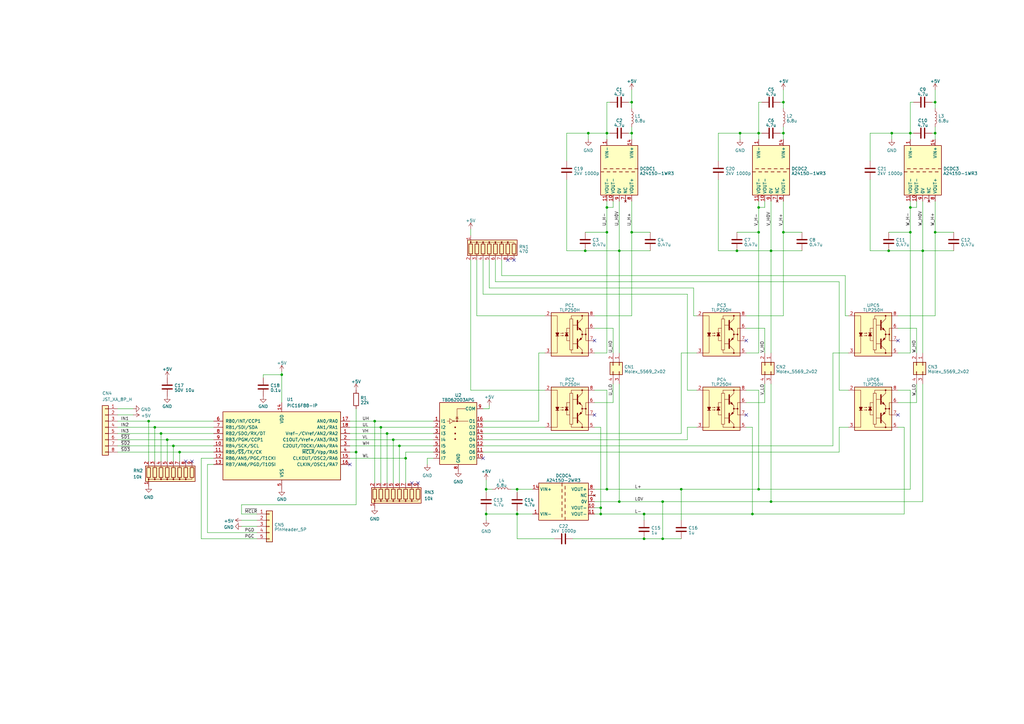
<source format=kicad_sch>
(kicad_sch (version 20230121) (generator eeschema)

  (uuid e63e39d7-6ac0-4ffd-8aa3-1841a4541b55)

  (paper "A3")

  (title_block
    (title "Intelligent Power Module")
    (date "2022-12-04")
    (rev "V1.00")
  )

  (lib_symbols
    (symbol "Connector_Generic:Conn_01x05" (pin_names (offset 1.016) hide) (in_bom yes) (on_board yes)
      (property "Reference" "J" (at 0 7.62 0)
        (effects (font (size 1.27 1.27)))
      )
      (property "Value" "Conn_01x05" (at 0 -7.62 0)
        (effects (font (size 1.27 1.27)))
      )
      (property "Footprint" "" (at 0 0 0)
        (effects (font (size 1.27 1.27)) hide)
      )
      (property "Datasheet" "~" (at 0 0 0)
        (effects (font (size 1.27 1.27)) hide)
      )
      (property "ki_keywords" "connector" (at 0 0 0)
        (effects (font (size 1.27 1.27)) hide)
      )
      (property "ki_description" "Generic connector, single row, 01x05, script generated (kicad-library-utils/schlib/autogen/connector/)" (at 0 0 0)
        (effects (font (size 1.27 1.27)) hide)
      )
      (property "ki_fp_filters" "Connector*:*_1x??_*" (at 0 0 0)
        (effects (font (size 1.27 1.27)) hide)
      )
      (symbol "Conn_01x05_1_1"
        (rectangle (start -1.27 -4.953) (end 0 -5.207)
          (stroke (width 0.1524) (type default))
          (fill (type none))
        )
        (rectangle (start -1.27 -2.413) (end 0 -2.667)
          (stroke (width 0.1524) (type default))
          (fill (type none))
        )
        (rectangle (start -1.27 0.127) (end 0 -0.127)
          (stroke (width 0.1524) (type default))
          (fill (type none))
        )
        (rectangle (start -1.27 2.667) (end 0 2.413)
          (stroke (width 0.1524) (type default))
          (fill (type none))
        )
        (rectangle (start -1.27 5.207) (end 0 4.953)
          (stroke (width 0.1524) (type default))
          (fill (type none))
        )
        (rectangle (start -1.27 6.35) (end 1.27 -6.35)
          (stroke (width 0.254) (type default))
          (fill (type background))
        )
        (pin passive line (at -5.08 5.08 0) (length 3.81)
          (name "Pin_1" (effects (font (size 1.27 1.27))))
          (number "1" (effects (font (size 1.27 1.27))))
        )
        (pin passive line (at -5.08 2.54 0) (length 3.81)
          (name "Pin_2" (effects (font (size 1.27 1.27))))
          (number "2" (effects (font (size 1.27 1.27))))
        )
        (pin passive line (at -5.08 0 0) (length 3.81)
          (name "Pin_3" (effects (font (size 1.27 1.27))))
          (number "3" (effects (font (size 1.27 1.27))))
        )
        (pin passive line (at -5.08 -2.54 0) (length 3.81)
          (name "Pin_4" (effects (font (size 1.27 1.27))))
          (number "4" (effects (font (size 1.27 1.27))))
        )
        (pin passive line (at -5.08 -5.08 0) (length 3.81)
          (name "Pin_5" (effects (font (size 1.27 1.27))))
          (number "5" (effects (font (size 1.27 1.27))))
        )
      )
    )
    (symbol "Connector_Generic:Conn_01x08" (pin_names (offset 1.016) hide) (in_bom yes) (on_board yes)
      (property "Reference" "J" (at 0 10.16 0)
        (effects (font (size 1.27 1.27)))
      )
      (property "Value" "Conn_01x08" (at 0 -12.7 0)
        (effects (font (size 1.27 1.27)))
      )
      (property "Footprint" "" (at 0 0 0)
        (effects (font (size 1.27 1.27)) hide)
      )
      (property "Datasheet" "~" (at 0 0 0)
        (effects (font (size 1.27 1.27)) hide)
      )
      (property "ki_keywords" "connector" (at 0 0 0)
        (effects (font (size 1.27 1.27)) hide)
      )
      (property "ki_description" "Generic connector, single row, 01x08, script generated (kicad-library-utils/schlib/autogen/connector/)" (at 0 0 0)
        (effects (font (size 1.27 1.27)) hide)
      )
      (property "ki_fp_filters" "Connector*:*_1x??_*" (at 0 0 0)
        (effects (font (size 1.27 1.27)) hide)
      )
      (symbol "Conn_01x08_1_1"
        (rectangle (start -1.27 -10.033) (end 0 -10.287)
          (stroke (width 0.1524) (type default))
          (fill (type none))
        )
        (rectangle (start -1.27 -7.493) (end 0 -7.747)
          (stroke (width 0.1524) (type default))
          (fill (type none))
        )
        (rectangle (start -1.27 -4.953) (end 0 -5.207)
          (stroke (width 0.1524) (type default))
          (fill (type none))
        )
        (rectangle (start -1.27 -2.413) (end 0 -2.667)
          (stroke (width 0.1524) (type default))
          (fill (type none))
        )
        (rectangle (start -1.27 0.127) (end 0 -0.127)
          (stroke (width 0.1524) (type default))
          (fill (type none))
        )
        (rectangle (start -1.27 2.667) (end 0 2.413)
          (stroke (width 0.1524) (type default))
          (fill (type none))
        )
        (rectangle (start -1.27 5.207) (end 0 4.953)
          (stroke (width 0.1524) (type default))
          (fill (type none))
        )
        (rectangle (start -1.27 7.747) (end 0 7.493)
          (stroke (width 0.1524) (type default))
          (fill (type none))
        )
        (rectangle (start -1.27 8.89) (end 1.27 -11.43)
          (stroke (width 0.254) (type default))
          (fill (type background))
        )
        (pin passive line (at -5.08 7.62 0) (length 3.81)
          (name "Pin_1" (effects (font (size 1.27 1.27))))
          (number "1" (effects (font (size 1.27 1.27))))
        )
        (pin passive line (at -5.08 5.08 0) (length 3.81)
          (name "Pin_2" (effects (font (size 1.27 1.27))))
          (number "2" (effects (font (size 1.27 1.27))))
        )
        (pin passive line (at -5.08 2.54 0) (length 3.81)
          (name "Pin_3" (effects (font (size 1.27 1.27))))
          (number "3" (effects (font (size 1.27 1.27))))
        )
        (pin passive line (at -5.08 0 0) (length 3.81)
          (name "Pin_4" (effects (font (size 1.27 1.27))))
          (number "4" (effects (font (size 1.27 1.27))))
        )
        (pin passive line (at -5.08 -2.54 0) (length 3.81)
          (name "Pin_5" (effects (font (size 1.27 1.27))))
          (number "5" (effects (font (size 1.27 1.27))))
        )
        (pin passive line (at -5.08 -5.08 0) (length 3.81)
          (name "Pin_6" (effects (font (size 1.27 1.27))))
          (number "6" (effects (font (size 1.27 1.27))))
        )
        (pin passive line (at -5.08 -7.62 0) (length 3.81)
          (name "Pin_7" (effects (font (size 1.27 1.27))))
          (number "7" (effects (font (size 1.27 1.27))))
        )
        (pin passive line (at -5.08 -10.16 0) (length 3.81)
          (name "Pin_8" (effects (font (size 1.27 1.27))))
          (number "8" (effects (font (size 1.27 1.27))))
        )
      )
    )
    (symbol "Connector_Generic:Conn_02x02_Top_Bottom" (pin_names (offset 1.016) hide) (in_bom yes) (on_board yes)
      (property "Reference" "J" (at 1.27 2.54 0)
        (effects (font (size 1.27 1.27)))
      )
      (property "Value" "Conn_02x02_Top_Bottom" (at 1.27 -5.08 0)
        (effects (font (size 1.27 1.27)))
      )
      (property "Footprint" "" (at 0 0 0)
        (effects (font (size 1.27 1.27)) hide)
      )
      (property "Datasheet" "~" (at 0 0 0)
        (effects (font (size 1.27 1.27)) hide)
      )
      (property "ki_keywords" "connector" (at 0 0 0)
        (effects (font (size 1.27 1.27)) hide)
      )
      (property "ki_description" "Generic connector, double row, 02x02, top/bottom pin numbering scheme (row 1: 1...pins_per_row, row2: pins_per_row+1 ... num_pins), script generated (kicad-library-utils/schlib/autogen/connector/)" (at 0 0 0)
        (effects (font (size 1.27 1.27)) hide)
      )
      (property "ki_fp_filters" "Connector*:*_2x??_*" (at 0 0 0)
        (effects (font (size 1.27 1.27)) hide)
      )
      (symbol "Conn_02x02_Top_Bottom_1_1"
        (rectangle (start -1.27 -2.413) (end 0 -2.667)
          (stroke (width 0.1524) (type default))
          (fill (type none))
        )
        (rectangle (start -1.27 0.127) (end 0 -0.127)
          (stroke (width 0.1524) (type default))
          (fill (type none))
        )
        (rectangle (start -1.27 1.27) (end 3.81 -3.81)
          (stroke (width 0.254) (type default))
          (fill (type background))
        )
        (rectangle (start 3.81 -2.413) (end 2.54 -2.667)
          (stroke (width 0.1524) (type default))
          (fill (type none))
        )
        (rectangle (start 3.81 0.127) (end 2.54 -0.127)
          (stroke (width 0.1524) (type default))
          (fill (type none))
        )
        (pin passive line (at -5.08 0 0) (length 3.81)
          (name "Pin_1" (effects (font (size 1.27 1.27))))
          (number "1" (effects (font (size 1.27 1.27))))
        )
        (pin passive line (at -5.08 -2.54 0) (length 3.81)
          (name "Pin_2" (effects (font (size 1.27 1.27))))
          (number "2" (effects (font (size 1.27 1.27))))
        )
        (pin passive line (at 7.62 0 180) (length 3.81)
          (name "Pin_3" (effects (font (size 1.27 1.27))))
          (number "3" (effects (font (size 1.27 1.27))))
        )
        (pin passive line (at 7.62 -2.54 180) (length 3.81)
          (name "Pin_4" (effects (font (size 1.27 1.27))))
          (number "4" (effects (font (size 1.27 1.27))))
        )
      )
    )
    (symbol "Custom_Library:A2415D-1WR3" (in_bom yes) (on_board yes)
      (property "Reference" "U" (at 0 10.795 0)
        (effects (font (size 1.27 1.27)))
      )
      (property "Value" "A2415D-1WR3" (at 0 8.89 0)
        (effects (font (size 1.27 1.27)))
      )
      (property "Footprint" "Custom_Library:Generic_DCDC_DIP14" (at 0 0 0)
        (effects (font (size 1.27 1.27)) hide)
      )
      (property "Datasheet" "https://www.mornsun-power.com/html/pdf/A2415D-1WR3.html" (at 0 0 0)
        (effects (font (size 1.27 1.27)) hide)
      )
      (property "ki_keywords" "DCDC" (at 0 0 0)
        (effects (font (size 1.27 1.27)) hide)
      )
      (property "ki_description" "1W isolated DC-DC converter. Fixed input voltage, unregulated dual output." (at 0 0 0)
        (effects (font (size 1.27 1.27)) hide)
      )
      (symbol "A2415D-1WR3_0_1"
        (rectangle (start -10.16 7.62) (end 10.16 -7.62)
          (stroke (width 0.254) (type solid))
          (fill (type background))
        )
        (polyline
          (pts
            (xy -0.635 -5.08)
            (xy -0.635 -6.35)
          )
          (stroke (width 0.254) (type default))
          (fill (type none))
        )
        (polyline
          (pts
            (xy -0.635 -2.54)
            (xy -0.635 -3.81)
          )
          (stroke (width 0.254) (type default))
          (fill (type none))
        )
        (polyline
          (pts
            (xy -0.635 0)
            (xy -0.635 -1.27)
          )
          (stroke (width 0.254) (type default))
          (fill (type none))
        )
        (polyline
          (pts
            (xy -0.635 2.54)
            (xy -0.635 1.27)
          )
          (stroke (width 0.254) (type default))
          (fill (type none))
        )
        (polyline
          (pts
            (xy -0.635 5.08)
            (xy -0.635 3.81)
          )
          (stroke (width 0.254) (type default))
          (fill (type none))
        )
        (polyline
          (pts
            (xy -0.635 7.62)
            (xy -0.635 6.35)
          )
          (stroke (width 0.254) (type default))
          (fill (type none))
        )
        (polyline
          (pts
            (xy 0.635 -6.35)
            (xy 0.635 -7.62)
          )
          (stroke (width 0.254) (type default))
          (fill (type none))
        )
        (polyline
          (pts
            (xy 0.635 -3.81)
            (xy 0.635 -5.08)
          )
          (stroke (width 0.254) (type default))
          (fill (type none))
        )
        (polyline
          (pts
            (xy 0.635 -1.27)
            (xy 0.635 -2.54)
          )
          (stroke (width 0.254) (type default))
          (fill (type none))
        )
        (polyline
          (pts
            (xy 0.635 1.27)
            (xy 0.635 0)
          )
          (stroke (width 0.254) (type default))
          (fill (type none))
        )
        (polyline
          (pts
            (xy 0.635 3.81)
            (xy 0.635 2.54)
          )
          (stroke (width 0.254) (type default))
          (fill (type none))
        )
        (polyline
          (pts
            (xy 0.635 6.35)
            (xy 0.635 5.08)
          )
          (stroke (width 0.254) (type default))
          (fill (type none))
        )
      )
      (symbol "A2415D-1WR3_1_1"
        (pin power_in line (at -12.7 -5.08 0) (length 2.54)
          (name "VIN-" (effects (font (size 1.27 1.27))))
          (number "1" (effects (font (size 1.27 1.27))))
        )
        (pin power_out line (at 12.7 -2.54 180) (length 2.54)
          (name "VOUT-" (effects (font (size 1.27 1.27))))
          (number "10" (effects (font (size 1.27 1.27))))
        )
        (pin power_out line (at 12.7 -5.08 180) (length 2.54)
          (name "VOUT-" (effects (font (size 1.27 1.27))))
          (number "11" (effects (font (size 1.27 1.27))))
        )
        (pin no_connect line (at -12.7 0 0) (length 2.54) hide
          (name "NC" (effects (font (size 1.27 1.27))))
          (number "12" (effects (font (size 1.27 1.27))))
        )
        (pin no_connect line (at -12.7 2.54 0) (length 2.54) hide
          (name "NC" (effects (font (size 1.27 1.27))))
          (number "13" (effects (font (size 1.27 1.27))))
        )
        (pin power_in line (at -12.7 5.08 0) (length 2.54)
          (name "VIN+" (effects (font (size 1.27 1.27))))
          (number "14" (effects (font (size 1.27 1.27))))
        )
        (pin no_connect line (at -5.08 -10.16 90) (length 2.54) hide
          (name "NC" (effects (font (size 1.27 1.27))))
          (number "2" (effects (font (size 1.27 1.27))))
        )
        (pin no_connect line (at -2.54 -10.16 90) (length 2.54) hide
          (name "NC" (effects (font (size 1.27 1.27))))
          (number "3" (effects (font (size 1.27 1.27))))
        )
        (pin no_connect line (at 0 -10.16 90) (length 2.54) hide
          (name "NC" (effects (font (size 1.27 1.27))))
          (number "4" (effects (font (size 1.27 1.27))))
        )
        (pin no_connect line (at 2.54 -10.16 90) (length 2.54) hide
          (name "NC" (effects (font (size 1.27 1.27))))
          (number "5" (effects (font (size 1.27 1.27))))
        )
        (pin no_connect line (at 5.08 -10.16 90) (length 2.54) hide
          (name "NC" (effects (font (size 1.27 1.27))))
          (number "6" (effects (font (size 1.27 1.27))))
        )
        (pin no_connect line (at 12.7 2.54 180) (length 2.54)
          (name "NC" (effects (font (size 1.27 1.27))))
          (number "7" (effects (font (size 1.27 1.27))))
        )
        (pin power_out line (at 12.7 5.08 180) (length 2.54)
          (name "VOUT+" (effects (font (size 1.27 1.27))))
          (number "8" (effects (font (size 1.27 1.27))))
        )
        (pin power_out line (at 12.7 0 180) (length 2.54)
          (name "0V" (effects (font (size 1.27 1.27))))
          (number "9" (effects (font (size 1.27 1.27))))
        )
      )
    )
    (symbol "Device:C" (pin_numbers hide) (pin_names (offset 0.254)) (in_bom yes) (on_board yes)
      (property "Reference" "C" (at 0.635 2.54 0)
        (effects (font (size 1.27 1.27)) (justify left))
      )
      (property "Value" "C" (at 0.635 -2.54 0)
        (effects (font (size 1.27 1.27)) (justify left))
      )
      (property "Footprint" "" (at 0.9652 -3.81 0)
        (effects (font (size 1.27 1.27)) hide)
      )
      (property "Datasheet" "~" (at 0 0 0)
        (effects (font (size 1.27 1.27)) hide)
      )
      (property "ki_keywords" "cap capacitor" (at 0 0 0)
        (effects (font (size 1.27 1.27)) hide)
      )
      (property "ki_description" "Unpolarized capacitor" (at 0 0 0)
        (effects (font (size 1.27 1.27)) hide)
      )
      (property "ki_fp_filters" "C_*" (at 0 0 0)
        (effects (font (size 1.27 1.27)) hide)
      )
      (symbol "C_0_1"
        (polyline
          (pts
            (xy -2.032 -0.762)
            (xy 2.032 -0.762)
          )
          (stroke (width 0.508) (type default))
          (fill (type none))
        )
        (polyline
          (pts
            (xy -2.032 0.762)
            (xy 2.032 0.762)
          )
          (stroke (width 0.508) (type default))
          (fill (type none))
        )
      )
      (symbol "C_1_1"
        (pin passive line (at 0 3.81 270) (length 2.794)
          (name "~" (effects (font (size 1.27 1.27))))
          (number "1" (effects (font (size 1.27 1.27))))
        )
        (pin passive line (at 0 -3.81 90) (length 2.794)
          (name "~" (effects (font (size 1.27 1.27))))
          (number "2" (effects (font (size 1.27 1.27))))
        )
      )
    )
    (symbol "Device:L" (pin_numbers hide) (pin_names (offset 1.016) hide) (in_bom yes) (on_board yes)
      (property "Reference" "L" (at -1.27 0 90)
        (effects (font (size 1.27 1.27)))
      )
      (property "Value" "L" (at 1.905 0 90)
        (effects (font (size 1.27 1.27)))
      )
      (property "Footprint" "" (at 0 0 0)
        (effects (font (size 1.27 1.27)) hide)
      )
      (property "Datasheet" "~" (at 0 0 0)
        (effects (font (size 1.27 1.27)) hide)
      )
      (property "ki_keywords" "inductor choke coil reactor magnetic" (at 0 0 0)
        (effects (font (size 1.27 1.27)) hide)
      )
      (property "ki_description" "Inductor" (at 0 0 0)
        (effects (font (size 1.27 1.27)) hide)
      )
      (property "ki_fp_filters" "Choke_* *Coil* Inductor_* L_*" (at 0 0 0)
        (effects (font (size 1.27 1.27)) hide)
      )
      (symbol "L_0_1"
        (arc (start 0 -2.54) (mid 0.6323 -1.905) (end 0 -1.27)
          (stroke (width 0) (type default))
          (fill (type none))
        )
        (arc (start 0 -1.27) (mid 0.6323 -0.635) (end 0 0)
          (stroke (width 0) (type default))
          (fill (type none))
        )
        (arc (start 0 0) (mid 0.6323 0.635) (end 0 1.27)
          (stroke (width 0) (type default))
          (fill (type none))
        )
        (arc (start 0 1.27) (mid 0.6323 1.905) (end 0 2.54)
          (stroke (width 0) (type default))
          (fill (type none))
        )
      )
      (symbol "L_1_1"
        (pin passive line (at 0 3.81 270) (length 1.27)
          (name "1" (effects (font (size 1.27 1.27))))
          (number "1" (effects (font (size 1.27 1.27))))
        )
        (pin passive line (at 0 -3.81 90) (length 1.27)
          (name "2" (effects (font (size 1.27 1.27))))
          (number "2" (effects (font (size 1.27 1.27))))
        )
      )
    )
    (symbol "Device:R" (pin_numbers hide) (pin_names (offset 0)) (in_bom yes) (on_board yes)
      (property "Reference" "R" (at 2.032 0 90)
        (effects (font (size 1.27 1.27)))
      )
      (property "Value" "R" (at 0 0 90)
        (effects (font (size 1.27 1.27)))
      )
      (property "Footprint" "" (at -1.778 0 90)
        (effects (font (size 1.27 1.27)) hide)
      )
      (property "Datasheet" "~" (at 0 0 0)
        (effects (font (size 1.27 1.27)) hide)
      )
      (property "ki_keywords" "R res resistor" (at 0 0 0)
        (effects (font (size 1.27 1.27)) hide)
      )
      (property "ki_description" "Resistor" (at 0 0 0)
        (effects (font (size 1.27 1.27)) hide)
      )
      (property "ki_fp_filters" "R_*" (at 0 0 0)
        (effects (font (size 1.27 1.27)) hide)
      )
      (symbol "R_0_1"
        (rectangle (start -1.016 -2.54) (end 1.016 2.54)
          (stroke (width 0.254) (type default))
          (fill (type none))
        )
      )
      (symbol "R_1_1"
        (pin passive line (at 0 3.81 270) (length 1.27)
          (name "~" (effects (font (size 1.27 1.27))))
          (number "1" (effects (font (size 1.27 1.27))))
        )
        (pin passive line (at 0 -3.81 90) (length 1.27)
          (name "~" (effects (font (size 1.27 1.27))))
          (number "2" (effects (font (size 1.27 1.27))))
        )
      )
    )
    (symbol "Device:R_Network08" (pin_names (offset 0) hide) (in_bom yes) (on_board yes)
      (property "Reference" "RN" (at -12.7 0 90)
        (effects (font (size 1.27 1.27)))
      )
      (property "Value" "R_Network08" (at 10.16 0 90)
        (effects (font (size 1.27 1.27)))
      )
      (property "Footprint" "Resistor_THT:R_Array_SIP9" (at 12.065 0 90)
        (effects (font (size 1.27 1.27)) hide)
      )
      (property "Datasheet" "http://www.vishay.com/docs/31509/csc.pdf" (at 0 0 0)
        (effects (font (size 1.27 1.27)) hide)
      )
      (property "ki_keywords" "R network star-topology" (at 0 0 0)
        (effects (font (size 1.27 1.27)) hide)
      )
      (property "ki_description" "8 resistor network, star topology, bussed resistors, small symbol" (at 0 0 0)
        (effects (font (size 1.27 1.27)) hide)
      )
      (property "ki_fp_filters" "R?Array?SIP*" (at 0 0 0)
        (effects (font (size 1.27 1.27)) hide)
      )
      (symbol "R_Network08_0_1"
        (rectangle (start -11.43 -3.175) (end 8.89 3.175)
          (stroke (width 0.254) (type default))
          (fill (type background))
        )
        (rectangle (start -10.922 1.524) (end -9.398 -2.54)
          (stroke (width 0.254) (type default))
          (fill (type none))
        )
        (circle (center -10.16 2.286) (radius 0.254)
          (stroke (width 0) (type default))
          (fill (type outline))
        )
        (rectangle (start -8.382 1.524) (end -6.858 -2.54)
          (stroke (width 0.254) (type default))
          (fill (type none))
        )
        (circle (center -7.62 2.286) (radius 0.254)
          (stroke (width 0) (type default))
          (fill (type outline))
        )
        (rectangle (start -5.842 1.524) (end -4.318 -2.54)
          (stroke (width 0.254) (type default))
          (fill (type none))
        )
        (circle (center -5.08 2.286) (radius 0.254)
          (stroke (width 0) (type default))
          (fill (type outline))
        )
        (rectangle (start -3.302 1.524) (end -1.778 -2.54)
          (stroke (width 0.254) (type default))
          (fill (type none))
        )
        (circle (center -2.54 2.286) (radius 0.254)
          (stroke (width 0) (type default))
          (fill (type outline))
        )
        (rectangle (start -0.762 1.524) (end 0.762 -2.54)
          (stroke (width 0.254) (type default))
          (fill (type none))
        )
        (polyline
          (pts
            (xy -10.16 -2.54)
            (xy -10.16 -3.81)
          )
          (stroke (width 0) (type default))
          (fill (type none))
        )
        (polyline
          (pts
            (xy -7.62 -2.54)
            (xy -7.62 -3.81)
          )
          (stroke (width 0) (type default))
          (fill (type none))
        )
        (polyline
          (pts
            (xy -5.08 -2.54)
            (xy -5.08 -3.81)
          )
          (stroke (width 0) (type default))
          (fill (type none))
        )
        (polyline
          (pts
            (xy -2.54 -2.54)
            (xy -2.54 -3.81)
          )
          (stroke (width 0) (type default))
          (fill (type none))
        )
        (polyline
          (pts
            (xy 0 -2.54)
            (xy 0 -3.81)
          )
          (stroke (width 0) (type default))
          (fill (type none))
        )
        (polyline
          (pts
            (xy 2.54 -2.54)
            (xy 2.54 -3.81)
          )
          (stroke (width 0) (type default))
          (fill (type none))
        )
        (polyline
          (pts
            (xy 5.08 -2.54)
            (xy 5.08 -3.81)
          )
          (stroke (width 0) (type default))
          (fill (type none))
        )
        (polyline
          (pts
            (xy 7.62 -2.54)
            (xy 7.62 -3.81)
          )
          (stroke (width 0) (type default))
          (fill (type none))
        )
        (polyline
          (pts
            (xy -10.16 1.524)
            (xy -10.16 2.286)
            (xy -7.62 2.286)
            (xy -7.62 1.524)
          )
          (stroke (width 0) (type default))
          (fill (type none))
        )
        (polyline
          (pts
            (xy -7.62 1.524)
            (xy -7.62 2.286)
            (xy -5.08 2.286)
            (xy -5.08 1.524)
          )
          (stroke (width 0) (type default))
          (fill (type none))
        )
        (polyline
          (pts
            (xy -5.08 1.524)
            (xy -5.08 2.286)
            (xy -2.54 2.286)
            (xy -2.54 1.524)
          )
          (stroke (width 0) (type default))
          (fill (type none))
        )
        (polyline
          (pts
            (xy -2.54 1.524)
            (xy -2.54 2.286)
            (xy 0 2.286)
            (xy 0 1.524)
          )
          (stroke (width 0) (type default))
          (fill (type none))
        )
        (polyline
          (pts
            (xy 0 1.524)
            (xy 0 2.286)
            (xy 2.54 2.286)
            (xy 2.54 1.524)
          )
          (stroke (width 0) (type default))
          (fill (type none))
        )
        (polyline
          (pts
            (xy 2.54 1.524)
            (xy 2.54 2.286)
            (xy 5.08 2.286)
            (xy 5.08 1.524)
          )
          (stroke (width 0) (type default))
          (fill (type none))
        )
        (polyline
          (pts
            (xy 5.08 1.524)
            (xy 5.08 2.286)
            (xy 7.62 2.286)
            (xy 7.62 1.524)
          )
          (stroke (width 0) (type default))
          (fill (type none))
        )
        (circle (center 0 2.286) (radius 0.254)
          (stroke (width 0) (type default))
          (fill (type outline))
        )
        (rectangle (start 1.778 1.524) (end 3.302 -2.54)
          (stroke (width 0.254) (type default))
          (fill (type none))
        )
        (circle (center 2.54 2.286) (radius 0.254)
          (stroke (width 0) (type default))
          (fill (type outline))
        )
        (rectangle (start 4.318 1.524) (end 5.842 -2.54)
          (stroke (width 0.254) (type default))
          (fill (type none))
        )
        (circle (center 5.08 2.286) (radius 0.254)
          (stroke (width 0) (type default))
          (fill (type outline))
        )
        (rectangle (start 6.858 1.524) (end 8.382 -2.54)
          (stroke (width 0.254) (type default))
          (fill (type none))
        )
      )
      (symbol "R_Network08_1_1"
        (pin passive line (at -10.16 5.08 270) (length 2.54)
          (name "common" (effects (font (size 1.27 1.27))))
          (number "1" (effects (font (size 1.27 1.27))))
        )
        (pin passive line (at -10.16 -5.08 90) (length 1.27)
          (name "R1" (effects (font (size 1.27 1.27))))
          (number "2" (effects (font (size 1.27 1.27))))
        )
        (pin passive line (at -7.62 -5.08 90) (length 1.27)
          (name "R2" (effects (font (size 1.27 1.27))))
          (number "3" (effects (font (size 1.27 1.27))))
        )
        (pin passive line (at -5.08 -5.08 90) (length 1.27)
          (name "R3" (effects (font (size 1.27 1.27))))
          (number "4" (effects (font (size 1.27 1.27))))
        )
        (pin passive line (at -2.54 -5.08 90) (length 1.27)
          (name "R4" (effects (font (size 1.27 1.27))))
          (number "5" (effects (font (size 1.27 1.27))))
        )
        (pin passive line (at 0 -5.08 90) (length 1.27)
          (name "R5" (effects (font (size 1.27 1.27))))
          (number "6" (effects (font (size 1.27 1.27))))
        )
        (pin passive line (at 2.54 -5.08 90) (length 1.27)
          (name "R6" (effects (font (size 1.27 1.27))))
          (number "7" (effects (font (size 1.27 1.27))))
        )
        (pin passive line (at 5.08 -5.08 90) (length 1.27)
          (name "R7" (effects (font (size 1.27 1.27))))
          (number "8" (effects (font (size 1.27 1.27))))
        )
        (pin passive line (at 7.62 -5.08 90) (length 1.27)
          (name "R8" (effects (font (size 1.27 1.27))))
          (number "9" (effects (font (size 1.27 1.27))))
        )
      )
    )
    (symbol "Driver_FET:TLP250" (pin_names hide) (in_bom yes) (on_board yes)
      (property "Reference" "U" (at 0 12.7 0)
        (effects (font (size 1.27 1.27)))
      )
      (property "Value" "TLP250" (at 0 10.16 0)
        (effects (font (size 1.27 1.27)))
      )
      (property "Footprint" "Package_DIP:DIP-8_W7.62mm" (at 0 -10.16 0)
        (effects (font (size 1.27 1.27) italic) hide)
      )
      (property "Datasheet" "http://toshiba.semicon-storage.com/info/docget.jsp?did=16821&prodName=TLP250" (at -2.286 0.127 0)
        (effects (font (size 1.27 1.27)) (justify left) hide)
      )
      (property "ki_keywords" "MOSFET Driver IGBT Driver Optocoupler" (at 0 0 0)
        (effects (font (size 1.27 1.27)) hide)
      )
      (property "ki_description" "Gate Drive Optocoupler, Output Current 1.5/1.5A, DIP-8" (at 0 0 0)
        (effects (font (size 1.27 1.27)) hide)
      )
      (property "ki_fp_filters" "DIP*W7.62mm*" (at 0 0 0)
        (effects (font (size 1.27 1.27)) hide)
      )
      (symbol "TLP250_0_1"
        (rectangle (start -7.62 8.89) (end 7.62 -8.89)
          (stroke (width 0.254) (type default))
          (fill (type background))
        )
        (polyline
          (pts
            (xy -5.715 -0.635)
            (xy -4.445 -0.635)
          )
          (stroke (width 0.254) (type default))
          (fill (type none))
        )
        (polyline
          (pts
            (xy -0.635 0.635)
            (xy -1.905 0.635)
          )
          (stroke (width 0.254) (type default))
          (fill (type none))
        )
        (polyline
          (pts
            (xy 3.048 -3.81)
            (xy 1.27 -3.81)
          )
          (stroke (width 0) (type default))
          (fill (type none))
        )
        (polyline
          (pts
            (xy 3.048 3.81)
            (xy 1.27 3.81)
          )
          (stroke (width 0) (type default))
          (fill (type none))
        )
        (polyline
          (pts
            (xy 3.175 -4.445)
            (xy 5.08 -6.35)
          )
          (stroke (width 0) (type default))
          (fill (type none))
        )
        (polyline
          (pts
            (xy 3.175 4.445)
            (xy 5.08 6.35)
          )
          (stroke (width 0) (type default))
          (fill (type none))
        )
        (polyline
          (pts
            (xy 5.08 -6.35)
            (xy 5.08 -7.62)
          )
          (stroke (width 0) (type default))
          (fill (type none))
        )
        (polyline
          (pts
            (xy 5.08 -1.27)
            (xy 3.175 -3.175)
          )
          (stroke (width 0) (type default))
          (fill (type outline))
        )
        (polyline
          (pts
            (xy 5.08 0)
            (xy 6.604 0)
          )
          (stroke (width 0) (type default))
          (fill (type none))
        )
        (polyline
          (pts
            (xy 5.08 1.27)
            (xy 3.175 3.175)
          )
          (stroke (width 0) (type default))
          (fill (type outline))
        )
        (polyline
          (pts
            (xy 5.08 6.35)
            (xy 5.08 7.62)
          )
          (stroke (width 0) (type default))
          (fill (type none))
        )
        (polyline
          (pts
            (xy 7.62 7.62)
            (xy 0.635 7.62)
          )
          (stroke (width 0) (type default))
          (fill (type none))
        )
        (polyline
          (pts
            (xy -1.27 -0.635)
            (xy -1.27 -2.54)
            (xy 0 -2.54)
          )
          (stroke (width 0) (type default))
          (fill (type none))
        )
        (polyline
          (pts
            (xy -1.27 0.635)
            (xy -1.27 2.54)
            (xy 0 2.54)
          )
          (stroke (width 0) (type default))
          (fill (type none))
        )
        (polyline
          (pts
            (xy 0.635 -6.35)
            (xy 0.635 -7.62)
            (xy 7.62 -7.62)
          )
          (stroke (width 0) (type default))
          (fill (type none))
        )
        (polyline
          (pts
            (xy 3.175 -5.715)
            (xy 3.175 -1.905)
            (xy 3.175 -1.905)
          )
          (stroke (width 0.508) (type default))
          (fill (type none))
        )
        (polyline
          (pts
            (xy 3.175 5.715)
            (xy 3.175 1.905)
            (xy 3.175 1.905)
          )
          (stroke (width 0.508) (type default))
          (fill (type none))
        )
        (polyline
          (pts
            (xy -7.62 7.62)
            (xy -5.08 7.62)
            (xy -5.08 -7.62)
            (xy -7.62 -7.62)
          )
          (stroke (width 0) (type default))
          (fill (type none))
        )
        (polyline
          (pts
            (xy -5.08 -0.635)
            (xy -5.715 0.635)
            (xy -4.445 0.635)
            (xy -5.08 -0.635)
          )
          (stroke (width 0.254) (type default))
          (fill (type outline))
        )
        (polyline
          (pts
            (xy -1.27 0.635)
            (xy -0.635 -0.635)
            (xy -1.905 -0.635)
            (xy -1.27 0.635)
          )
          (stroke (width 0.254) (type default))
          (fill (type outline))
        )
        (polyline
          (pts
            (xy 7.62 2.54)
            (xy 6.604 2.54)
            (xy 6.604 -2.54)
            (xy 7.62 -2.54)
          )
          (stroke (width 0) (type default))
          (fill (type none))
        )
        (polyline
          (pts
            (xy -3.81 -0.508)
            (xy -2.54 -0.508)
            (xy -2.921 -0.635)
            (xy -2.921 -0.381)
            (xy -2.54 -0.508)
          )
          (stroke (width 0) (type default))
          (fill (type none))
        )
        (polyline
          (pts
            (xy -3.81 0.508)
            (xy -2.54 0.508)
            (xy -2.921 0.381)
            (xy -2.921 0.635)
            (xy -2.54 0.508)
          )
          (stroke (width 0) (type default))
          (fill (type none))
        )
        (polyline
          (pts
            (xy 1.27 6.35)
            (xy 1.27 -6.35)
            (xy 0 -6.35)
            (xy 0 6.35)
            (xy 1.27 6.35)
          )
          (stroke (width 0) (type default))
          (fill (type none))
        )
        (polyline
          (pts
            (xy 3.683 2.159)
            (xy 4.191 2.667)
            (xy 4.699 1.651)
            (xy 3.683 2.159)
            (xy 3.683 2.159)
          )
          (stroke (width 0) (type default))
          (fill (type outline))
        )
        (polyline
          (pts
            (xy 4.953 -1.905)
            (xy 4.445 -1.397)
            (xy 3.937 -2.413)
            (xy 4.953 -1.905)
            (xy 4.953 -1.905)
          )
          (stroke (width 0) (type default))
          (fill (type outline))
        )
        (rectangle (start 0.635 6.35) (end 0.635 6.35)
          (stroke (width 0) (type default))
          (fill (type none))
        )
        (rectangle (start 0.635 6.35) (end 0.635 7.62)
          (stroke (width 0) (type default))
          (fill (type none))
        )
        (circle (center 5.08 -7.62) (radius 0.254)
          (stroke (width 0) (type default))
          (fill (type outline))
        )
        (circle (center 5.08 0) (radius 0.254)
          (stroke (width 0) (type default))
          (fill (type outline))
        )
        (rectangle (start 5.08 1.27) (end 5.08 -1.27)
          (stroke (width 0) (type default))
          (fill (type none))
        )
        (circle (center 5.08 7.62) (radius 0.254)
          (stroke (width 0) (type default))
          (fill (type outline))
        )
        (circle (center 6.604 0) (radius 0.254)
          (stroke (width 0) (type default))
          (fill (type outline))
        )
      )
      (symbol "TLP250_1_1"
        (pin no_connect line (at -7.62 2.54 0) (length 2.54) hide
          (name "NC" (effects (font (size 1.27 1.27))))
          (number "1" (effects (font (size 1.27 1.27))))
        )
        (pin passive line (at -10.16 7.62 0) (length 2.54)
          (name "A" (effects (font (size 1.27 1.27))))
          (number "2" (effects (font (size 1.27 1.27))))
        )
        (pin passive line (at -10.16 -7.62 0) (length 2.54)
          (name "C" (effects (font (size 1.27 1.27))))
          (number "3" (effects (font (size 1.27 1.27))))
        )
        (pin no_connect line (at -7.62 -2.54 0) (length 2.54) hide
          (name "NC" (effects (font (size 1.27 1.27))))
          (number "4" (effects (font (size 1.27 1.27))))
        )
        (pin power_in line (at 10.16 -7.62 180) (length 2.54)
          (name "VEE" (effects (font (size 1.27 1.27))))
          (number "5" (effects (font (size 1.27 1.27))))
        )
        (pin output line (at 10.16 2.54 180) (length 2.54)
          (name "VO" (effects (font (size 1.27 1.27))))
          (number "6" (effects (font (size 1.27 1.27))))
        )
        (pin output line (at 10.16 -2.54 180) (length 2.54)
          (name "VO" (effects (font (size 1.27 1.27))))
          (number "7" (effects (font (size 1.27 1.27))))
        )
        (pin power_in line (at 10.16 7.62 180) (length 2.54)
          (name "VCC" (effects (font (size 1.27 1.27))))
          (number "8" (effects (font (size 1.27 1.27))))
        )
      )
    )
    (symbol "MCU_Microchip_PIC16:PIC16F88-IP" (pin_names (offset 1.016)) (in_bom yes) (on_board yes)
      (property "Reference" "U" (at -22.86 17.78 0)
        (effects (font (size 1.27 1.27)) (justify left))
      )
      (property "Value" "PIC16F88-IP" (at -22.86 15.24 0)
        (effects (font (size 1.27 1.27)) (justify left))
      )
      (property "Footprint" "" (at 0 0 0)
        (effects (font (size 1.27 1.27) italic) hide)
      )
      (property "Datasheet" "http://ww1.microchip.com/downloads/en/DeviceDoc/30487D.pdf" (at 0 0 0)
        (effects (font (size 1.27 1.27)) hide)
      )
      (property "ki_keywords" "FLASH-Based 8-Bit CMOS Microcontroller" (at 0 0 0)
        (effects (font (size 1.27 1.27)) hide)
      )
      (property "ki_description" "PIC16F88, 4096W Flash, 368B SRAM, 256B EEPROM, DIP18" (at 0 0 0)
        (effects (font (size 1.27 1.27)) hide)
      )
      (property "ki_fp_filters" "DIP* PDIP*" (at 0 0 0)
        (effects (font (size 1.27 1.27)) hide)
      )
      (symbol "PIC16F88-IP_0_1"
        (rectangle (start 24.13 13.97) (end -24.13 -13.97)
          (stroke (width 0.254) (type default))
          (fill (type background))
        )
      )
      (symbol "PIC16F88-IP_1_1"
        (pin bidirectional line (at 27.94 5.08 180) (length 3.81)
          (name "Vref-/CVref/AN2/RA2" (effects (font (size 1.27 1.27))))
          (number "1" (effects (font (size 1.27 1.27))))
        )
        (pin bidirectional line (at -27.94 0 0) (length 3.81)
          (name "RB4/SCK/SCL" (effects (font (size 1.27 1.27))))
          (number "10" (effects (font (size 1.27 1.27))))
        )
        (pin bidirectional line (at -27.94 -2.54 0) (length 3.81)
          (name "RB5/~{SS}/TX/CK" (effects (font (size 1.27 1.27))))
          (number "11" (effects (font (size 1.27 1.27))))
        )
        (pin bidirectional line (at -27.94 -5.08 0) (length 3.81)
          (name "RB6/AN5/PGC/T1CKI" (effects (font (size 1.27 1.27))))
          (number "12" (effects (font (size 1.27 1.27))))
        )
        (pin bidirectional line (at -27.94 -7.62 0) (length 3.81)
          (name "RB7/AN6/PGD/T1OSI" (effects (font (size 1.27 1.27))))
          (number "13" (effects (font (size 1.27 1.27))))
        )
        (pin power_in line (at 0 17.78 270) (length 3.81)
          (name "VDD" (effects (font (size 1.27 1.27))))
          (number "14" (effects (font (size 1.27 1.27))))
        )
        (pin bidirectional line (at 27.94 -5.08 180) (length 3.81)
          (name "CLKOUT/OSC2/RA6" (effects (font (size 1.27 1.27))))
          (number "15" (effects (font (size 1.27 1.27))))
        )
        (pin bidirectional line (at 27.94 -7.62 180) (length 3.81)
          (name "CLKIN/OSC1/RA7" (effects (font (size 1.27 1.27))))
          (number "16" (effects (font (size 1.27 1.27))))
        )
        (pin bidirectional line (at 27.94 10.16 180) (length 3.81)
          (name "AN0/RA0" (effects (font (size 1.27 1.27))))
          (number "17" (effects (font (size 1.27 1.27))))
        )
        (pin bidirectional line (at 27.94 7.62 180) (length 3.81)
          (name "AN1/RA1" (effects (font (size 1.27 1.27))))
          (number "18" (effects (font (size 1.27 1.27))))
        )
        (pin bidirectional line (at 27.94 2.54 180) (length 3.81)
          (name "C1OUT/Vref+/AN3/RA3" (effects (font (size 1.27 1.27))))
          (number "2" (effects (font (size 1.27 1.27))))
        )
        (pin bidirectional line (at 27.94 0 180) (length 3.81)
          (name "C2OUT/T0CKI/AN4/RA4" (effects (font (size 1.27 1.27))))
          (number "3" (effects (font (size 1.27 1.27))))
        )
        (pin input line (at 27.94 -2.54 180) (length 3.81)
          (name "~{MCLR}/Vpp/RA5" (effects (font (size 1.27 1.27))))
          (number "4" (effects (font (size 1.27 1.27))))
        )
        (pin power_in line (at 0 -17.78 90) (length 3.81)
          (name "VSS" (effects (font (size 1.27 1.27))))
          (number "5" (effects (font (size 1.27 1.27))))
        )
        (pin bidirectional line (at -27.94 10.16 0) (length 3.81)
          (name "RB0/INT/CCP1" (effects (font (size 1.27 1.27))))
          (number "6" (effects (font (size 1.27 1.27))))
        )
        (pin bidirectional line (at -27.94 7.62 0) (length 3.81)
          (name "RB1/SDI/SDA" (effects (font (size 1.27 1.27))))
          (number "7" (effects (font (size 1.27 1.27))))
        )
        (pin bidirectional line (at -27.94 5.08 0) (length 3.81)
          (name "RB2/SDO/RX/DT" (effects (font (size 1.27 1.27))))
          (number "8" (effects (font (size 1.27 1.27))))
        )
        (pin bidirectional line (at -27.94 2.54 0) (length 3.81)
          (name "RB3/PGM/CCP1" (effects (font (size 1.27 1.27))))
          (number "9" (effects (font (size 1.27 1.27))))
        )
      )
    )
    (symbol "Transistor_Array:MC1413D" (in_bom yes) (on_board yes)
      (property "Reference" "U" (at 0 15.875 0)
        (effects (font (size 1.27 1.27)))
      )
      (property "Value" "MC1413D" (at 0 13.97 0)
        (effects (font (size 1.27 1.27)))
      )
      (property "Footprint" "Package_SO:SOIC-16_3.9x9.9mm_P1.27mm" (at 1.27 -13.97 0)
        (effects (font (size 1.27 1.27)) (justify left) hide)
      )
      (property "Datasheet" "http://www.onsemi.com/pub_link/Collateral/MC1413-D.PDF" (at 2.54 -5.08 0)
        (effects (font (size 1.27 1.27)) hide)
      )
      (property "ki_keywords" "darlington transistor array" (at 0 0 0)
        (effects (font (size 1.27 1.27)) hide)
      )
      (property "ki_description" "High Voltage, High Current Darlington Transistor Arrays, SOIC-16" (at 0 0 0)
        (effects (font (size 1.27 1.27)) hide)
      )
      (property "ki_fp_filters" "SOIC*3.9x9.9mm*P1.27mm*" (at 0 0 0)
        (effects (font (size 1.27 1.27)) hide)
      )
      (symbol "MC1413D_0_1"
        (rectangle (start -7.62 -12.7) (end 7.62 12.7)
          (stroke (width 0.254) (type default))
          (fill (type background))
        )
        (circle (center -1.778 5.08) (radius 0.254)
          (stroke (width 0) (type default))
          (fill (type none))
        )
        (circle (center -1.27 -2.286) (radius 0.254)
          (stroke (width 0) (type default))
          (fill (type outline))
        )
        (circle (center -1.27 0) (radius 0.254)
          (stroke (width 0) (type default))
          (fill (type outline))
        )
        (circle (center -1.27 2.54) (radius 0.254)
          (stroke (width 0) (type default))
          (fill (type outline))
        )
        (circle (center -0.508 5.08) (radius 0.254)
          (stroke (width 0) (type default))
          (fill (type outline))
        )
        (polyline
          (pts
            (xy -4.572 5.08)
            (xy -3.556 5.08)
          )
          (stroke (width 0) (type default))
          (fill (type none))
        )
        (polyline
          (pts
            (xy -1.524 5.08)
            (xy 4.064 5.08)
          )
          (stroke (width 0) (type default))
          (fill (type none))
        )
        (polyline
          (pts
            (xy 0 6.731)
            (xy -1.016 6.731)
          )
          (stroke (width 0) (type default))
          (fill (type none))
        )
        (polyline
          (pts
            (xy -0.508 5.08)
            (xy -0.508 10.16)
            (xy 2.921 10.16)
          )
          (stroke (width 0) (type default))
          (fill (type none))
        )
        (polyline
          (pts
            (xy -3.556 6.096)
            (xy -3.556 4.064)
            (xy -2.032 5.08)
            (xy -3.556 6.096)
          )
          (stroke (width 0) (type default))
          (fill (type none))
        )
        (polyline
          (pts
            (xy 0 5.969)
            (xy -1.016 5.969)
            (xy -0.508 6.731)
            (xy 0 5.969)
          )
          (stroke (width 0) (type default))
          (fill (type none))
        )
      )
      (symbol "MC1413D_1_1"
        (pin input line (at -10.16 5.08 0) (length 2.54)
          (name "I1" (effects (font (size 1.27 1.27))))
          (number "1" (effects (font (size 1.27 1.27))))
        )
        (pin open_collector line (at 10.16 -10.16 180) (length 2.54)
          (name "O7" (effects (font (size 1.27 1.27))))
          (number "10" (effects (font (size 1.27 1.27))))
        )
        (pin open_collector line (at 10.16 -7.62 180) (length 2.54)
          (name "O6" (effects (font (size 1.27 1.27))))
          (number "11" (effects (font (size 1.27 1.27))))
        )
        (pin open_collector line (at 10.16 -5.08 180) (length 2.54)
          (name "O5" (effects (font (size 1.27 1.27))))
          (number "12" (effects (font (size 1.27 1.27))))
        )
        (pin open_collector line (at 10.16 -2.54 180) (length 2.54)
          (name "O4" (effects (font (size 1.27 1.27))))
          (number "13" (effects (font (size 1.27 1.27))))
        )
        (pin open_collector line (at 10.16 0 180) (length 2.54)
          (name "O3" (effects (font (size 1.27 1.27))))
          (number "14" (effects (font (size 1.27 1.27))))
        )
        (pin open_collector line (at 10.16 2.54 180) (length 2.54)
          (name "O2" (effects (font (size 1.27 1.27))))
          (number "15" (effects (font (size 1.27 1.27))))
        )
        (pin open_collector line (at 10.16 5.08 180) (length 2.54)
          (name "O1" (effects (font (size 1.27 1.27))))
          (number "16" (effects (font (size 1.27 1.27))))
        )
        (pin input line (at -10.16 2.54 0) (length 2.54)
          (name "I2" (effects (font (size 1.27 1.27))))
          (number "2" (effects (font (size 1.27 1.27))))
        )
        (pin input line (at -10.16 0 0) (length 2.54)
          (name "I3" (effects (font (size 1.27 1.27))))
          (number "3" (effects (font (size 1.27 1.27))))
        )
        (pin input line (at -10.16 -2.54 0) (length 2.54)
          (name "I4" (effects (font (size 1.27 1.27))))
          (number "4" (effects (font (size 1.27 1.27))))
        )
        (pin input line (at -10.16 -5.08 0) (length 2.54)
          (name "I5" (effects (font (size 1.27 1.27))))
          (number "5" (effects (font (size 1.27 1.27))))
        )
        (pin input line (at -10.16 -7.62 0) (length 2.54)
          (name "I6" (effects (font (size 1.27 1.27))))
          (number "6" (effects (font (size 1.27 1.27))))
        )
        (pin input line (at -10.16 -10.16 0) (length 2.54)
          (name "I7" (effects (font (size 1.27 1.27))))
          (number "7" (effects (font (size 1.27 1.27))))
        )
        (pin power_in line (at 0 -15.24 90) (length 2.54)
          (name "GND" (effects (font (size 1.27 1.27))))
          (number "8" (effects (font (size 1.27 1.27))))
        )
        (pin passive line (at 10.16 10.16 180) (length 2.54)
          (name "COM" (effects (font (size 1.27 1.27))))
          (number "9" (effects (font (size 1.27 1.27))))
        )
      )
    )
    (symbol "power:+5V" (power) (pin_names (offset 0)) (in_bom yes) (on_board yes)
      (property "Reference" "#PWR" (at 0 -3.81 0)
        (effects (font (size 1.27 1.27)) hide)
      )
      (property "Value" "+5V" (at 0 3.556 0)
        (effects (font (size 1.27 1.27)))
      )
      (property "Footprint" "" (at 0 0 0)
        (effects (font (size 1.27 1.27)) hide)
      )
      (property "Datasheet" "" (at 0 0 0)
        (effects (font (size 1.27 1.27)) hide)
      )
      (property "ki_keywords" "global power" (at 0 0 0)
        (effects (font (size 1.27 1.27)) hide)
      )
      (property "ki_description" "Power symbol creates a global label with name \"+5V\"" (at 0 0 0)
        (effects (font (size 1.27 1.27)) hide)
      )
      (symbol "+5V_0_1"
        (polyline
          (pts
            (xy -0.762 1.27)
            (xy 0 2.54)
          )
          (stroke (width 0) (type default))
          (fill (type none))
        )
        (polyline
          (pts
            (xy 0 0)
            (xy 0 2.54)
          )
          (stroke (width 0) (type default))
          (fill (type none))
        )
        (polyline
          (pts
            (xy 0 2.54)
            (xy 0.762 1.27)
          )
          (stroke (width 0) (type default))
          (fill (type none))
        )
      )
      (symbol "+5V_1_1"
        (pin power_in line (at 0 0 90) (length 0) hide
          (name "+5V" (effects (font (size 1.27 1.27))))
          (number "1" (effects (font (size 1.27 1.27))))
        )
      )
    )
    (symbol "power:GND" (power) (pin_names (offset 0)) (in_bom yes) (on_board yes)
      (property "Reference" "#PWR" (at 0 -6.35 0)
        (effects (font (size 1.27 1.27)) hide)
      )
      (property "Value" "GND" (at 0 -3.81 0)
        (effects (font (size 1.27 1.27)))
      )
      (property "Footprint" "" (at 0 0 0)
        (effects (font (size 1.27 1.27)) hide)
      )
      (property "Datasheet" "" (at 0 0 0)
        (effects (font (size 1.27 1.27)) hide)
      )
      (property "ki_keywords" "power-flag" (at 0 0 0)
        (effects (font (size 1.27 1.27)) hide)
      )
      (property "ki_description" "Power symbol creates a global label with name \"GND\" , ground" (at 0 0 0)
        (effects (font (size 1.27 1.27)) hide)
      )
      (symbol "GND_0_1"
        (polyline
          (pts
            (xy 0 0)
            (xy 0 -1.27)
            (xy 1.27 -1.27)
            (xy 0 -2.54)
            (xy -1.27 -1.27)
            (xy 0 -1.27)
          )
          (stroke (width 0) (type default))
          (fill (type none))
        )
      )
      (symbol "GND_1_1"
        (pin power_in line (at 0 0 270) (length 0) hide
          (name "GND" (effects (font (size 1.27 1.27))))
          (number "1" (effects (font (size 1.27 1.27))))
        )
      )
    )
  )

  (junction (at 248.92 85.09) (diameter 0) (color 0 0 0 0)
    (uuid 03030c41-a70f-4207-86bd-9bb3a5d707b7)
  )
  (junction (at 146.05 185.42) (diameter 0) (color 0 0 0 0)
    (uuid 096df04a-0d7f-4d09-a204-0806d817de81)
  )
  (junction (at 246.38 210.82) (diameter 0) (color 0 0 0 0)
    (uuid 099ba171-72f2-45e0-8afb-6abf41dff709)
  )
  (junction (at 302.26 102.87) (diameter 0) (color 0 0 0 0)
    (uuid 0de1d7ee-c3db-4139-902a-cca2f2b847d7)
  )
  (junction (at 311.15 54.61) (diameter 0) (color 0 0 0 0)
    (uuid 0f791c8c-906f-462e-ad55-6ce2215e516f)
  )
  (junction (at 383.54 95.25) (diameter 0) (color 0 0 0 0)
    (uuid 10abb62b-8aaa-4192-9890-98cf17e727bd)
  )
  (junction (at 246.38 208.28) (diameter 0) (color 0 0 0 0)
    (uuid 12171371-b043-40db-a57e-74860a9fa8db)
  )
  (junction (at 212.09 200.66) (diameter 0) (color 0 0 0 0)
    (uuid 14e217bf-5f9c-47b1-8f19-6723867fd00b)
  )
  (junction (at 248.92 54.61) (diameter 0) (color 0 0 0 0)
    (uuid 21a29221-937c-4229-8bab-8bc03e629590)
  )
  (junction (at 321.31 95.25) (diameter 0) (color 0 0 0 0)
    (uuid 21e234a3-4dbf-4dc4-9617-f9650f2fb1e2)
  )
  (junction (at 254 205.74) (diameter 0) (color 0 0 0 0)
    (uuid 2bc22273-bb59-41bf-aa03-98b1b004b29c)
  )
  (junction (at 259.08 54.61) (diameter 0) (color 0 0 0 0)
    (uuid 2c3721f5-18df-475f-a3c8-6b17e0be33bb)
  )
  (junction (at 373.38 95.25) (diameter 0) (color 0 0 0 0)
    (uuid 30051654-f73d-4aa9-bce4-c09f33eea9ec)
  )
  (junction (at 373.38 85.09) (diameter 0) (color 0 0 0 0)
    (uuid 33e3ac79-e6fa-46d2-81ea-3040e7647e70)
  )
  (junction (at 161.29 180.34) (diameter 0) (color 0 0 0 0)
    (uuid 46d4da29-1cab-40b4-89cd-d6ddd425469c)
  )
  (junction (at 373.38 54.61) (diameter 0) (color 0 0 0 0)
    (uuid 474bf6e4-3119-42cf-b3f6-5aa3eb2424ca)
  )
  (junction (at 383.54 41.91) (diameter 0) (color 0 0 0 0)
    (uuid 50900f8a-1edf-45b4-b1f5-7790606862dc)
  )
  (junction (at 199.39 200.66) (diameter 0) (color 0 0 0 0)
    (uuid 53b998cf-8d7a-46e8-86cf-ae9611d90c61)
  )
  (junction (at 308.61 210.82) (diameter 0) (color 0 0 0 0)
    (uuid 5a2c6655-f466-4de4-bc50-7db9daf0bd54)
  )
  (junction (at 264.16 220.98) (diameter 0) (color 0 0 0 0)
    (uuid 5aae6e1e-9fcc-40c8-8cfc-f841ff8d6ab8)
  )
  (junction (at 311.15 200.66) (diameter 0) (color 0 0 0 0)
    (uuid 63e4e4d3-9e10-49f0-ad43-1d0465ef8111)
  )
  (junction (at 321.31 41.91) (diameter 0) (color 0 0 0 0)
    (uuid 64b91550-350a-41db-8364-a5a686e072f9)
  )
  (junction (at 212.09 210.82) (diameter 0) (color 0 0 0 0)
    (uuid 6d33bd05-8aec-45d6-88ac-07fff3c2121c)
  )
  (junction (at 383.54 54.61) (diameter 0) (color 0 0 0 0)
    (uuid 7274d7fa-1403-4deb-8ab9-0d4686ce092a)
  )
  (junction (at 153.67 172.72) (diameter 0) (color 0 0 0 0)
    (uuid 72accfe0-6f2f-4e5e-b613-4f94039b5cda)
  )
  (junction (at 259.08 41.91) (diameter 0) (color 0 0 0 0)
    (uuid 8086c0cb-f301-41d8-bd47-a84caaea1386)
  )
  (junction (at 248.92 95.25) (diameter 0) (color 0 0 0 0)
    (uuid 8655f3ad-45ce-4f66-a50b-2a750c29760b)
  )
  (junction (at 316.23 102.87) (diameter 0) (color 0 0 0 0)
    (uuid 8acee525-458d-4019-96a5-33d876c45591)
  )
  (junction (at 316.23 205.74) (diameter 0) (color 0 0 0 0)
    (uuid 8f138e08-b572-456f-affc-badec05c847a)
  )
  (junction (at 378.46 102.87) (diameter 0) (color 0 0 0 0)
    (uuid 908fd640-2a05-49b1-ada2-cc4bb54c96aa)
  )
  (junction (at 279.4 200.66) (diameter 0) (color 0 0 0 0)
    (uuid 9ade8449-ed05-4d49-890d-6e86c17b1a14)
  )
  (junction (at 271.78 205.74) (diameter 0) (color 0 0 0 0)
    (uuid a17aa903-f0c6-4d3e-99ed-8895fb728700)
  )
  (junction (at 365.76 54.61) (diameter 0) (color 0 0 0 0)
    (uuid a46d241c-d70e-4e06-b41c-80ae8d413ec6)
  )
  (junction (at 321.31 54.61) (diameter 0) (color 0 0 0 0)
    (uuid a87a6afc-dba1-47ea-9108-4acfa4e9534e)
  )
  (junction (at 241.3 54.61) (diameter 0) (color 0 0 0 0)
    (uuid ac40b4d0-02b7-4eb2-9c0f-310e76239b76)
  )
  (junction (at 115.57 153.67) (diameter 0) (color 0 0 0 0)
    (uuid b3f4848f-da65-464b-8f6b-51c7b997b303)
  )
  (junction (at 66.04 177.8) (diameter 0) (color 0 0 0 0)
    (uuid b74b3272-7a1c-43d6-825d-2c892078fbc6)
  )
  (junction (at 271.78 220.98) (diameter 0) (color 0 0 0 0)
    (uuid c9e8e4fd-6426-4f34-87d2-8b5c6846f326)
  )
  (junction (at 199.39 210.82) (diameter 0) (color 0 0 0 0)
    (uuid cd083487-5fee-4aa5-bdb0-7f5270d5b285)
  )
  (junction (at 60.96 172.72) (diameter 0) (color 0 0 0 0)
    (uuid d2079c73-34d6-4d34-ae02-08a7ed7cb8a4)
  )
  (junction (at 311.15 95.25) (diameter 0) (color 0 0 0 0)
    (uuid d85b5de0-adf7-419a-812e-e88a1f3865f4)
  )
  (junction (at 163.83 182.88) (diameter 0) (color 0 0 0 0)
    (uuid e1a8d410-3a53-45e8-8a78-77ce16b14bf5)
  )
  (junction (at 254 102.87) (diameter 0) (color 0 0 0 0)
    (uuid e37229bd-e6b9-4338-b973-ba3807220804)
  )
  (junction (at 71.12 182.88) (diameter 0) (color 0 0 0 0)
    (uuid e49b5ba4-dcc2-49c6-8aec-fc959d6dd4c3)
  )
  (junction (at 158.75 177.8) (diameter 0) (color 0 0 0 0)
    (uuid e54c67a0-df8a-49b9-982d-ee927ab0d446)
  )
  (junction (at 303.53 54.61) (diameter 0) (color 0 0 0 0)
    (uuid ea367e20-51b6-43f4-9ca7-422dc15e896d)
  )
  (junction (at 240.03 102.87) (diameter 0) (color 0 0 0 0)
    (uuid ebc5b5a4-e668-4870-8dba-06963918f22c)
  )
  (junction (at 364.49 102.87) (diameter 0) (color 0 0 0 0)
    (uuid ec05167a-1342-4407-874a-f4217b333400)
  )
  (junction (at 166.37 187.96) (diameter 0) (color 0 0 0 0)
    (uuid ef5a7094-873a-4074-8dc6-ecb65187d5f5)
  )
  (junction (at 63.5 175.26) (diameter 0) (color 0 0 0 0)
    (uuid f04495a2-de0a-4bb6-bdd6-22a73af71090)
  )
  (junction (at 73.66 185.42) (diameter 0) (color 0 0 0 0)
    (uuid f0c235b7-e6e4-4cdb-ac4e-139ad45a04f1)
  )
  (junction (at 259.08 95.25) (diameter 0) (color 0 0 0 0)
    (uuid f26eb316-15c0-4fd6-b810-ef293b8313cb)
  )
  (junction (at 248.92 200.66) (diameter 0) (color 0 0 0 0)
    (uuid f271c26b-e37b-403b-a18b-d627c8179d27)
  )
  (junction (at 156.21 175.26) (diameter 0) (color 0 0 0 0)
    (uuid f8861f06-77ab-4794-b6a2-d7e825498710)
  )
  (junction (at 311.15 85.09) (diameter 0) (color 0 0 0 0)
    (uuid fb911fe6-f089-4886-92c2-c5e7c2f96530)
  )
  (junction (at 264.16 210.82) (diameter 0) (color 0 0 0 0)
    (uuid fb9cf52b-8c00-49bf-a6a8-43f8b8bb826c)
  )
  (junction (at 68.58 180.34) (diameter 0) (color 0 0 0 0)
    (uuid ff433708-3c53-415a-9387-b9673e701455)
  )

  (no_connect (at 143.51 190.5) (uuid 03219dec-5510-44f1-b04b-d168c134164e))
  (no_connect (at 76.2 189.23) (uuid 0c3ce8bc-5050-4085-b774-b16eec899bef))
  (no_connect (at 208.28 106.68) (uuid 2ad81c7d-d5cd-4953-a1c5-bfbe3c1faf48))
  (no_connect (at 368.3 139.7) (uuid 3ec09592-f99d-42e5-93e0-c4090308dd07))
  (no_connect (at 198.12 187.96) (uuid 41a6e6f2-4637-4e30-9e2f-c0e123fda08b))
  (no_connect (at 210.82 106.68) (uuid 4222f536-d1bc-4075-bb2a-565d215a5a0b))
  (no_connect (at 78.74 189.23) (uuid 47311438-2a98-4e20-ac2e-ba091d6f8943))
  (no_connect (at 306.07 170.18) (uuid 5d2758db-a8b1-4b62-b8e0-75ab49e9cee8))
  (no_connect (at 171.45 198.12) (uuid 6efbe6aa-89cb-48a6-8cfc-245deb346540))
  (no_connect (at 243.84 170.18) (uuid 98d28b6d-dd16-48e1-ba1f-b4257ec3375c))
  (no_connect (at 168.91 198.12) (uuid b0fc0e25-72c7-4a79-b664-6228a01778bb))
  (no_connect (at 368.3 170.18) (uuid b81d85e5-129d-4de9-aee9-49279380999f))
  (no_connect (at 243.84 139.7) (uuid e78424f9-d1ba-4fe9-a719-509da16a07e4))
  (no_connect (at 306.07 139.7) (uuid fe2b2866-62a1-482e-8635-02fb50f9871f))

  (wire (pts (xy 302.26 102.87) (xy 316.23 102.87))
    (stroke (width 0) (type default))
    (uuid 0219b739-d73b-414c-bf5b-b94223871523)
  )
  (wire (pts (xy 66.04 177.8) (xy 87.63 177.8))
    (stroke (width 0) (type default))
    (uuid 036c4a29-b537-45a0-b062-cc378be04c82)
  )
  (wire (pts (xy 200.66 167.64) (xy 198.12 167.64))
    (stroke (width 0) (type default))
    (uuid 03fb694f-3b9f-4215-9c2a-534d9e258907)
  )
  (wire (pts (xy 311.15 144.78) (xy 306.07 144.78))
    (stroke (width 0) (type default))
    (uuid 05f61eef-fbb6-4c54-a2ca-32e3c001821b)
  )
  (wire (pts (xy 378.46 157.48) (xy 378.46 205.74))
    (stroke (width 0) (type default))
    (uuid 08758fa8-de3c-4c8e-870c-050dc5aee2e2)
  )
  (wire (pts (xy 313.69 134.62) (xy 306.07 134.62))
    (stroke (width 0) (type default))
    (uuid 096a4c3e-d0ac-4a32-9e79-57e4571f4561)
  )
  (wire (pts (xy 254 82.55) (xy 254 102.87))
    (stroke (width 0) (type default))
    (uuid 0990a76c-5c66-4848-854c-27bebb45191f)
  )
  (wire (pts (xy 205.74 113.03) (xy 346.71 113.03))
    (stroke (width 0) (type default))
    (uuid 09b7ea3c-603e-4d89-acd7-963fcee5d330)
  )
  (wire (pts (xy 259.08 129.54) (xy 243.84 129.54))
    (stroke (width 0) (type default))
    (uuid 09bd2668-7806-4b98-9e52-395d50cbc694)
  )
  (wire (pts (xy 264.16 210.82) (xy 308.61 210.82))
    (stroke (width 0) (type default))
    (uuid 0b50b206-ed62-4511-b174-8269fe0dd4bb)
  )
  (wire (pts (xy 227.33 220.98) (xy 212.09 220.98))
    (stroke (width 0) (type default))
    (uuid 0bf9ab09-cb67-4082-9528-6046ddb5eef8)
  )
  (wire (pts (xy 341.63 182.88) (xy 341.63 144.78))
    (stroke (width 0) (type default))
    (uuid 0c921b28-8730-4fb5-b825-aa62ca61c80f)
  )
  (wire (pts (xy 60.96 172.72) (xy 60.96 189.23))
    (stroke (width 0) (type default))
    (uuid 0ca7cb66-db2e-4c37-ac31-f7def8ddd44a)
  )
  (wire (pts (xy 383.54 82.55) (xy 383.54 95.25))
    (stroke (width 0) (type default))
    (uuid 0dba1320-9659-41d8-a69e-29339a517cfc)
  )
  (wire (pts (xy 344.17 115.57) (xy 344.17 160.02))
    (stroke (width 0) (type default))
    (uuid 0f969215-7859-40c8-af98-38411f8a904a)
  )
  (wire (pts (xy 321.31 95.25) (xy 321.31 129.54))
    (stroke (width 0) (type default))
    (uuid 10311410-beb4-453d-b000-0b383e6771f1)
  )
  (wire (pts (xy 85.09 190.5) (xy 85.09 218.44))
    (stroke (width 0) (type default))
    (uuid 10cb9a51-c1b6-4fad-8a12-48d54734e934)
  )
  (wire (pts (xy 279.4 177.8) (xy 279.4 144.78))
    (stroke (width 0) (type default))
    (uuid 126c5d10-30cb-433d-a5dc-71a636d76c73)
  )
  (wire (pts (xy 63.5 175.26) (xy 63.5 189.23))
    (stroke (width 0) (type default))
    (uuid 13813a48-1c2f-43a0-aa08-a5f1205f9275)
  )
  (wire (pts (xy 321.31 95.25) (xy 328.93 95.25))
    (stroke (width 0) (type default))
    (uuid 138437f1-09d0-4f9a-bfbb-ad1ab55ff0ef)
  )
  (wire (pts (xy 264.16 210.82) (xy 264.16 213.36))
    (stroke (width 0) (type default))
    (uuid 145c6ccc-7330-4d97-a91a-963b446fd0a0)
  )
  (wire (pts (xy 73.66 185.42) (xy 87.63 185.42))
    (stroke (width 0) (type default))
    (uuid 172b4630-ba34-4333-8957-4938ad3cf82c)
  )
  (wire (pts (xy 156.21 198.12) (xy 156.21 175.26))
    (stroke (width 0) (type default))
    (uuid 17ef144f-280d-4235-8406-29206c69a627)
  )
  (wire (pts (xy 198.12 106.68) (xy 198.12 120.65))
    (stroke (width 0) (type default))
    (uuid 1828db0b-7f43-4913-8c4a-b7c9340423ff)
  )
  (wire (pts (xy 364.49 102.87) (xy 378.46 102.87))
    (stroke (width 0) (type default))
    (uuid 1a54bb5f-69a1-4361-9dfc-9757ab3d419b)
  )
  (wire (pts (xy 311.15 54.61) (xy 312.42 54.61))
    (stroke (width 0) (type default))
    (uuid 1afc8870-3724-4f15-a2ba-9597c92fb547)
  )
  (wire (pts (xy 373.38 41.91) (xy 373.38 54.61))
    (stroke (width 0) (type default))
    (uuid 1b057f95-c9f0-46b0-90de-7d51763a123e)
  )
  (wire (pts (xy 316.23 205.74) (xy 378.46 205.74))
    (stroke (width 0) (type default))
    (uuid 1c247d77-bb3c-4e5d-9217-c52add53e1bd)
  )
  (wire (pts (xy 198.12 120.65) (xy 281.94 120.65))
    (stroke (width 0) (type default))
    (uuid 1c3b3e43-51f4-4112-9b19-a15d23e72442)
  )
  (wire (pts (xy 383.54 95.25) (xy 391.16 95.25))
    (stroke (width 0) (type default))
    (uuid 1d0dec65-70b7-4f51-a9a2-e529626d46f7)
  )
  (wire (pts (xy 313.69 165.1) (xy 306.07 165.1))
    (stroke (width 0) (type default))
    (uuid 1db3c5da-96f1-4198-b30c-5e77d61aee78)
  )
  (wire (pts (xy 311.15 54.61) (xy 311.15 57.15))
    (stroke (width 0) (type default))
    (uuid 1e05ec31-ec96-4fe1-9026-986209b5ff52)
  )
  (wire (pts (xy 271.78 205.74) (xy 271.78 220.98))
    (stroke (width 0) (type default))
    (uuid 1ef912ae-bc33-4e21-85fa-afbc33a6d3cc)
  )
  (wire (pts (xy 107.95 153.67) (xy 115.57 153.67))
    (stroke (width 0) (type default))
    (uuid 1f72ae16-865a-4e8d-8d4a-1b06b26c04d9)
  )
  (wire (pts (xy 99.06 213.36) (xy 105.41 213.36))
    (stroke (width 0) (type default))
    (uuid 1fcdc918-4173-45cb-a0b7-dd9bfa847b1b)
  )
  (wire (pts (xy 383.54 41.91) (xy 383.54 44.45))
    (stroke (width 0) (type default))
    (uuid 203a5490-1c51-42b3-b663-3d5de1b8945b)
  )
  (wire (pts (xy 232.41 66.04) (xy 232.41 54.61))
    (stroke (width 0) (type default))
    (uuid 205a2d0e-3f16-4527-9632-aed127a1080a)
  )
  (wire (pts (xy 382.27 41.91) (xy 383.54 41.91))
    (stroke (width 0) (type default))
    (uuid 2127986e-2a97-471b-823a-259a7562df89)
  )
  (wire (pts (xy 73.66 185.42) (xy 73.66 189.23))
    (stroke (width 0) (type default))
    (uuid 21907752-13b5-4cec-8dd8-82994b8ab5ff)
  )
  (wire (pts (xy 153.67 172.72) (xy 177.8 172.72))
    (stroke (width 0) (type default))
    (uuid 21f3415b-1e22-443b-a0f2-2110d442c5a3)
  )
  (wire (pts (xy 313.69 157.48) (xy 313.69 165.1))
    (stroke (width 0) (type default))
    (uuid 2385a0c7-50b3-4c69-9782-3b5e6e092ed2)
  )
  (wire (pts (xy 251.46 144.78) (xy 251.46 134.62))
    (stroke (width 0) (type default))
    (uuid 23f84d78-b6fd-48dc-9d39-4518283c2efb)
  )
  (wire (pts (xy 375.92 165.1) (xy 368.3 165.1))
    (stroke (width 0) (type default))
    (uuid 2439e8e5-8d54-48f7-8459-a929dd2253e1)
  )
  (wire (pts (xy 166.37 187.96) (xy 166.37 198.12))
    (stroke (width 0) (type default))
    (uuid 29a4f8bd-f3e4-41a2-82f7-13a0fdfeba91)
  )
  (wire (pts (xy 259.08 95.25) (xy 259.08 129.54))
    (stroke (width 0) (type default))
    (uuid 2a1db5cd-1298-416a-be74-5ccdf03d4db7)
  )
  (wire (pts (xy 248.92 82.55) (xy 248.92 85.09))
    (stroke (width 0) (type default))
    (uuid 2a2a4c9f-17f5-4d9b-8eb7-d798f5436650)
  )
  (wire (pts (xy 199.39 210.82) (xy 212.09 210.82))
    (stroke (width 0) (type default))
    (uuid 2a48b822-e2c9-4047-a98f-f95df77d4c96)
  )
  (wire (pts (xy 163.83 182.88) (xy 163.83 198.12))
    (stroke (width 0) (type default))
    (uuid 2c7848a9-0b95-453e-ae3a-0da28e8bc188)
  )
  (wire (pts (xy 115.57 152.4) (xy 115.57 153.67))
    (stroke (width 0) (type default))
    (uuid 2d3b9293-c9d6-4095-9efd-89e3934afcec)
  )
  (wire (pts (xy 356.87 54.61) (xy 365.76 54.61))
    (stroke (width 0) (type default))
    (uuid 2d5d2b9d-75bb-4e10-902c-b31f22f3c336)
  )
  (wire (pts (xy 368.3 160.02) (xy 373.38 160.02))
    (stroke (width 0) (type default))
    (uuid 2ecf14ad-0ab6-4c23-b2ff-e6351e5be665)
  )
  (wire (pts (xy 311.15 41.91) (xy 311.15 54.61))
    (stroke (width 0) (type default))
    (uuid 31288dcd-c98d-4baa-b2dc-0f72ca9abe53)
  )
  (wire (pts (xy 143.51 182.88) (xy 163.83 182.88))
    (stroke (width 0) (type default))
    (uuid 31bbd533-cb30-4e93-9dd0-3ac5d7aed7f4)
  )
  (wire (pts (xy 368.3 175.26) (xy 370.84 175.26))
    (stroke (width 0) (type default))
    (uuid 338ceb66-ebed-4b79-b8a3-64f97ad4d4e3)
  )
  (wire (pts (xy 311.15 95.25) (xy 311.15 144.78))
    (stroke (width 0) (type default))
    (uuid 33b8c794-46ca-42d4-918b-c6a8abb73a59)
  )
  (wire (pts (xy 48.26 177.8) (xy 66.04 177.8))
    (stroke (width 0) (type default))
    (uuid 34ebd305-2419-4b3a-8a0c-e43e9a3b0c99)
  )
  (wire (pts (xy 232.41 54.61) (xy 241.3 54.61))
    (stroke (width 0) (type default))
    (uuid 36487977-ddba-4e8a-888f-286363620122)
  )
  (wire (pts (xy 320.04 54.61) (xy 321.31 54.61))
    (stroke (width 0) (type default))
    (uuid 395bbc12-c9d5-4cbf-8018-1b93365209b7)
  )
  (wire (pts (xy 254 102.87) (xy 266.7 102.87))
    (stroke (width 0) (type default))
    (uuid 3a1cf9a2-f163-4104-925a-f8110a99bcfa)
  )
  (wire (pts (xy 71.12 182.88) (xy 71.12 189.23))
    (stroke (width 0) (type default))
    (uuid 3c28ff8b-d558-4c22-b21e-ad8583169df1)
  )
  (wire (pts (xy 344.17 175.26) (xy 344.17 185.42))
    (stroke (width 0) (type default))
    (uuid 3de24144-cff3-4c3e-836e-2b87acfabaa7)
  )
  (wire (pts (xy 143.51 175.26) (xy 156.21 175.26))
    (stroke (width 0) (type default))
    (uuid 40c70bfb-a35e-4786-8aaf-ffdbd142f461)
  )
  (wire (pts (xy 251.46 165.1) (xy 243.84 165.1))
    (stroke (width 0) (type default))
    (uuid 415fd2de-b6db-4b9e-a73e-54866bb26c66)
  )
  (wire (pts (xy 294.64 102.87) (xy 302.26 102.87))
    (stroke (width 0) (type default))
    (uuid 4167821f-5cc9-4482-952c-4814ca88d8d7)
  )
  (wire (pts (xy 60.96 172.72) (xy 87.63 172.72))
    (stroke (width 0) (type default))
    (uuid 42125065-0e6a-4d51-9a2a-90de58924612)
  )
  (wire (pts (xy 48.26 180.34) (xy 68.58 180.34))
    (stroke (width 0) (type default))
    (uuid 42dc1268-ce64-4cee-817f-afa63ca4bbb7)
  )
  (wire (pts (xy 375.92 144.78) (xy 375.92 134.62))
    (stroke (width 0) (type default))
    (uuid 43f91cef-f3ea-40dd-8fa7-52281bece997)
  )
  (wire (pts (xy 241.3 57.15) (xy 241.3 54.61))
    (stroke (width 0) (type default))
    (uuid 44dda5ce-b36e-417a-8bee-7eda734a34ff)
  )
  (wire (pts (xy 284.48 129.54) (xy 285.75 129.54))
    (stroke (width 0) (type default))
    (uuid 45542ba1-ed09-47d9-ac07-70b8b1efa9f9)
  )
  (wire (pts (xy 373.38 54.61) (xy 374.65 54.61))
    (stroke (width 0) (type default))
    (uuid 4686bf4f-942a-439a-bdb7-79da0bee1fcc)
  )
  (wire (pts (xy 373.38 160.02) (xy 373.38 200.66))
    (stroke (width 0) (type default))
    (uuid 4750627a-3ddb-4223-963c-e77f561084ff)
  )
  (wire (pts (xy 281.94 180.34) (xy 281.94 175.26))
    (stroke (width 0) (type default))
    (uuid 47978d7b-bc83-4e0c-81c7-a084625aa85f)
  )
  (wire (pts (xy 85.09 218.44) (xy 105.41 218.44))
    (stroke (width 0) (type default))
    (uuid 47ebe565-99b0-433d-b82f-799728afc570)
  )
  (wire (pts (xy 375.92 157.48) (xy 375.92 165.1))
    (stroke (width 0) (type default))
    (uuid 4886454e-c9a7-4e84-b69a-e581925ad660)
  )
  (wire (pts (xy 200.66 118.11) (xy 284.48 118.11))
    (stroke (width 0) (type default))
    (uuid 48b4922e-63b8-46cf-a723-cde02a1e3913)
  )
  (wire (pts (xy 251.46 134.62) (xy 243.84 134.62))
    (stroke (width 0) (type default))
    (uuid 499ccdc3-1778-422c-bb44-78e42701940c)
  )
  (wire (pts (xy 311.15 82.55) (xy 311.15 85.09))
    (stroke (width 0) (type default))
    (uuid 4a0f6f59-8609-43e2-bd4b-851533c72cc6)
  )
  (wire (pts (xy 251.46 157.48) (xy 251.46 165.1))
    (stroke (width 0) (type default))
    (uuid 4ae8a93a-d7b8-4344-b8f0-0438d30cbd2e)
  )
  (wire (pts (xy 383.54 36.83) (xy 383.54 41.91))
    (stroke (width 0) (type default))
    (uuid 4c28e518-5d4f-4776-9f3c-a742f269b34a)
  )
  (wire (pts (xy 234.95 220.98) (xy 264.16 220.98))
    (stroke (width 0) (type default))
    (uuid 4f3b9e11-1eaa-4a93-8d2c-af99704fa982)
  )
  (wire (pts (xy 248.92 54.61) (xy 248.92 57.15))
    (stroke (width 0) (type default))
    (uuid 50035964-6574-44ff-9dd7-27084d461936)
  )
  (wire (pts (xy 346.71 129.54) (xy 347.98 129.54))
    (stroke (width 0) (type default))
    (uuid 51691dc0-8389-4cdd-87ad-0b71a69f3698)
  )
  (wire (pts (xy 246.38 175.26) (xy 246.38 208.28))
    (stroke (width 0) (type default))
    (uuid 5186aa42-114e-42db-80a1-be49e365a578)
  )
  (wire (pts (xy 199.39 210.82) (xy 199.39 213.36))
    (stroke (width 0) (type default))
    (uuid 52a05f52-4791-43df-a762-27a50c6fed3d)
  )
  (wire (pts (xy 378.46 102.87) (xy 378.46 144.78))
    (stroke (width 0) (type default))
    (uuid 5351b8bc-f074-4960-8570-8b45da91714f)
  )
  (wire (pts (xy 243.84 160.02) (xy 248.92 160.02))
    (stroke (width 0) (type default))
    (uuid 5355ae57-958f-4816-b4f7-3ff5cbd2bcb1)
  )
  (wire (pts (xy 241.3 54.61) (xy 248.92 54.61))
    (stroke (width 0) (type default))
    (uuid 538e44ab-9bcd-4c8c-8c93-59a2d1646af1)
  )
  (wire (pts (xy 320.04 41.91) (xy 321.31 41.91))
    (stroke (width 0) (type default))
    (uuid 54b9adc1-c2d3-43c4-8f3f-2f1aeab7ec97)
  )
  (wire (pts (xy 294.64 54.61) (xy 303.53 54.61))
    (stroke (width 0) (type default))
    (uuid 57fb05e6-c2f1-4c16-9191-3a434434d06c)
  )
  (wire (pts (xy 175.26 187.96) (xy 175.26 190.5))
    (stroke (width 0) (type default))
    (uuid 59c09869-11f4-41f6-8a44-c384c69f6cb9)
  )
  (wire (pts (xy 259.08 41.91) (xy 259.08 44.45))
    (stroke (width 0) (type default))
    (uuid 5ba3c400-83f6-4acf-93f3-1d92243c37c7)
  )
  (wire (pts (xy 356.87 66.04) (xy 356.87 54.61))
    (stroke (width 0) (type default))
    (uuid 5d1c81b4-2f8b-4067-9874-cf427c3d32b8)
  )
  (wire (pts (xy 82.55 220.98) (xy 105.41 220.98))
    (stroke (width 0) (type default))
    (uuid 5d9561e1-001a-4fea-9519-dfa66eb54979)
  )
  (wire (pts (xy 99.06 207.01) (xy 99.06 210.82))
    (stroke (width 0) (type default))
    (uuid 5f63b358-86e0-4184-94df-75a0247ccaf0)
  )
  (wire (pts (xy 294.64 73.66) (xy 294.64 102.87))
    (stroke (width 0) (type default))
    (uuid 61141e1d-fda2-4d28-b52b-45105289ae93)
  )
  (wire (pts (xy 143.51 180.34) (xy 161.29 180.34))
    (stroke (width 0) (type default))
    (uuid 61da82ff-db7b-44f1-a9cc-39449ac6b443)
  )
  (wire (pts (xy 321.31 52.07) (xy 321.31 54.61))
    (stroke (width 0) (type default))
    (uuid 61e12b40-2375-4f35-8f56-d6086a5fee6a)
  )
  (wire (pts (xy 373.38 95.25) (xy 373.38 144.78))
    (stroke (width 0) (type default))
    (uuid 62c1dae8-1835-437e-a50e-e0728dca1c7e)
  )
  (wire (pts (xy 316.23 102.87) (xy 316.23 144.78))
    (stroke (width 0) (type default))
    (uuid 6595452e-6a4e-4476-bc23-a9311242abab)
  )
  (wire (pts (xy 321.31 82.55) (xy 321.31 95.25))
    (stroke (width 0) (type default))
    (uuid 667296af-8e46-415a-a20a-4a05dc689b73)
  )
  (wire (pts (xy 383.54 52.07) (xy 383.54 54.61))
    (stroke (width 0) (type default))
    (uuid 680f94d7-df8b-4977-8636-e0dd64685312)
  )
  (wire (pts (xy 321.31 36.83) (xy 321.31 41.91))
    (stroke (width 0) (type default))
    (uuid 691338a9-d5d9-4637-983d-454823db50d7)
  )
  (wire (pts (xy 365.76 57.15) (xy 365.76 54.61))
    (stroke (width 0) (type default))
    (uuid 6996a99a-08ee-4944-9eec-704f655641db)
  )
  (wire (pts (xy 82.55 187.96) (xy 87.63 187.96))
    (stroke (width 0) (type default))
    (uuid 69e379ed-d624-43d9-947d-47e4c09fe143)
  )
  (wire (pts (xy 68.58 189.23) (xy 68.58 180.34))
    (stroke (width 0) (type default))
    (uuid 6a52659f-8c88-4a98-81ce-007519ee5aa5)
  )
  (wire (pts (xy 279.4 144.78) (xy 285.75 144.78))
    (stroke (width 0) (type default))
    (uuid 6b6ced0f-ac5a-41a8-9ff1-d6e1be896852)
  )
  (wire (pts (xy 199.39 209.55) (xy 199.39 210.82))
    (stroke (width 0) (type default))
    (uuid 6bf50dda-eeb8-4e17-974e-a4327c770d57)
  )
  (wire (pts (xy 146.05 185.42) (xy 146.05 207.01))
    (stroke (width 0) (type default))
    (uuid 6c4db7b1-02a7-40d6-a391-2d3224887c20)
  )
  (wire (pts (xy 166.37 185.42) (xy 177.8 185.42))
    (stroke (width 0) (type default))
    (uuid 6caf2e2c-3c76-4a01-802f-61ac62ba22b5)
  )
  (wire (pts (xy 257.81 54.61) (xy 259.08 54.61))
    (stroke (width 0) (type default))
    (uuid 6df6251b-54b1-41af-9d18-38e43d72dcfe)
  )
  (wire (pts (xy 161.29 180.34) (xy 177.8 180.34))
    (stroke (width 0) (type default))
    (uuid 6e8d262b-eb3c-413a-81f1-629d8f857fa9)
  )
  (wire (pts (xy 195.58 129.54) (xy 223.52 129.54))
    (stroke (width 0) (type default))
    (uuid 734e2f28-0845-4768-96db-2de28ad50ebf)
  )
  (wire (pts (xy 316.23 157.48) (xy 316.23 205.74))
    (stroke (width 0) (type default))
    (uuid 7374358f-6342-4474-9ebb-e109cfe8263f)
  )
  (wire (pts (xy 198.12 180.34) (xy 281.94 180.34))
    (stroke (width 0) (type default))
    (uuid 7504a52d-fe1d-4669-b3b6-6c6d0420a880)
  )
  (wire (pts (xy 370.84 175.26) (xy 370.84 210.82))
    (stroke (width 0) (type default))
    (uuid 761d37da-2453-48db-aa8e-3af92459eb3a)
  )
  (wire (pts (xy 279.4 200.66) (xy 311.15 200.66))
    (stroke (width 0) (type default))
    (uuid 768b25b8-b1d4-4c31-bd6c-0c18be4b76e1)
  )
  (wire (pts (xy 306.07 175.26) (xy 308.61 175.26))
    (stroke (width 0) (type default))
    (uuid 78c890e0-8f94-4a53-ac2f-c7e467c1c99b)
  )
  (wire (pts (xy 259.08 95.25) (xy 266.7 95.25))
    (stroke (width 0) (type default))
    (uuid 7b706027-f24c-43fd-a824-bb00276bc196)
  )
  (wire (pts (xy 205.74 106.68) (xy 205.74 113.03))
    (stroke (width 0) (type default))
    (uuid 7bbd2a52-efa1-49b6-9008-bbdd0f9c0fae)
  )
  (wire (pts (xy 199.39 200.66) (xy 201.93 200.66))
    (stroke (width 0) (type default))
    (uuid 7bbe66db-5c93-49fb-b64a-8f82a54eb5a2)
  )
  (wire (pts (xy 294.64 66.04) (xy 294.64 54.61))
    (stroke (width 0) (type default))
    (uuid 7c87244f-eb4c-4609-a7a2-f3c8d7138108)
  )
  (wire (pts (xy 68.58 180.34) (xy 87.63 180.34))
    (stroke (width 0) (type default))
    (uuid 7c8b7aa8-6c27-4030-8302-a67a28a2381a)
  )
  (wire (pts (xy 209.55 200.66) (xy 212.09 200.66))
    (stroke (width 0) (type default))
    (uuid 7cc56a23-9cec-4613-8916-1ad4a3dd100d)
  )
  (wire (pts (xy 198.12 175.26) (xy 223.52 175.26))
    (stroke (width 0) (type default))
    (uuid 7d570eb1-d8d5-444c-ab6e-fd99aaacd0bb)
  )
  (wire (pts (xy 193.04 93.98) (xy 193.04 96.52))
    (stroke (width 0) (type default))
    (uuid 7f89b07c-3f38-4704-bda6-2c280b974b74)
  )
  (wire (pts (xy 248.92 41.91) (xy 248.92 54.61))
    (stroke (width 0) (type default))
    (uuid 80134c0f-0a44-4016-be3f-03565eb02d29)
  )
  (wire (pts (xy 199.39 201.93) (xy 199.39 200.66))
    (stroke (width 0) (type default))
    (uuid 8033f01e-a1a1-47fa-8a58-2950c7231343)
  )
  (wire (pts (xy 200.66 166.37) (xy 200.66 167.64))
    (stroke (width 0) (type default))
    (uuid 8059ad3d-1375-4f1c-9c1c-58cabcf71e7a)
  )
  (wire (pts (xy 199.39 196.85) (xy 199.39 200.66))
    (stroke (width 0) (type default))
    (uuid 8126ef63-1e43-47c8-b877-3da4840b5d1d)
  )
  (wire (pts (xy 146.05 167.64) (xy 146.05 185.42))
    (stroke (width 0) (type default))
    (uuid 8165ade7-8a51-498a-b369-586245020129)
  )
  (wire (pts (xy 271.78 205.74) (xy 316.23 205.74))
    (stroke (width 0) (type default))
    (uuid 819ecc33-ce08-455a-8801-6c5b6f1e83a5)
  )
  (wire (pts (xy 306.07 160.02) (xy 311.15 160.02))
    (stroke (width 0) (type default))
    (uuid 83add041-a2a1-4125-8d4d-f0c9fafa6120)
  )
  (wire (pts (xy 105.41 215.9) (xy 99.06 215.9))
    (stroke (width 0) (type default))
    (uuid 84882ca2-4e31-484c-aff1-80bb14335c14)
  )
  (wire (pts (xy 177.8 187.96) (xy 175.26 187.96))
    (stroke (width 0) (type default))
    (uuid 84dc2122-9883-4eeb-9295-33ad832d6deb)
  )
  (wire (pts (xy 48.26 185.42) (xy 73.66 185.42))
    (stroke (width 0) (type default))
    (uuid 84e00fd4-c3f5-4b91-aca9-1a2910bdb7d1)
  )
  (wire (pts (xy 284.48 118.11) (xy 284.48 129.54))
    (stroke (width 0) (type default))
    (uuid 893f5a18-2672-44c6-be64-750074b63ad2)
  )
  (wire (pts (xy 198.12 177.8) (xy 279.4 177.8))
    (stroke (width 0) (type default))
    (uuid 898b272d-427e-4f11-a9ad-bd64287e4ca7)
  )
  (wire (pts (xy 373.38 144.78) (xy 368.3 144.78))
    (stroke (width 0) (type default))
    (uuid 8a82eae3-f283-42bb-b771-5a73dd0e28c9)
  )
  (wire (pts (xy 248.92 160.02) (xy 248.92 200.66))
    (stroke (width 0) (type default))
    (uuid 8bb4f7c8-00f4-49e1-9d0e-e229e67b71a4)
  )
  (wire (pts (xy 48.26 182.88) (xy 71.12 182.88))
    (stroke (width 0) (type default))
    (uuid 8c13fcfd-2221-4c5c-9094-83bb2d9517fc)
  )
  (wire (pts (xy 158.75 198.12) (xy 158.75 177.8))
    (stroke (width 0) (type default))
    (uuid 8c3921d8-a4bd-4a1d-8a54-065cce4b1032)
  )
  (wire (pts (xy 87.63 190.5) (xy 85.09 190.5))
    (stroke (width 0) (type default))
    (uuid 8e445706-9eb6-4a08-9840-99890d31864d)
  )
  (wire (pts (xy 313.69 85.09) (xy 311.15 85.09))
    (stroke (width 0) (type default))
    (uuid 8f3502e0-a193-47fe-9adf-261b3a5264fe)
  )
  (wire (pts (xy 313.69 144.78) (xy 313.69 134.62))
    (stroke (width 0) (type default))
    (uuid 903b28de-f87a-45d8-9e25-049a71b48fa6)
  )
  (wire (pts (xy 153.67 198.12) (xy 153.67 172.72))
    (stroke (width 0) (type default))
    (uuid 90a7f9c6-34cb-47c6-9ff4-524aa5772a2f)
  )
  (wire (pts (xy 156.21 175.26) (xy 177.8 175.26))
    (stroke (width 0) (type default))
    (uuid 916b336e-edd5-447c-aad3-3516cf333cc4)
  )
  (wire (pts (xy 212.09 200.66) (xy 218.44 200.66))
    (stroke (width 0) (type default))
    (uuid 918c8a91-374a-4a6d-95b9-028c2b03c0c7)
  )
  (wire (pts (xy 321.31 41.91) (xy 321.31 44.45))
    (stroke (width 0) (type default))
    (uuid 91994c92-8a5a-42aa-bbed-eee73d0d8a39)
  )
  (wire (pts (xy 198.12 182.88) (xy 341.63 182.88))
    (stroke (width 0) (type default))
    (uuid 91fb2bcd-f31f-4c0b-b6e4-1a805aa944db)
  )
  (wire (pts (xy 375.92 82.55) (xy 375.92 85.09))
    (stroke (width 0) (type default))
    (uuid 9225b26b-33e1-4a61-ab78-04299c5ad9fb)
  )
  (wire (pts (xy 281.94 160.02) (xy 281.94 120.65))
    (stroke (width 0) (type default))
    (uuid 925d8e84-0fa0-490c-8479-d52e8fdbd664)
  )
  (wire (pts (xy 143.51 172.72) (xy 153.67 172.72))
    (stroke (width 0) (type default))
    (uuid 939ffbf4-69d8-4e29-87d3-82f2df47ade6)
  )
  (wire (pts (xy 107.95 154.94) (xy 107.95 153.67))
    (stroke (width 0) (type default))
    (uuid 941cf837-8148-436c-8423-b78a78c84b40)
  )
  (wire (pts (xy 356.87 102.87) (xy 364.49 102.87))
    (stroke (width 0) (type default))
    (uuid 94fa87da-d3e7-4eaa-9a51-de5d4559b6ca)
  )
  (wire (pts (xy 308.61 175.26) (xy 308.61 210.82))
    (stroke (width 0) (type default))
    (uuid 958bb685-83db-4525-8a2d-0777a09b33c9)
  )
  (wire (pts (xy 246.38 210.82) (xy 243.84 210.82))
    (stroke (width 0) (type default))
    (uuid 9669d79e-d5d1-4002-a4a3-d7ef1cac8466)
  )
  (wire (pts (xy 264.16 220.98) (xy 271.78 220.98))
    (stroke (width 0) (type default))
    (uuid 97a0375e-010c-4458-96d4-0c19dc0dde57)
  )
  (wire (pts (xy 321.31 54.61) (xy 321.31 57.15))
    (stroke (width 0) (type default))
    (uuid 9add65da-b90c-46db-bb7a-ae6a9c3de8ae)
  )
  (wire (pts (xy 220.98 172.72) (xy 198.12 172.72))
    (stroke (width 0) (type default))
    (uuid 9b3e1d43-b19c-4b3f-b7bb-27939018c98c)
  )
  (wire (pts (xy 251.46 82.55) (xy 251.46 85.09))
    (stroke (width 0) (type default))
    (uuid 9d9e268f-424b-49ca-9517-754f9bdba2c9)
  )
  (wire (pts (xy 347.98 175.26) (xy 344.17 175.26))
    (stroke (width 0) (type default))
    (uuid 9f1f09a2-50af-4a98-b1d1-abb855ec868a)
  )
  (wire (pts (xy 193.04 106.68) (xy 193.04 160.02))
    (stroke (width 0) (type default))
    (uuid 9f7f096a-1ada-417b-b4b1-5b260ad5676f)
  )
  (wire (pts (xy 279.4 220.98) (xy 271.78 220.98))
    (stroke (width 0) (type default))
    (uuid 9fffd2c4-0dba-40e0-9c6a-570d95ec607d)
  )
  (wire (pts (xy 374.65 41.91) (xy 373.38 41.91))
    (stroke (width 0) (type default))
    (uuid a17f9aa1-da6f-4af7-9286-1c021d0264ad)
  )
  (wire (pts (xy 311.15 85.09) (xy 311.15 95.25))
    (stroke (width 0) (type default))
    (uuid a2e668a6-e7c2-4f7d-a938-cd2a055c659f)
  )
  (wire (pts (xy 344.17 160.02) (xy 347.98 160.02))
    (stroke (width 0) (type default))
    (uuid a4d1dc38-930e-429c-a7af-e96a5f1f89a6)
  )
  (wire (pts (xy 223.52 144.78) (xy 220.98 144.78))
    (stroke (width 0) (type default))
    (uuid a4ef90b8-0cdd-41f0-9879-7e7c503677ee)
  )
  (wire (pts (xy 250.19 41.91) (xy 248.92 41.91))
    (stroke (width 0) (type default))
    (uuid a9fad425-7359-49ed-979e-ce394763d5e9)
  )
  (wire (pts (xy 383.54 54.61) (xy 383.54 57.15))
    (stroke (width 0) (type default))
    (uuid ab36e75d-95e5-4cb8-b2f2-ba21ff6666b7)
  )
  (wire (pts (xy 382.27 54.61) (xy 383.54 54.61))
    (stroke (width 0) (type default))
    (uuid ae70fc23-8dc2-4839-bc44-ee0ce7469c2e)
  )
  (wire (pts (xy 66.04 177.8) (xy 66.04 189.23))
    (stroke (width 0) (type default))
    (uuid afe45d60-4114-41f1-93e6-76f7499cebcb)
  )
  (wire (pts (xy 240.03 95.25) (xy 248.92 95.25))
    (stroke (width 0) (type default))
    (uuid b19a8356-6cfb-47da-baa2-82634c149b2a)
  )
  (wire (pts (xy 311.15 200.66) (xy 373.38 200.66))
    (stroke (width 0) (type default))
    (uuid b1b8e33b-257a-456a-970f-4aa0ceb0dbe2)
  )
  (wire (pts (xy 54.61 167.64) (xy 48.26 167.64))
    (stroke (width 0) (type default))
    (uuid b27c2c4d-4458-40e5-9549-e1b6106fbb91)
  )
  (wire (pts (xy 281.94 160.02) (xy 285.75 160.02))
    (stroke (width 0) (type default))
    (uuid b30824e8-faaf-4076-8ddd-9d80978d7ed6)
  )
  (wire (pts (xy 243.84 205.74) (xy 254 205.74))
    (stroke (width 0) (type default))
    (uuid b35b9c33-1fb7-4684-8576-60bf33c20d22)
  )
  (wire (pts (xy 344.17 185.42) (xy 198.12 185.42))
    (stroke (width 0) (type default))
    (uuid b454a53a-6a8a-41dc-92c0-7246f7537958)
  )
  (wire (pts (xy 346.71 113.03) (xy 346.71 129.54))
    (stroke (width 0) (type default))
    (uuid b51e3679-27b4-444c-850a-c2e4becc0015)
  )
  (wire (pts (xy 341.63 144.78) (xy 347.98 144.78))
    (stroke (width 0) (type default))
    (uuid b530989c-ddcd-4d59-afd9-f1ac8fd35f5c)
  )
  (wire (pts (xy 254 205.74) (xy 271.78 205.74))
    (stroke (width 0) (type default))
    (uuid b55448c0-400c-4add-8ff4-9f155198f565)
  )
  (wire (pts (xy 375.92 85.09) (xy 373.38 85.09))
    (stroke (width 0) (type default))
    (uuid b98ec24a-d31d-4e90-a0fe-634a144b3d3a)
  )
  (wire (pts (xy 212.09 210.82) (xy 212.09 209.55))
    (stroke (width 0) (type default))
    (uuid bb07e644-f85b-47cb-86b3-3693bd57876a)
  )
  (wire (pts (xy 232.41 73.66) (xy 232.41 102.87))
    (stroke (width 0) (type default))
    (uuid bb7ebe7a-21d3-4ccd-9170-c6a16750d974)
  )
  (wire (pts (xy 220.98 144.78) (xy 220.98 172.72))
    (stroke (width 0) (type default))
    (uuid bc3a5d0c-7f09-40ba-aaa8-71703bdc65a3)
  )
  (wire (pts (xy 143.51 185.42) (xy 146.05 185.42))
    (stroke (width 0) (type default))
    (uuid bd7577e0-b05f-48e9-8347-1e5f5c9237a4)
  )
  (wire (pts (xy 158.75 177.8) (xy 177.8 177.8))
    (stroke (width 0) (type default))
    (uuid be29e4b6-4c1a-4228-94c0-bd347e486737)
  )
  (wire (pts (xy 313.69 82.55) (xy 313.69 85.09))
    (stroke (width 0) (type default))
    (uuid bf68d39f-b779-4ec2-9837-a4a2a5c358f4)
  )
  (wire (pts (xy 166.37 185.42) (xy 166.37 187.96))
    (stroke (width 0) (type default))
    (uuid c4705d27-c031-4f56-8556-8a2993b217bb)
  )
  (wire (pts (xy 63.5 175.26) (xy 87.63 175.26))
    (stroke (width 0) (type default))
    (uuid c4993b9f-0a53-4c01-a1c8-29b33c976354)
  )
  (wire (pts (xy 248.92 144.78) (xy 243.84 144.78))
    (stroke (width 0) (type default))
    (uuid c620cb60-5817-4eab-a6cd-a6990e295af6)
  )
  (wire (pts (xy 254 102.87) (xy 254 144.78))
    (stroke (width 0) (type default))
    (uuid c67f9ca0-c53d-4c17-8fbc-7d9ea07c62da)
  )
  (wire (pts (xy 203.2 115.57) (xy 344.17 115.57))
    (stroke (width 0) (type default))
    (uuid c9695507-d8e9-4d3f-b83a-3191fa2b3b96)
  )
  (wire (pts (xy 356.87 73.66) (xy 356.87 102.87))
    (stroke (width 0) (type default))
    (uuid ca129832-496d-48b5-93d0-696b494878e8)
  )
  (wire (pts (xy 312.42 41.91) (xy 311.15 41.91))
    (stroke (width 0) (type default))
    (uuid cb157783-3a57-4034-b622-30d17390ab07)
  )
  (wire (pts (xy 143.51 187.96) (xy 166.37 187.96))
    (stroke (width 0) (type default))
    (uuid cc5bc066-0af9-4b74-83e3-ac227f97643a)
  )
  (wire (pts (xy 195.58 106.68) (xy 195.58 129.54))
    (stroke (width 0) (type default))
    (uuid cd09e01b-e60c-4cc2-80b0-42305523840f)
  )
  (wire (pts (xy 254 157.48) (xy 254 205.74))
    (stroke (width 0) (type default))
    (uuid cde81aa8-253c-460c-862f-634adae9e76c)
  )
  (wire (pts (xy 281.94 175.26) (xy 285.75 175.26))
    (stroke (width 0) (type default))
    (uuid ce8b3d46-3832-4bef-ac1b-18bb24cce7f2)
  )
  (wire (pts (xy 246.38 208.28) (xy 246.38 210.82))
    (stroke (width 0) (type default))
    (uuid cfc161c1-9c73-4b7c-902d-5040a76d1e60)
  )
  (wire (pts (xy 163.83 182.88) (xy 177.8 182.88))
    (stroke (width 0) (type default))
    (uuid d01d70d7-3578-4e81-a3c7-7a4364e6deb4)
  )
  (wire (pts (xy 193.04 160.02) (xy 223.52 160.02))
    (stroke (width 0) (type default))
    (uuid d0572c92-c95a-4a76-83b3-290885c9b24d)
  )
  (wire (pts (xy 259.08 54.61) (xy 259.08 57.15))
    (stroke (width 0) (type default))
    (uuid d133f650-ef36-4fe8-84d1-36b6364e7e1f)
  )
  (wire (pts (xy 146.05 207.01) (xy 99.06 207.01))
    (stroke (width 0) (type default))
    (uuid d2388cb2-d11d-4905-a561-c8e25017dbbc)
  )
  (wire (pts (xy 383.54 95.25) (xy 383.54 129.54))
    (stroke (width 0) (type default))
    (uuid d2e40c5b-9280-4f71-b265-623967b3c325)
  )
  (wire (pts (xy 243.84 200.66) (xy 248.92 200.66))
    (stroke (width 0) (type default))
    (uuid d358f96b-f67d-4081-bb26-e59938190135)
  )
  (wire (pts (xy 279.4 200.66) (xy 279.4 213.36))
    (stroke (width 0) (type default))
    (uuid d7ee0264-e7c6-457d-a0fa-238645840dd1)
  )
  (wire (pts (xy 99.06 210.82) (xy 105.41 210.82))
    (stroke (width 0) (type default))
    (uuid d802613b-6734-45dd-9f85-cc61a9fce3c2)
  )
  (wire (pts (xy 364.49 95.25) (xy 373.38 95.25))
    (stroke (width 0) (type default))
    (uuid d8e0e9a5-ea12-44cb-96d5-21b6f6850d1b)
  )
  (wire (pts (xy 212.09 220.98) (xy 212.09 210.82))
    (stroke (width 0) (type default))
    (uuid d9203ee9-194a-4d2e-b1ea-eb7ef2b7a0d8)
  )
  (wire (pts (xy 373.38 82.55) (xy 373.38 85.09))
    (stroke (width 0) (type default))
    (uuid d9fe6d1b-7b26-4b59-811f-f3811d204d73)
  )
  (wire (pts (xy 248.92 54.61) (xy 250.19 54.61))
    (stroke (width 0) (type default))
    (uuid da408ed1-855f-4f7e-aea1-dac15101aacf)
  )
  (wire (pts (xy 248.92 85.09) (xy 251.46 85.09))
    (stroke (width 0) (type default))
    (uuid dae2e0c5-53c5-42e4-b4ff-92c119bdf6ef)
  )
  (wire (pts (xy 248.92 85.09) (xy 248.92 95.25))
    (stroke (width 0) (type default))
    (uuid dae6c245-8f4e-41ed-9155-f47aa62729e7)
  )
  (wire (pts (xy 161.29 180.34) (xy 161.29 198.12))
    (stroke (width 0) (type default))
    (uuid dc4d1989-a988-4ffe-bebe-8168263d3710)
  )
  (wire (pts (xy 311.15 160.02) (xy 311.15 200.66))
    (stroke (width 0) (type default))
    (uuid e0146e15-d846-41fd-b342-f7baa8c8945e)
  )
  (wire (pts (xy 373.38 54.61) (xy 373.38 57.15))
    (stroke (width 0) (type default))
    (uuid e095e9cc-633e-4a1d-960c-820a27ae856a)
  )
  (wire (pts (xy 115.57 153.67) (xy 115.57 165.1))
    (stroke (width 0) (type default))
    (uuid e260cf0b-d66a-4ac0-b49b-775565a8838d)
  )
  (wire (pts (xy 243.84 208.28) (xy 246.38 208.28))
    (stroke (width 0) (type default))
    (uuid e34c2647-faf4-43ed-aa51-c93f8044baa7)
  )
  (wire (pts (xy 212.09 210.82) (xy 218.44 210.82))
    (stroke (width 0) (type default))
    (uuid e3581312-3fa7-4129-b745-6e318e19f395)
  )
  (wire (pts (xy 71.12 182.88) (xy 87.63 182.88))
    (stroke (width 0) (type default))
    (uuid e3962964-b5db-4deb-bc97-de2c51cb02e4)
  )
  (wire (pts (xy 378.46 102.87) (xy 391.16 102.87))
    (stroke (width 0) (type default))
    (uuid e69cf04b-f651-47ab-a951-9998e34ccea1)
  )
  (wire (pts (xy 212.09 201.93) (xy 212.09 200.66))
    (stroke (width 0) (type default))
    (uuid e6dd9c0b-e02a-420d-9f48-20dbae7459dd)
  )
  (wire (pts (xy 373.38 85.09) (xy 373.38 95.25))
    (stroke (width 0) (type default))
    (uuid e738b533-b19b-47f3-9017-d04ff7165f59)
  )
  (wire (pts (xy 243.84 175.26) (xy 246.38 175.26))
    (stroke (width 0) (type default))
    (uuid e7780d32-85a1-4157-ad52-2e42e94b28cd)
  )
  (wire (pts (xy 303.53 54.61) (xy 311.15 54.61))
    (stroke (width 0) (type default))
    (uuid e7c4323e-6c7a-4629-a30d-a8f014d5e414)
  )
  (wire (pts (xy 378.46 82.55) (xy 378.46 102.87))
    (stroke (width 0) (type default))
    (uuid e8294873-797e-4c2f-ad04-935fd7b2176b)
  )
  (wire (pts (xy 48.26 170.18) (xy 54.61 170.18))
    (stroke (width 0) (type default))
    (uuid e842bdc6-2af0-4b0f-87ac-37dded5609ac)
  )
  (wire (pts (xy 316.23 102.87) (xy 328.93 102.87))
    (stroke (width 0) (type default))
    (uuid e86af035-503a-4101-ac9e-c42e82018a60)
  )
  (wire (pts (xy 308.61 210.82) (xy 370.84 210.82))
    (stroke (width 0) (type default))
    (uuid e9287c8a-3c3e-4e75-92e9-ae8cf7168ddf)
  )
  (wire (pts (xy 375.92 134.62) (xy 368.3 134.62))
    (stroke (width 0) (type default))
    (uuid ea6e15e4-d4f7-4c79-8d71-e214d1fe6659)
  )
  (wire (pts (xy 203.2 106.68) (xy 203.2 115.57))
    (stroke (width 0) (type default))
    (uuid eaa2045f-faf1-414a-a5dc-d397700956ef)
  )
  (wire (pts (xy 248.92 95.25) (xy 248.92 144.78))
    (stroke (width 0) (type default))
    (uuid eb5fc7a2-2391-406f-ba47-8fe9112f58fc)
  )
  (wire (pts (xy 246.38 210.82) (xy 264.16 210.82))
    (stroke (width 0) (type default))
    (uuid ec2640e2-15a6-44aa-af7c-7524fa9446cf)
  )
  (wire (pts (xy 259.08 52.07) (xy 259.08 54.61))
    (stroke (width 0) (type default))
    (uuid ec87c17c-5dd8-4640-8542-3c9a01130281)
  )
  (wire (pts (xy 82.55 220.98) (xy 82.55 187.96))
    (stroke (width 0) (type default))
    (uuid eff3bdcb-99cc-48f3-96df-58b144ccda91)
  )
  (wire (pts (xy 240.03 102.87) (xy 254 102.87))
    (stroke (width 0) (type default))
    (uuid f036fa2c-abd6-4a27-8f2f-ce898ff0abf9)
  )
  (wire (pts (xy 257.81 41.91) (xy 259.08 41.91))
    (stroke (width 0) (type default))
    (uuid f0c495db-12a5-430b-a504-90c02c1307a7)
  )
  (wire (pts (xy 303.53 57.15) (xy 303.53 54.61))
    (stroke (width 0) (type default))
    (uuid f0d761ad-32ed-4763-93a8-560007a27edc)
  )
  (wire (pts (xy 48.26 172.72) (xy 60.96 172.72))
    (stroke (width 0) (type default))
    (uuid f32b0d1f-ea63-4a82-a829-d59cff98a308)
  )
  (wire (pts (xy 259.08 82.55) (xy 259.08 95.25))
    (stroke (width 0) (type default))
    (uuid f3803105-5d40-4b13-967e-c453edfa6257)
  )
  (wire (pts (xy 200.66 106.68) (xy 200.66 118.11))
    (stroke (width 0) (type default))
    (uuid f54db137-e185-408e-a678-c2aeda6198f4)
  )
  (wire (pts (xy 383.54 129.54) (xy 368.3 129.54))
    (stroke (width 0) (type default))
    (uuid f56419e0-b3d9-4cbb-9c71-2158273eb43e)
  )
  (wire (pts (xy 143.51 177.8) (xy 158.75 177.8))
    (stroke (width 0) (type default))
    (uuid f6423949-12e4-4121-8f89-42f41912ed70)
  )
  (wire (pts (xy 365.76 54.61) (xy 373.38 54.61))
    (stroke (width 0) (type default))
    (uuid f7b8155f-748d-40db-b06c-87b7632c0c0b)
  )
  (wire (pts (xy 248.92 200.66) (xy 279.4 200.66))
    (stroke (width 0) (type default))
    (uuid f89c9bfb-376e-40fc-aaad-0a9fcaa290b5)
  )
  (wire (pts (xy 259.08 36.83) (xy 259.08 41.91))
    (stroke (width 0) (type default))
    (uuid fa0f4062-b54d-48bb-aa72-09d14efa6fee)
  )
  (wire (pts (xy 316.23 82.55) (xy 316.23 102.87))
    (stroke (width 0) (type default))
    (uuid facf6431-7910-4d27-8195-f18b97d0b578)
  )
  (wire (pts (xy 302.26 95.25) (xy 311.15 95.25))
    (stroke (width 0) (type default))
    (uuid fb604432-be15-4fa5-9c9b-0eec6414edb6)
  )
  (wire (pts (xy 232.41 102.87) (xy 240.03 102.87))
    (stroke (width 0) (type default))
    (uuid fccbc1d1-b0ec-422e-a696-03170738257e)
  )
  (wire (pts (xy 321.31 129.54) (xy 306.07 129.54))
    (stroke (width 0) (type default))
    (uuid fe73bce8-3fd1-4bf6-9e7b-486df9c9fab8)
  )
  (wire (pts (xy 48.26 175.26) (xy 63.5 175.26))
    (stroke (width 0) (type default))
    (uuid fef9d5aa-0ba3-4dc7-b9ac-06d70c0c6415)
  )

  (label "L+" (at 260.35 200.66 0) (fields_autoplaced)
    (effects (font (size 1.27 1.27)) (justify left bottom))
    (uuid 0200867a-5679-4b60-8028-0a892f048b62)
  )
  (label "U_HO" (at 251.46 144.78 90) (fields_autoplaced)
    (effects (font (size 1.27 1.27)) (justify left bottom))
    (uuid 1102e625-4888-4c6c-8077-f0039406b81c)
  )
  (label "VL" (at 148.59 180.34 0) (fields_autoplaced)
    (effects (font (size 1.27 1.27)) (justify left bottom))
    (uuid 11fac297-00b0-4b0f-88f8-7f8c2c340425)
  )
  (label "W_H+" (at 383.54 92.71 90) (fields_autoplaced)
    (effects (font (size 1.27 1.27)) (justify left bottom))
    (uuid 207026ff-f390-441c-873a-b1f35ed0c662)
  )
  (label "V_H-" (at 311.15 92.71 90) (fields_autoplaced)
    (effects (font (size 1.27 1.27)) (justify left bottom))
    (uuid 23b7b22b-2e9d-4bf4-a8fa-1a48a03012e3)
  )
  (label "U_H+" (at 259.08 92.71 90) (fields_autoplaced)
    (effects (font (size 1.27 1.27)) (justify left bottom))
    (uuid 29924af1-63a0-4df5-ac13-739af6719205)
  )
  (label "U_H0V" (at 254 92.71 90) (fields_autoplaced)
    (effects (font (size 1.27 1.27)) (justify left bottom))
    (uuid 2ca662f7-4a80-47f2-afe1-defc0c9b89e5)
  )
  (label "W_HO" (at 375.92 144.78 90) (fields_autoplaced)
    (effects (font (size 1.27 1.27)) (justify left bottom))
    (uuid 3d31010e-4fc6-44e6-8182-f40cbe05a8af)
  )
  (label "W_LO" (at 375.92 157.48 270) (fields_autoplaced)
    (effects (font (size 1.27 1.27)) (justify right bottom))
    (uuid 3d87aa0a-f66a-46d3-94ea-f5980f04f276)
  )
  (label "U_LO" (at 251.46 157.48 270) (fields_autoplaced)
    (effects (font (size 1.27 1.27)) (justify right bottom))
    (uuid 3fa9991c-d5f0-4b56-819b-7d99c6e5d5ad)
  )
  (label "V_H0V" (at 316.23 92.71 90) (fields_autoplaced)
    (effects (font (size 1.27 1.27)) (justify left bottom))
    (uuid 41a7a55e-98a3-4873-9920-181fa5b1dadd)
  )
  (label "PGD" (at 100.33 218.44 0) (fields_autoplaced)
    (effects (font (size 1.27 1.27)) (justify left bottom))
    (uuid 46e0e340-0fe1-4eb3-b19b-625b849cd40d)
  )
  (label "WH" (at 148.59 182.88 0) (fields_autoplaced)
    (effects (font (size 1.27 1.27)) (justify left bottom))
    (uuid 5a23d097-c76e-4965-a967-d6a745628518)
  )
  (label "~{MCLR}" (at 100.33 210.82 0) (fields_autoplaced)
    (effects (font (size 1.27 1.27)) (justify left bottom))
    (uuid 6cbd8c26-9ab9-4f6d-96c2-901e3e9fc3b6)
  )
  (label "L-" (at 260.35 210.82 0) (fields_autoplaced)
    (effects (font (size 1.27 1.27)) (justify left bottom))
    (uuid 6f5db87a-df76-480b-b2c4-6bddc35d6bc4)
  )
  (label "~{SD1}" (at 49.53 180.34 0) (fields_autoplaced)
    (effects (font (size 1.27 1.27)) (justify left bottom))
    (uuid 7135f47e-cbac-4802-9c0b-66cc44cc4d70)
  )
  (label "W_H-" (at 373.38 92.71 90) (fields_autoplaced)
    (effects (font (size 1.27 1.27)) (justify left bottom))
    (uuid 7852aadc-e48f-4869-b782-d56fd93f7308)
  )
  (label "UH" (at 148.59 172.72 0) (fields_autoplaced)
    (effects (font (size 1.27 1.27)) (justify left bottom))
    (uuid 78e86706-d2ad-4126-8762-a6bf6201b5d4)
  )
  (label "U_H-" (at 248.92 92.71 90) (fields_autoplaced)
    (effects (font (size 1.27 1.27)) (justify left bottom))
    (uuid 7a525ced-d1c6-4723-be88-14bd578931a2)
  )
  (label "PGC" (at 100.33 220.98 0) (fields_autoplaced)
    (effects (font (size 1.27 1.27)) (justify left bottom))
    (uuid 7d4143ae-ae60-4701-a33f-1a333fbd7886)
  )
  (label "V_LO" (at 313.69 157.48 270) (fields_autoplaced)
    (effects (font (size 1.27 1.27)) (justify right bottom))
    (uuid 80c0eacc-e9a0-4d5b-8063-885916624c92)
  )
  (label "L0V" (at 260.35 205.74 0) (fields_autoplaced)
    (effects (font (size 1.27 1.27)) (justify left bottom))
    (uuid 8185b059-306f-46ca-ae68-6763d5bb0277)
  )
  (label "~{SD2}" (at 49.53 182.88 0) (fields_autoplaced)
    (effects (font (size 1.27 1.27)) (justify left bottom))
    (uuid 8b148f35-c75b-4c1a-bbb3-5c277d72a524)
  )
  (label "V_H+" (at 321.31 92.71 90) (fields_autoplaced)
    (effects (font (size 1.27 1.27)) (justify left bottom))
    (uuid 97627d89-ea54-493c-a9c9-33868fd68776)
  )
  (label "WL" (at 148.59 187.96 0) (fields_autoplaced)
    (effects (font (size 1.27 1.27)) (justify left bottom))
    (uuid 9e52f4e2-ed93-4df4-b4dd-222a6119c293)
  )
  (label "VH" (at 148.59 177.8 0) (fields_autoplaced)
    (effects (font (size 1.27 1.27)) (justify left bottom))
    (uuid a0d01086-29e2-469a-8c60-38e6d05b1e5d)
  )
  (label "IN2" (at 49.53 175.26 0) (fields_autoplaced)
    (effects (font (size 1.27 1.27)) (justify left bottom))
    (uuid a4ad90a7-e2b6-44da-aea8-345e67d0ffa1)
  )
  (label "W_H0V" (at 378.46 92.71 90) (fields_autoplaced)
    (effects (font (size 1.27 1.27)) (justify left bottom))
    (uuid c0d45670-58f2-45e1-807e-20a95f8474d4)
  )
  (label "V_HO" (at 313.69 144.78 90) (fields_autoplaced)
    (effects (font (size 1.27 1.27)) (justify left bottom))
    (uuid e0b805f5-562a-43b1-b11c-ebd1eb682618)
  )
  (label "~{SD3}" (at 49.53 185.42 0) (fields_autoplaced)
    (effects (font (size 1.27 1.27)) (justify left bottom))
    (uuid e3827f70-d8a0-4781-9b06-450023b0ab8d)
  )
  (label "IN3" (at 49.53 177.8 0) (fields_autoplaced)
    (effects (font (size 1.27 1.27)) (justify left bottom))
    (uuid e472a4ad-d84e-4a9b-a34d-98ca3b6c86d8)
  )
  (label "IN1" (at 49.53 172.72 0) (fields_autoplaced)
    (effects (font (size 1.27 1.27)) (justify left bottom))
    (uuid ef04423c-c357-4c38-b542-da60b6da0806)
  )
  (label "UL" (at 148.59 175.26 0) (fields_autoplaced)
    (effects (font (size 1.27 1.27)) (justify left bottom))
    (uuid fe144bf6-428a-41ea-8be7-df988dc637ed)
  )

  (symbol (lib_id "power:GND") (at 60.96 199.39 0) (unit 1)
    (in_bom yes) (on_board yes) (dnp no) (fields_autoplaced)
    (uuid 03864e24-f7b7-42de-94d8-1545e18e6942)
    (property "Reference" "#PWR09" (at 60.96 205.74 0)
      (effects (font (size 1.27 1.27)) hide)
    )
    (property "Value" "GND" (at 60.96 203.9525 0)
      (effects (font (size 1.27 1.27)))
    )
    (property "Footprint" "" (at 60.96 199.39 0)
      (effects (font (size 1.27 1.27)) hide)
    )
    (property "Datasheet" "" (at 60.96 199.39 0)
      (effects (font (size 1.27 1.27)) hide)
    )
    (pin "1" (uuid 01356828-4aa1-4aab-860f-69b812e7afcf))
    (instances
      (project "gate_drive_unit"
        (path "/e63e39d7-6ac0-4ffd-8aa3-1841a4541b55"
          (reference "#PWR09") (unit 1)
        )
      )
    )
  )

  (symbol (lib_id "Device:C") (at 356.87 69.85 0) (unit 1)
    (in_bom yes) (on_board yes) (dnp no) (fields_autoplaced)
    (uuid 0ce96f90-de0a-4377-b811-a9b682faf07e)
    (property "Reference" "C21" (at 359.791 69.2063 0)
      (effects (font (size 1.27 1.27)) (justify left))
    )
    (property "Value" "2kV 1000p" (at 359.791 71.1273 0)
      (effects (font (size 1.27 1.27)) (justify left))
    )
    (property "Footprint" "Capacitor_THT:C_Disc_D6.0mm_W4.4mm_P5.00mm" (at 357.8352 73.66 0)
      (effects (font (size 1.27 1.27)) hide)
    )
    (property "Datasheet" "~" (at 356.87 69.85 0)
      (effects (font (size 1.27 1.27)) hide)
    )
    (pin "1" (uuid 9f07d3f3-fc72-4360-89ac-a66d320a8825))
    (pin "2" (uuid 88c4c38f-a621-46fc-8a4b-f9da30f2edbe))
    (instances
      (project "gate_drive_unit"
        (path "/e63e39d7-6ac0-4ffd-8aa3-1841a4541b55"
          (reference "C21") (unit 1)
        )
      )
    )
  )

  (symbol (lib_id "Device:R_Network08") (at 163.83 203.2 0) (mirror x) (unit 1)
    (in_bom yes) (on_board yes) (dnp no)
    (uuid 13186d0d-fc7b-4599-b82a-8405419d9e32)
    (property "Reference" "RN3" (at 173.99 201.93 0)
      (effects (font (size 1.27 1.27)) (justify left))
    )
    (property "Value" "10k" (at 173.99 204.47 0)
      (effects (font (size 1.27 1.27)) (justify left))
    )
    (property "Footprint" "Resistor_THT:R_Array_SIP9" (at 175.895 203.2 90)
      (effects (font (size 1.27 1.27)) hide)
    )
    (property "Datasheet" "http://www.vishay.com/docs/31509/csc.pdf" (at 163.83 203.2 0)
      (effects (font (size 1.27 1.27)) hide)
    )
    (pin "1" (uuid ec380c45-1960-45fb-a675-4f9d2b0b31d9))
    (pin "2" (uuid 4e4be0e9-2df1-473a-9cbb-6e3004b06662))
    (pin "3" (uuid eadf4048-0e03-46b0-aec0-4edc9e26802c))
    (pin "4" (uuid 9a809a7d-d0e8-4c34-be41-68ec3d1539c9))
    (pin "5" (uuid 76142685-0552-46c8-b1a6-06d538a0186d))
    (pin "6" (uuid 41ea48ce-20b3-4f26-bb71-79b07d2b0a14))
    (pin "7" (uuid 56bef0d6-ee71-4b9e-b5c4-2dba093eb321))
    (pin "8" (uuid eb4cb566-91ed-411e-b1d5-79af5c9f9ab3))
    (pin "9" (uuid fe3c58cb-d5ac-4b2d-b8e8-d0bedd71007d))
    (instances
      (project "gate_drive_unit"
        (path "/e63e39d7-6ac0-4ffd-8aa3-1841a4541b55"
          (reference "RN3") (unit 1)
        )
      )
    )
  )

  (symbol (lib_id "power:+5V") (at 146.05 160.02 0) (unit 1)
    (in_bom yes) (on_board yes) (dnp no) (fields_autoplaced)
    (uuid 16233410-145f-427c-ae1b-4752b162a8c8)
    (property "Reference" "#PWR026" (at 146.05 163.83 0)
      (effects (font (size 1.27 1.27)) hide)
    )
    (property "Value" "+5V" (at 146.05 156.5181 0)
      (effects (font (size 1.27 1.27)))
    )
    (property "Footprint" "" (at 146.05 160.02 0)
      (effects (font (size 1.27 1.27)) hide)
    )
    (property "Datasheet" "" (at 146.05 160.02 0)
      (effects (font (size 1.27 1.27)) hide)
    )
    (pin "1" (uuid dd6b93ab-76f0-43e8-929a-232ad4d23d77))
    (instances
      (project "gate_drive_unit"
        (path "/e63e39d7-6ac0-4ffd-8aa3-1841a4541b55"
          (reference "#PWR026") (unit 1)
        )
      )
    )
  )

  (symbol (lib_id "Driver_FET:TLP250") (at 358.14 137.16 0) (unit 1)
    (in_bom yes) (on_board yes) (dnp no) (fields_autoplaced)
    (uuid 1c3a0a6b-9a4a-4973-86a9-204ab9ac1489)
    (property "Reference" "UPC5" (at 358.14 125.2601 0)
      (effects (font (size 1.27 1.27)))
    )
    (property "Value" "TLP250H" (at 358.14 127.1811 0)
      (effects (font (size 1.27 1.27)))
    )
    (property "Footprint" "Package_DIP:DIP-8_W7.62mm_Socket" (at 358.14 147.32 0)
      (effects (font (size 1.27 1.27) italic) hide)
    )
    (property "Datasheet" "http://toshiba.semicon-storage.com/info/docget.jsp?did=16821&prodName=TLP250" (at 355.854 137.033 0)
      (effects (font (size 1.27 1.27)) (justify left) hide)
    )
    (pin "1" (uuid 4776fae3-63fe-45a1-9f19-d0dc5eaf3e34))
    (pin "2" (uuid b5aaec33-ca7e-4813-9263-88c2eed0e5aa))
    (pin "3" (uuid f9dcb901-dfed-40c8-90fa-a39b94e81074))
    (pin "4" (uuid 5aa9e78e-65d9-4ef0-9b82-d73d1966765f))
    (pin "5" (uuid 3e8c9e91-5d30-48ad-9373-22ca4c89a8c4))
    (pin "6" (uuid 56b10d4a-9259-4c6d-98ef-1604a122266d))
    (pin "7" (uuid 5b7ec858-005d-4845-848c-87042fe0e455))
    (pin "8" (uuid 2dcaa80f-4155-4362-8484-34c3088d4021))
    (instances
      (project "gate_drive_unit"
        (path "/e63e39d7-6ac0-4ffd-8aa3-1841a4541b55"
          (reference "UPC5") (unit 1)
        )
      )
    )
  )

  (symbol (lib_id "power:GND") (at 241.3 57.15 0) (unit 1)
    (in_bom yes) (on_board yes) (dnp no) (fields_autoplaced)
    (uuid 20c96139-a3ed-48cc-b549-4f242118f800)
    (property "Reference" "#PWR0109" (at 241.3 63.5 0)
      (effects (font (size 1.27 1.27)) hide)
    )
    (property "Value" "GND" (at 241.3 61.7125 0)
      (effects (font (size 1.27 1.27)))
    )
    (property "Footprint" "" (at 241.3 57.15 0)
      (effects (font (size 1.27 1.27)) hide)
    )
    (property "Datasheet" "" (at 241.3 57.15 0)
      (effects (font (size 1.27 1.27)) hide)
    )
    (pin "1" (uuid e522d3ba-c528-466d-97f7-febc1fe1663f))
    (instances
      (project "gate_drive_unit"
        (path "/e63e39d7-6ac0-4ffd-8aa3-1841a4541b55"
          (reference "#PWR0109") (unit 1)
        )
      )
    )
  )

  (symbol (lib_id "Connector_Generic:Conn_02x02_Top_Bottom") (at 316.23 149.86 270) (unit 1)
    (in_bom yes) (on_board yes) (dnp no) (fields_autoplaced)
    (uuid 25bc7609-f8f7-47c0-814c-0ea5083835e5)
    (property "Reference" "CN2" (at 318.262 150.4863 90)
      (effects (font (size 1.27 1.27)) (justify left))
    )
    (property "Value" "Molex_5569_2x02" (at 318.262 152.4073 90)
      (effects (font (size 1.27 1.27)) (justify left))
    )
    (property "Footprint" "Connector_Molex:Molex_Mini-Fit_Jr_5569-04A1_2x02_P4.20mm_Horizontal" (at 316.23 149.86 0)
      (effects (font (size 1.27 1.27)) hide)
    )
    (property "Datasheet" "~" (at 316.23 149.86 0)
      (effects (font (size 1.27 1.27)) hide)
    )
    (pin "1" (uuid b8945086-e12e-407d-9651-483a22a23320))
    (pin "2" (uuid f06a4129-ec97-4662-95d0-acd8ab7d72fd))
    (pin "3" (uuid 14a61631-433f-4979-8def-1e5b9b51c4c4))
    (pin "4" (uuid d26b4a48-8df4-4391-8352-189f996cce32))
    (instances
      (project "gate_drive_unit"
        (path "/e63e39d7-6ac0-4ffd-8aa3-1841a4541b55"
          (reference "CN2") (unit 1)
        )
      )
    )
  )

  (symbol (lib_id "Device:C") (at 107.95 158.75 0) (unit 1)
    (in_bom yes) (on_board yes) (dnp no) (fields_autoplaced)
    (uuid 2832b159-9daa-414a-bab4-6604293c50c6)
    (property "Reference" "C18" (at 110.871 158.1063 0)
      (effects (font (size 1.27 1.27)) (justify left))
    )
    (property "Value" "0.1u" (at 110.871 160.0273 0)
      (effects (font (size 1.27 1.27)) (justify left))
    )
    (property "Footprint" "Capacitor_THT:C_Disc_D5.0mm_W2.5mm_P5.00mm" (at 108.9152 162.56 0)
      (effects (font (size 1.27 1.27)) hide)
    )
    (property "Datasheet" "~" (at 107.95 158.75 0)
      (effects (font (size 1.27 1.27)) hide)
    )
    (pin "1" (uuid 815b80ff-deeb-4efe-a37c-831bfdc41860))
    (pin "2" (uuid 5073101a-b2bb-4a61-a088-68ddf5994c89))
    (instances
      (project "gate_drive_unit"
        (path "/e63e39d7-6ac0-4ffd-8aa3-1841a4541b55"
          (reference "C18") (unit 1)
        )
      )
    )
  )

  (symbol (lib_id "power:GND") (at 303.53 57.15 0) (unit 1)
    (in_bom yes) (on_board yes) (dnp no) (fields_autoplaced)
    (uuid 2f9e7519-2690-4f7c-a132-27f619aa0317)
    (property "Reference" "#PWR01" (at 303.53 63.5 0)
      (effects (font (size 1.27 1.27)) hide)
    )
    (property "Value" "GND" (at 303.53 61.7125 0)
      (effects (font (size 1.27 1.27)))
    )
    (property "Footprint" "" (at 303.53 57.15 0)
      (effects (font (size 1.27 1.27)) hide)
    )
    (property "Datasheet" "" (at 303.53 57.15 0)
      (effects (font (size 1.27 1.27)) hide)
    )
    (pin "1" (uuid a4848a4c-1b73-4ba9-b615-a3bad08bb827))
    (instances
      (project "gate_drive_unit"
        (path "/e63e39d7-6ac0-4ffd-8aa3-1841a4541b55"
          (reference "#PWR01") (unit 1)
        )
      )
    )
  )

  (symbol (lib_id "power:+5V") (at 383.54 36.83 0) (unit 1)
    (in_bom yes) (on_board yes) (dnp no) (fields_autoplaced)
    (uuid 3199fa87-8650-415d-86fb-5cf118a858e9)
    (property "Reference" "#PWR025" (at 383.54 40.64 0)
      (effects (font (size 1.27 1.27)) hide)
    )
    (property "Value" "+5V" (at 383.54 33.3281 0)
      (effects (font (size 1.27 1.27)))
    )
    (property "Footprint" "" (at 383.54 36.83 0)
      (effects (font (size 1.27 1.27)) hide)
    )
    (property "Datasheet" "" (at 383.54 36.83 0)
      (effects (font (size 1.27 1.27)) hide)
    )
    (pin "1" (uuid d3b54853-61d2-4fe4-b9dc-ea737c942d6d))
    (instances
      (project "gate_drive_unit"
        (path "/e63e39d7-6ac0-4ffd-8aa3-1841a4541b55"
          (reference "#PWR025") (unit 1)
        )
      )
    )
  )

  (symbol (lib_id "power:GND") (at 365.76 57.15 0) (unit 1)
    (in_bom yes) (on_board yes) (dnp no) (fields_autoplaced)
    (uuid 31bafd19-cef6-475a-b676-1b3232bc0a1e)
    (property "Reference" "#PWR024" (at 365.76 63.5 0)
      (effects (font (size 1.27 1.27)) hide)
    )
    (property "Value" "GND" (at 365.76 61.7125 0)
      (effects (font (size 1.27 1.27)))
    )
    (property "Footprint" "" (at 365.76 57.15 0)
      (effects (font (size 1.27 1.27)) hide)
    )
    (property "Datasheet" "" (at 365.76 57.15 0)
      (effects (font (size 1.27 1.27)) hide)
    )
    (pin "1" (uuid bf1c652c-edb9-45c0-b87f-97f140bccf9f))
    (instances
      (project "gate_drive_unit"
        (path "/e63e39d7-6ac0-4ffd-8aa3-1841a4541b55"
          (reference "#PWR024") (unit 1)
        )
      )
    )
  )

  (symbol (lib_id "power:+5V") (at 199.39 196.85 0) (unit 1)
    (in_bom yes) (on_board yes) (dnp no) (fields_autoplaced)
    (uuid 33789923-a5c4-4aee-8eeb-bf3b409f6fc6)
    (property "Reference" "#PWR014" (at 199.39 200.66 0)
      (effects (font (size 1.27 1.27)) hide)
    )
    (property "Value" "+5V" (at 199.39 193.3481 0)
      (effects (font (size 1.27 1.27)))
    )
    (property "Footprint" "" (at 199.39 196.85 0)
      (effects (font (size 1.27 1.27)) hide)
    )
    (property "Datasheet" "" (at 199.39 196.85 0)
      (effects (font (size 1.27 1.27)) hide)
    )
    (pin "1" (uuid 8cd43bfc-6ea2-4131-843f-746d0a8fcdcc))
    (instances
      (project "gate_drive_unit"
        (path "/e63e39d7-6ac0-4ffd-8aa3-1841a4541b55"
          (reference "#PWR014") (unit 1)
        )
      )
    )
  )

  (symbol (lib_id "Custom_Library:A2415D-1WR3") (at 231.14 205.74 0) (unit 1)
    (in_bom yes) (on_board yes) (dnp no) (fields_autoplaced)
    (uuid 393d5d51-b35a-47f9-ac00-6152f1aee22d)
    (property "Reference" "DCDC4" (at 231.14 195.1101 0)
      (effects (font (size 1.27 1.27)))
    )
    (property "Value" "A2415D-2WR3" (at 231.14 197.0311 0)
      (effects (font (size 1.27 1.27)))
    )
    (property "Footprint" "Package_DIP:DIP-14_W7.62mm_Socket" (at 231.14 205.74 0)
      (effects (font (size 1.27 1.27)) hide)
    )
    (property "Datasheet" "https://www.mornsun-power.com/html/pdf/A2415D-1WR3.html" (at 231.14 205.74 0)
      (effects (font (size 1.27 1.27)) hide)
    )
    (pin "1" (uuid 8d87a7ef-dc8b-44e7-96c2-99f2e825bd69))
    (pin "10" (uuid f6528c44-c32c-4464-8e05-62fa2bd864e6))
    (pin "11" (uuid 4a6d7f63-e874-4634-8a23-a3242b38ab3d))
    (pin "12" (uuid 9715e7ec-7d78-4e88-85a2-7e563adef1b7))
    (pin "13" (uuid 1140d61f-ac9b-42ca-8cf1-cc32db9d1366))
    (pin "14" (uuid 24002d33-82d3-44ed-bb0e-a65b0155db39))
    (pin "2" (uuid 8cafb6fe-cad3-42f1-b1df-d533b5ffb202))
    (pin "3" (uuid 30b5b67b-e2df-473b-8e4d-9ea91dbeb019))
    (pin "4" (uuid 6e2e15a3-9719-425e-ae43-6b1ebeb1d74f))
    (pin "5" (uuid 91ad6022-9427-4ab3-9976-8d874dbe8479))
    (pin "6" (uuid 23972559-d45f-49ff-8c61-945b5111a256))
    (pin "7" (uuid 572af737-02b6-4fbc-8860-8ac30becaa30))
    (pin "8" (uuid 45deb494-4b91-4b77-9fb5-cfcf0b4b35b7))
    (pin "9" (uuid 5fcb0a0f-d86c-4958-8a76-1ccd82580e33))
    (instances
      (project "gate_drive_unit"
        (path "/e63e39d7-6ac0-4ffd-8aa3-1841a4541b55"
          (reference "DCDC4") (unit 1)
        )
      )
    )
  )

  (symbol (lib_id "Device:R") (at 146.05 163.83 0) (unit 1)
    (in_bom yes) (on_board yes) (dnp no) (fields_autoplaced)
    (uuid 3b178475-b87b-40a7-bb4e-5818c1ac3cf5)
    (property "Reference" "R1" (at 147.828 163.1863 0)
      (effects (font (size 1.27 1.27)) (justify left))
    )
    (property "Value" "22k" (at 147.828 165.1073 0)
      (effects (font (size 1.27 1.27)) (justify left))
    )
    (property "Footprint" "Resistor_THT:R_Axial_DIN0204_L3.6mm_D1.6mm_P2.54mm_Vertical" (at 144.272 163.83 90)
      (effects (font (size 1.27 1.27)) hide)
    )
    (property "Datasheet" "~" (at 146.05 163.83 0)
      (effects (font (size 1.27 1.27)) hide)
    )
    (pin "1" (uuid 77cbeee8-80e0-4acd-b3b3-dc87f4d635e6))
    (pin "2" (uuid 6315e1e9-fc6a-4cf8-bf33-b697a9ef6403))
    (instances
      (project "gate_drive_unit"
        (path "/e63e39d7-6ac0-4ffd-8aa3-1841a4541b55"
          (reference "R1") (unit 1)
        )
      )
    )
  )

  (symbol (lib_id "Custom_Library:A2415D-1WR3") (at 378.46 69.85 270) (unit 1)
    (in_bom yes) (on_board yes) (dnp no) (fields_autoplaced)
    (uuid 3be8a2fc-7633-43ce-bfd9-2e4baf18adcd)
    (property "Reference" "DCDC3" (at 386.842 69.2063 90)
      (effects (font (size 1.27 1.27)) (justify left))
    )
    (property "Value" "A2415D-1WR3" (at 386.842 71.1273 90)
      (effects (font (size 1.27 1.27)) (justify left))
    )
    (property "Footprint" "Package_DIP:DIP-14_W7.62mm_Socket" (at 378.46 69.85 0)
      (effects (font (size 1.27 1.27)) hide)
    )
    (property "Datasheet" "https://www.mornsun-power.com/html/pdf/A2415D-1WR3.html" (at 378.46 69.85 0)
      (effects (font (size 1.27 1.27)) hide)
    )
    (pin "1" (uuid 870fd877-050c-4689-ba86-3f21363cbc97))
    (pin "10" (uuid 7839e6bd-3333-4c0f-b561-b00b3c3781df))
    (pin "11" (uuid ec1fbc5a-1c77-4fec-8b6f-1b45b5594e45))
    (pin "12" (uuid 6b4ca6b1-d76f-47c9-aba6-0baabafa0911))
    (pin "13" (uuid bafca58e-303b-4df7-94fc-3b3bb43db5a7))
    (pin "14" (uuid 9a50830b-396c-4e04-9013-a55737774950))
    (pin "2" (uuid 6a33b625-4413-4150-a8cd-84b3ce1fa016))
    (pin "3" (uuid b411f0e2-45f3-45cc-8a96-4fc8d1e570ac))
    (pin "4" (uuid 4f0673ed-6d35-480e-aee0-3854cfd1ffc2))
    (pin "5" (uuid b9f3ddc5-839e-4911-8b3a-ff64037ae64c))
    (pin "6" (uuid 1786e783-d9ea-4e20-a439-183c0ea40e0e))
    (pin "7" (uuid 87822b9c-bbea-478f-8f0c-100ab2c0a668))
    (pin "8" (uuid 3f468c5c-c209-4781-a6ed-355651711e53))
    (pin "9" (uuid 322515d2-8eef-4ed3-b9b6-271f62fbcd5b))
    (instances
      (project "gate_drive_unit"
        (path "/e63e39d7-6ac0-4ffd-8aa3-1841a4541b55"
          (reference "DCDC3") (unit 1)
        )
      )
    )
  )

  (symbol (lib_id "power:GND") (at 54.61 167.64 90) (unit 1)
    (in_bom yes) (on_board yes) (dnp no) (fields_autoplaced)
    (uuid 4367fc25-e242-4858-9435-4fc08e897d69)
    (property "Reference" "#PWR010" (at 60.96 167.64 0)
      (effects (font (size 1.27 1.27)) hide)
    )
    (property "Value" "GND" (at 57.785 167.9568 90)
      (effects (font (size 1.27 1.27)) (justify right))
    )
    (property "Footprint" "" (at 54.61 167.64 0)
      (effects (font (size 1.27 1.27)) hide)
    )
    (property "Datasheet" "" (at 54.61 167.64 0)
      (effects (font (size 1.27 1.27)) hide)
    )
    (pin "1" (uuid c7b16290-3a99-47cc-af9b-f51654b00501))
    (instances
      (project "gate_drive_unit"
        (path "/e63e39d7-6ac0-4ffd-8aa3-1841a4541b55"
          (reference "#PWR010") (unit 1)
        )
      )
    )
  )

  (symbol (lib_id "Device:C") (at 391.16 99.06 180) (unit 1)
    (in_bom yes) (on_board yes) (dnp no) (fields_autoplaced)
    (uuid 43d08d0d-3913-4d14-99d8-6f786621523b)
    (property "Reference" "C12" (at 394.081 98.4163 0)
      (effects (font (size 1.27 1.27)) (justify right))
    )
    (property "Value" "0.47u" (at 394.081 100.3373 0)
      (effects (font (size 1.27 1.27)) (justify right))
    )
    (property "Footprint" "Capacitor_THT:C_Disc_D5.0mm_W2.5mm_P2.50mm" (at 390.1948 95.25 0)
      (effects (font (size 1.27 1.27)) hide)
    )
    (property "Datasheet" "~" (at 391.16 99.06 0)
      (effects (font (size 1.27 1.27)) hide)
    )
    (pin "1" (uuid a1e4ddba-8def-4ebf-8207-8a7bd7f58ed6))
    (pin "2" (uuid 540340b5-c76c-458e-ac10-aec5a1c02989))
    (instances
      (project "gate_drive_unit"
        (path "/e63e39d7-6ac0-4ffd-8aa3-1841a4541b55"
          (reference "C12") (unit 1)
        )
      )
    )
  )

  (symbol (lib_id "Device:C") (at 68.58 158.75 0) (unit 1)
    (in_bom yes) (on_board yes) (dnp no) (fields_autoplaced)
    (uuid 47264843-9842-44ca-a42c-5edc6e78e1d0)
    (property "Reference" "C17" (at 71.501 158.1063 0)
      (effects (font (size 1.27 1.27)) (justify left))
    )
    (property "Value" "50V 10u" (at 71.501 160.0273 0)
      (effects (font (size 1.27 1.27)) (justify left))
    )
    (property "Footprint" "Capacitor_THT:C_Disc_D5.0mm_W2.5mm_P5.00mm" (at 69.5452 162.56 0)
      (effects (font (size 1.27 1.27)) hide)
    )
    (property "Datasheet" "~" (at 68.58 158.75 0)
      (effects (font (size 1.27 1.27)) hide)
    )
    (pin "1" (uuid aefb7961-9409-43cf-a888-a996a29eeb63))
    (pin "2" (uuid 28600fca-e39d-4ccb-8c50-56fd872b50a0))
    (instances
      (project "gate_drive_unit"
        (path "/e63e39d7-6ac0-4ffd-8aa3-1841a4541b55"
          (reference "C17") (unit 1)
        )
      )
    )
  )

  (symbol (lib_id "Custom_Library:A2415D-1WR3") (at 316.23 69.85 270) (unit 1)
    (in_bom yes) (on_board yes) (dnp no) (fields_autoplaced)
    (uuid 4aab4a9e-218f-452b-9a3c-3a7d4337a186)
    (property "Reference" "DCDC2" (at 324.612 69.2063 90)
      (effects (font (size 1.27 1.27)) (justify left))
    )
    (property "Value" "A2415D-1WR3" (at 324.612 71.1273 90)
      (effects (font (size 1.27 1.27)) (justify left))
    )
    (property "Footprint" "Package_DIP:DIP-14_W7.62mm_Socket" (at 316.23 69.85 0)
      (effects (font (size 1.27 1.27)) hide)
    )
    (property "Datasheet" "https://www.mornsun-power.com/html/pdf/A2415D-1WR3.html" (at 316.23 69.85 0)
      (effects (font (size 1.27 1.27)) hide)
    )
    (pin "1" (uuid 289b0476-6778-40b3-a2b5-6dd3c1b37f60))
    (pin "10" (uuid 34f5409a-eeae-4dfb-ae37-92349017bf3b))
    (pin "11" (uuid 157ef414-2f45-43c9-8e5c-80b967f39c6a))
    (pin "12" (uuid 91e4f315-0376-4c99-a529-c78f66f47805))
    (pin "13" (uuid 193936a8-3300-4fe1-af4c-643ce7843b81))
    (pin "14" (uuid 0ccc7c44-d411-4d55-9359-35c10f4f5cc7))
    (pin "2" (uuid df02ae75-eaf9-4a13-a426-0c978a1f2bda))
    (pin "3" (uuid c2eb9830-dd30-402c-8dab-d11e043c422d))
    (pin "4" (uuid 91bc92e7-a59b-4a5c-b46d-f89359dfb9b2))
    (pin "5" (uuid 9f2bdc03-9194-4efb-934c-ca04c724806b))
    (pin "6" (uuid 09d55bbe-eed6-45b2-8b30-e89e19305d25))
    (pin "7" (uuid d082f3b5-65ef-475c-86a3-e69f4178f29f))
    (pin "8" (uuid 14d78582-7e4e-43c8-843b-7ee6dbc139f2))
    (pin "9" (uuid 3ab28fb6-7d5e-4048-9139-2c52fff75878))
    (instances
      (project "gate_drive_unit"
        (path "/e63e39d7-6ac0-4ffd-8aa3-1841a4541b55"
          (reference "DCDC2") (unit 1)
        )
      )
    )
  )

  (symbol (lib_id "Device:C") (at 232.41 69.85 0) (unit 1)
    (in_bom yes) (on_board yes) (dnp no) (fields_autoplaced)
    (uuid 508c6d0e-5932-4ca5-9d8f-f613f8ee8b88)
    (property "Reference" "C19" (at 235.331 69.2063 0)
      (effects (font (size 1.27 1.27)) (justify left))
    )
    (property "Value" "2kV 1000p" (at 235.331 71.1273 0)
      (effects (font (size 1.27 1.27)) (justify left))
    )
    (property "Footprint" "Capacitor_THT:C_Disc_D6.0mm_W4.4mm_P5.00mm" (at 233.3752 73.66 0)
      (effects (font (size 1.27 1.27)) hide)
    )
    (property "Datasheet" "~" (at 232.41 69.85 0)
      (effects (font (size 1.27 1.27)) hide)
    )
    (pin "1" (uuid eb160944-50cd-468d-951e-9c888e5b4c99))
    (pin "2" (uuid f2ff1de3-e6ac-4a2b-9be1-ba84c31f65fd))
    (instances
      (project "gate_drive_unit"
        (path "/e63e39d7-6ac0-4ffd-8aa3-1841a4541b55"
          (reference "C19") (unit 1)
        )
      )
    )
  )

  (symbol (lib_id "power:GND") (at 187.96 193.04 0) (unit 1)
    (in_bom yes) (on_board yes) (dnp no) (fields_autoplaced)
    (uuid 59f28d03-a8a1-453a-b8fe-813403cb04eb)
    (property "Reference" "#PWR011" (at 187.96 199.39 0)
      (effects (font (size 1.27 1.27)) hide)
    )
    (property "Value" "GND" (at 187.96 197.6025 0)
      (effects (font (size 1.27 1.27)))
    )
    (property "Footprint" "" (at 187.96 193.04 0)
      (effects (font (size 1.27 1.27)) hide)
    )
    (property "Datasheet" "" (at 187.96 193.04 0)
      (effects (font (size 1.27 1.27)) hide)
    )
    (pin "1" (uuid af149497-5eca-437a-87a1-e5ba077a61c7))
    (instances
      (project "gate_drive_unit"
        (path "/e63e39d7-6ac0-4ffd-8aa3-1841a4541b55"
          (reference "#PWR011") (unit 1)
        )
      )
    )
  )

  (symbol (lib_id "Device:C") (at 199.39 205.74 0) (unit 1)
    (in_bom yes) (on_board yes) (dnp no) (fields_autoplaced)
    (uuid 5c15bf50-c5d9-4b97-9073-c6cc03d53dda)
    (property "Reference" "C13" (at 202.311 205.0963 0)
      (effects (font (size 1.27 1.27)) (justify left))
    )
    (property "Value" "4.7u" (at 202.311 207.0173 0)
      (effects (font (size 1.27 1.27)) (justify left))
    )
    (property "Footprint" "Capacitor_THT:C_Disc_D5.0mm_W2.5mm_P5.00mm" (at 200.3552 209.55 0)
      (effects (font (size 1.27 1.27)) hide)
    )
    (property "Datasheet" "~" (at 199.39 205.74 0)
      (effects (font (size 1.27 1.27)) hide)
    )
    (pin "1" (uuid a84b6a3e-dba9-4bcc-bfb0-8521b41b2ca7))
    (pin "2" (uuid c67881e7-d712-4276-8069-6a41371d607d))
    (instances
      (project "gate_drive_unit"
        (path "/e63e39d7-6ac0-4ffd-8aa3-1841a4541b55"
          (reference "C13") (unit 1)
        )
      )
    )
  )

  (symbol (lib_id "power:+5V") (at 54.61 170.18 270) (unit 1)
    (in_bom yes) (on_board yes) (dnp no) (fields_autoplaced)
    (uuid 5e1b9f55-86c7-4d36-9942-c8cb579ce8d2)
    (property "Reference" "#PWR04" (at 50.8 170.18 0)
      (effects (font (size 1.27 1.27)) hide)
    )
    (property "Value" "+5V" (at 57.785 170.4968 90)
      (effects (font (size 1.27 1.27)) (justify left))
    )
    (property "Footprint" "" (at 54.61 170.18 0)
      (effects (font (size 1.27 1.27)) hide)
    )
    (property "Datasheet" "" (at 54.61 170.18 0)
      (effects (font (size 1.27 1.27)) hide)
    )
    (pin "1" (uuid 5abc2e08-ed10-4aca-bcef-1c65f545b664))
    (instances
      (project "gate_drive_unit"
        (path "/e63e39d7-6ac0-4ffd-8aa3-1841a4541b55"
          (reference "#PWR04") (unit 1)
        )
      )
    )
  )

  (symbol (lib_id "power:GND") (at 107.95 162.56 0) (unit 1)
    (in_bom yes) (on_board yes) (dnp no) (fields_autoplaced)
    (uuid 60453d46-e5d1-412b-be41-3050bc9dd0ad)
    (property "Reference" "#PWR023" (at 107.95 168.91 0)
      (effects (font (size 1.27 1.27)) hide)
    )
    (property "Value" "GND" (at 107.95 166.6955 0)
      (effects (font (size 1.27 1.27)))
    )
    (property "Footprint" "" (at 107.95 162.56 0)
      (effects (font (size 1.27 1.27)) hide)
    )
    (property "Datasheet" "" (at 107.95 162.56 0)
      (effects (font (size 1.27 1.27)) hide)
    )
    (pin "1" (uuid 1b011850-b7c3-412b-8877-f81606a18ad0))
    (instances
      (project "gate_drive_unit"
        (path "/e63e39d7-6ac0-4ffd-8aa3-1841a4541b55"
          (reference "#PWR023") (unit 1)
        )
      )
    )
  )

  (symbol (lib_id "Driver_FET:TLP250") (at 358.14 167.64 0) (unit 1)
    (in_bom yes) (on_board yes) (dnp no) (fields_autoplaced)
    (uuid 60e57b76-42cc-4b69-bd38-f1b933eed1ad)
    (property "Reference" "UPC6" (at 358.14 155.7401 0)
      (effects (font (size 1.27 1.27)))
    )
    (property "Value" "TLP250H" (at 358.14 157.6611 0)
      (effects (font (size 1.27 1.27)))
    )
    (property "Footprint" "Package_DIP:DIP-8_W7.62mm_Socket" (at 358.14 177.8 0)
      (effects (font (size 1.27 1.27) italic) hide)
    )
    (property "Datasheet" "http://toshiba.semicon-storage.com/info/docget.jsp?did=16821&prodName=TLP250" (at 355.854 167.513 0)
      (effects (font (size 1.27 1.27)) (justify left) hide)
    )
    (pin "1" (uuid 30cc694c-fbdd-4912-8b8c-ad307fd7d984))
    (pin "2" (uuid b7bcf1c6-eb6c-46f9-8f8c-7fe54be04037))
    (pin "3" (uuid e6b59da9-8eaa-4174-bb92-aa7006bc9603))
    (pin "4" (uuid 61fa6909-f1ce-4623-acab-5bd60a932f5c))
    (pin "5" (uuid ff112b38-83af-4cd9-bdf2-6421850bb55e))
    (pin "6" (uuid 71f5ddff-2949-4d53-9cb7-2684bd924688))
    (pin "7" (uuid 8403b3b0-429c-4980-958e-a2c46b88d23a))
    (pin "8" (uuid 35082f41-cff9-40dc-bd67-b68444533d8b))
    (instances
      (project "gate_drive_unit"
        (path "/e63e39d7-6ac0-4ffd-8aa3-1841a4541b55"
          (reference "UPC6") (unit 1)
        )
      )
    )
  )

  (symbol (lib_id "MCU_Microchip_PIC16:PIC16F88-IP") (at 115.57 182.88 0) (unit 1)
    (in_bom yes) (on_board yes) (dnp no) (fields_autoplaced)
    (uuid 621463f5-7439-4643-89e5-df309c7b73b5)
    (property "Reference" "U1" (at 117.5894 163.83 0)
      (effects (font (size 1.27 1.27)) (justify left))
    )
    (property "Value" "PIC16F88-IP" (at 117.5894 166.37 0)
      (effects (font (size 1.27 1.27)) (justify left))
    )
    (property "Footprint" "Package_DIP:DIP-18_W7.62mm_Socket" (at 115.57 182.88 0)
      (effects (font (size 1.27 1.27) italic) hide)
    )
    (property "Datasheet" "http://ww1.microchip.com/downloads/en/DeviceDoc/30487D.pdf" (at 115.57 182.88 0)
      (effects (font (size 1.27 1.27)) hide)
    )
    (pin "1" (uuid 4c1bfc06-9848-49f9-b995-d6c63a1c635e))
    (pin "10" (uuid 1fc37486-2579-4684-9d84-44255e5443b0))
    (pin "11" (uuid c39bab70-c88a-4165-b362-38b453666b66))
    (pin "12" (uuid 1da82e5d-dfed-41b2-ba5e-3a1d68571e18))
    (pin "13" (uuid 3ef3a6d8-8b3a-4040-b684-0e08a67bc24b))
    (pin "14" (uuid 8d4f131d-fa9f-4950-9005-b0558b9ba442))
    (pin "15" (uuid 288bdd31-0701-4286-a19a-858f5c3a57d7))
    (pin "16" (uuid da173b81-1d8e-48ac-a422-78f51613c4c0))
    (pin "17" (uuid 1a7d8c52-9c1c-4058-bb26-6cfac5c90559))
    (pin "18" (uuid 05641547-6b29-412b-93aa-3dab1a224e19))
    (pin "2" (uuid fec8714d-7ebb-4f27-b382-7f346c3c4b73))
    (pin "3" (uuid b1cbd622-c301-4c9c-961a-d66a9ef69dd1))
    (pin "4" (uuid 7522a7a2-5aec-44bb-90d8-0f6b30fea7e1))
    (pin "5" (uuid efb5003a-90e7-4343-a247-15c6b65596db))
    (pin "6" (uuid e4ae60e0-d79b-4d85-b09d-1354ce0118d1))
    (pin "7" (uuid ad9b305a-7e7a-4ba4-9e48-6806d00ec615))
    (pin "8" (uuid a50cdfd3-dc97-4124-be00-d31dde2f8fb7))
    (pin "9" (uuid 8d98d059-809e-4739-be6f-a4f8f4522046))
    (instances
      (project "gate_drive_unit"
        (path "/e63e39d7-6ac0-4ffd-8aa3-1841a4541b55"
          (reference "U1") (unit 1)
        )
      )
    )
  )

  (symbol (lib_id "Connector_Generic:Conn_01x08") (at 43.18 175.26 0) (mirror y) (unit 1)
    (in_bom yes) (on_board yes) (dnp no)
    (uuid 67b3e7aa-f93a-44f9-be64-88ec4accabf5)
    (property "Reference" "CN4" (at 41.91 161.29 0)
      (effects (font (size 1.27 1.27)) (justify right))
    )
    (property "Value" "JST_XA_8P_H" (at 41.91 163.83 0)
      (effects (font (size 1.27 1.27)) (justify right))
    )
    (property "Footprint" "Connector_JST:JST_XA_S08B-XASK-1N-BN_1x08_P2.50mm_Horizontal" (at 43.18 175.26 0)
      (effects (font (size 1.27 1.27)) hide)
    )
    (property "Datasheet" "~" (at 43.18 175.26 0)
      (effects (font (size 1.27 1.27)) hide)
    )
    (pin "1" (uuid e7f22f40-1d5f-4732-b52f-7c8d9277e3f0))
    (pin "2" (uuid 0f8f5e9d-d658-45fd-abf5-b9308ab3440e))
    (pin "3" (uuid 0d547bd3-e701-4e33-94fa-92850474ee20))
    (pin "4" (uuid c98f3743-33ca-482d-aebe-1f4051077d2b))
    (pin "5" (uuid 1467da3b-abb3-4a64-a588-612db891c205))
    (pin "6" (uuid 3f8d8720-6779-4c42-9ba1-a02883981fc8))
    (pin "7" (uuid 02028e1d-4e59-4688-847d-71bbd084f555))
    (pin "8" (uuid 013e2ca4-772a-4865-90a0-3362c18bd952))
    (instances
      (project "gate_drive_unit"
        (path "/e63e39d7-6ac0-4ffd-8aa3-1841a4541b55"
          (reference "CN4") (unit 1)
        )
      )
    )
  )

  (symbol (lib_id "Device:C") (at 302.26 99.06 0) (unit 1)
    (in_bom yes) (on_board yes) (dnp no) (fields_autoplaced)
    (uuid 6b65849c-2055-4855-ac05-fb2628d61350)
    (property "Reference" "C7" (at 305.181 98.4163 0)
      (effects (font (size 1.27 1.27)) (justify left))
    )
    (property "Value" "0.47u" (at 305.181 100.3373 0)
      (effects (font (size 1.27 1.27)) (justify left))
    )
    (property "Footprint" "Capacitor_THT:C_Disc_D5.0mm_W2.5mm_P2.50mm" (at 303.2252 102.87 0)
      (effects (font (size 1.27 1.27)) hide)
    )
    (property "Datasheet" "~" (at 302.26 99.06 0)
      (effects (font (size 1.27 1.27)) hide)
    )
    (pin "1" (uuid d6fc254f-f8e5-42f5-8ff7-dee9071cb5ed))
    (pin "2" (uuid 3fd69562-21d9-4249-a13d-7186aec5f002))
    (instances
      (project "gate_drive_unit"
        (path "/e63e39d7-6ac0-4ffd-8aa3-1841a4541b55"
          (reference "C7") (unit 1)
        )
      )
    )
  )

  (symbol (lib_id "Device:C") (at 264.16 217.17 0) (unit 1)
    (in_bom yes) (on_board yes) (dnp no) (fields_autoplaced)
    (uuid 6e1f61a1-9728-4bc1-9530-4d0436c53cfc)
    (property "Reference" "C15" (at 267.081 216.5263 0)
      (effects (font (size 1.27 1.27)) (justify left))
    )
    (property "Value" "1u" (at 267.081 218.4473 0)
      (effects (font (size 1.27 1.27)) (justify left))
    )
    (property "Footprint" "Capacitor_THT:C_Disc_D5.0mm_W2.5mm_P5.00mm" (at 265.1252 220.98 0)
      (effects (font (size 1.27 1.27)) hide)
    )
    (property "Datasheet" "~" (at 264.16 217.17 0)
      (effects (font (size 1.27 1.27)) hide)
    )
    (pin "1" (uuid 6a1fe00a-6c1c-401d-a8df-bb48f57e10a2))
    (pin "2" (uuid 4899edac-b68f-40d4-92e6-a2880ba46ddd))
    (instances
      (project "gate_drive_unit"
        (path "/e63e39d7-6ac0-4ffd-8aa3-1841a4541b55"
          (reference "C15") (unit 1)
        )
      )
    )
  )

  (symbol (lib_id "Driver_FET:TLP250") (at 233.68 137.16 0) (unit 1)
    (in_bom yes) (on_board yes) (dnp no) (fields_autoplaced)
    (uuid 6e916802-bbcf-4e1d-8a20-7c70b274ec18)
    (property "Reference" "PC1" (at 233.68 125.2601 0)
      (effects (font (size 1.27 1.27)))
    )
    (property "Value" "TLP250H" (at 233.68 127.1811 0)
      (effects (font (size 1.27 1.27)))
    )
    (property "Footprint" "Package_DIP:DIP-8_W7.62mm_Socket" (at 233.68 147.32 0)
      (effects (font (size 1.27 1.27) italic) hide)
    )
    (property "Datasheet" "http://toshiba.semicon-storage.com/info/docget.jsp?did=16821&prodName=TLP250" (at 231.394 137.033 0)
      (effects (font (size 1.27 1.27)) (justify left) hide)
    )
    (pin "1" (uuid f0f3dad0-df0a-4b6f-bcb1-cfd0a262d609))
    (pin "2" (uuid fbd509bd-7f9d-4dd5-914a-3d4b54b2e2ad))
    (pin "3" (uuid 1580503c-461b-4b56-a2a1-f97d873e6e27))
    (pin "4" (uuid b7a0c824-7748-4aa4-a937-7d2838364708))
    (pin "5" (uuid 1c22cbde-28d3-4fce-863a-d8df21fa0bce))
    (pin "6" (uuid 2e7aba12-1002-443f-be78-b8ab94b2ce63))
    (pin "7" (uuid a11f4a74-2ada-42c2-b53c-89220f878027))
    (pin "8" (uuid 3f28d30a-abc7-41d9-936e-47524a401272))
    (instances
      (project "gate_drive_unit"
        (path "/e63e39d7-6ac0-4ffd-8aa3-1841a4541b55"
          (reference "PC1") (unit 1)
        )
      )
    )
  )

  (symbol (lib_id "power:+5V") (at 68.58 154.94 0) (unit 1)
    (in_bom yes) (on_board yes) (dnp no) (fields_autoplaced)
    (uuid 6f327e9b-8d25-42b0-a660-00862029d6b7)
    (property "Reference" "#PWR019" (at 68.58 158.75 0)
      (effects (font (size 1.27 1.27)) hide)
    )
    (property "Value" "+5V" (at 68.58 151.4381 0)
      (effects (font (size 1.27 1.27)))
    )
    (property "Footprint" "" (at 68.58 154.94 0)
      (effects (font (size 1.27 1.27)) hide)
    )
    (property "Datasheet" "" (at 68.58 154.94 0)
      (effects (font (size 1.27 1.27)) hide)
    )
    (pin "1" (uuid d7980453-f15f-40e7-8882-48a8520f6022))
    (instances
      (project "gate_drive_unit"
        (path "/e63e39d7-6ac0-4ffd-8aa3-1841a4541b55"
          (reference "#PWR019") (unit 1)
        )
      )
    )
  )

  (symbol (lib_id "Device:R_Network08") (at 71.12 194.31 0) (mirror x) (unit 1)
    (in_bom yes) (on_board yes) (dnp no)
    (uuid 79195698-e153-4810-a98c-781c8a05da3c)
    (property "Reference" "RN2" (at 54.61 193.04 0)
      (effects (font (size 1.27 1.27)) (justify left))
    )
    (property "Value" "10k" (at 54.61 195.58 0)
      (effects (font (size 1.27 1.27)) (justify left))
    )
    (property "Footprint" "Resistor_THT:R_Array_SIP9" (at 83.185 194.31 90)
      (effects (font (size 1.27 1.27)) hide)
    )
    (property "Datasheet" "http://www.vishay.com/docs/31509/csc.pdf" (at 71.12 194.31 0)
      (effects (font (size 1.27 1.27)) hide)
    )
    (pin "1" (uuid 825efbef-4408-4b52-aa4d-99af61cbc2bd))
    (pin "2" (uuid 0ffb877c-468d-429d-b13a-e205593466f3))
    (pin "3" (uuid c8bf2697-fe30-4cfe-bbe1-91adcd4e4eaa))
    (pin "4" (uuid 9ad8dd95-1d2d-45d5-ba29-1fbc6ebb46b0))
    (pin "5" (uuid e6acb561-ed2e-4d06-820f-fcece282d57e))
    (pin "6" (uuid 08c0274c-64dd-44c1-9a73-1bb3469e06cd))
    (pin "7" (uuid 6a7c4a4e-6de9-4620-ae21-816114bb511f))
    (pin "8" (uuid 7f2175a1-c2e3-4c76-8ebd-4115c5342b5d))
    (pin "9" (uuid c849c402-f722-48f6-90de-9cc7ed4cb185))
    (instances
      (project "gate_drive_unit"
        (path "/e63e39d7-6ac0-4ffd-8aa3-1841a4541b55"
          (reference "RN2") (unit 1)
        )
      )
    )
  )

  (symbol (lib_id "Connector_Generic:Conn_02x02_Top_Bottom") (at 254 149.86 270) (unit 1)
    (in_bom yes) (on_board yes) (dnp no) (fields_autoplaced)
    (uuid 795ce73b-4d95-4cda-98b0-fe46580a86a9)
    (property "Reference" "CN1" (at 256.032 150.4863 90)
      (effects (font (size 1.27 1.27)) (justify left))
    )
    (property "Value" "Molex_5569_2x02" (at 256.032 152.4073 90)
      (effects (font (size 1.27 1.27)) (justify left))
    )
    (property "Footprint" "Connector_Molex:Molex_Mini-Fit_Jr_5569-04A1_2x02_P4.20mm_Horizontal" (at 254 149.86 0)
      (effects (font (size 1.27 1.27)) hide)
    )
    (property "Datasheet" "~" (at 254 149.86 0)
      (effects (font (size 1.27 1.27)) hide)
    )
    (pin "1" (uuid b9821ce0-2244-462f-9972-031b625294f1))
    (pin "2" (uuid ec24b3fd-4d9e-4b58-9ce9-4e2c18e8666e))
    (pin "3" (uuid a45768c9-995f-4f20-8e85-d191393b0adf))
    (pin "4" (uuid e5eb46c8-b8f2-45a4-8a28-ca1c3b9cff65))
    (instances
      (project "gate_drive_unit"
        (path "/e63e39d7-6ac0-4ffd-8aa3-1841a4541b55"
          (reference "CN1") (unit 1)
        )
      )
    )
  )

  (symbol (lib_id "Device:C") (at 378.46 41.91 90) (unit 1)
    (in_bom yes) (on_board yes) (dnp no) (fields_autoplaced)
    (uuid 7f99b4e4-e862-4514-9737-4b4d94175b2b)
    (property "Reference" "C9" (at 378.46 36.7411 90)
      (effects (font (size 1.27 1.27)))
    )
    (property "Value" "4.7u" (at 378.46 38.6621 90)
      (effects (font (size 1.27 1.27)))
    )
    (property "Footprint" "Capacitor_THT:C_Disc_D5.0mm_W2.5mm_P5.00mm" (at 382.27 40.9448 0)
      (effects (font (size 1.27 1.27)) hide)
    )
    (property "Datasheet" "~" (at 378.46 41.91 0)
      (effects (font (size 1.27 1.27)) hide)
    )
    (pin "1" (uuid d3be1b08-6895-4bd2-82cf-96f0ce1bd157))
    (pin "2" (uuid d4d0c6a1-da8a-4635-847a-6387b8b04f39))
    (instances
      (project "gate_drive_unit"
        (path "/e63e39d7-6ac0-4ffd-8aa3-1841a4541b55"
          (reference "C9") (unit 1)
        )
      )
    )
  )

  (symbol (lib_id "Driver_FET:TLP250") (at 233.68 167.64 0) (unit 1)
    (in_bom yes) (on_board yes) (dnp no) (fields_autoplaced)
    (uuid 83b6af1c-f562-49d3-8289-85118279864a)
    (property "Reference" "PC2" (at 233.68 155.7401 0)
      (effects (font (size 1.27 1.27)))
    )
    (property "Value" "TLP250H" (at 233.68 157.6611 0)
      (effects (font (size 1.27 1.27)))
    )
    (property "Footprint" "Package_DIP:DIP-8_W7.62mm_Socket" (at 233.68 177.8 0)
      (effects (font (size 1.27 1.27) italic) hide)
    )
    (property "Datasheet" "http://toshiba.semicon-storage.com/info/docget.jsp?did=16821&prodName=TLP250" (at 231.394 167.513 0)
      (effects (font (size 1.27 1.27)) (justify left) hide)
    )
    (pin "1" (uuid 90a0e85a-583d-4de4-9743-04d53b733f96))
    (pin "2" (uuid 45dc21fe-6bad-4376-897b-5ff9bce7521d))
    (pin "3" (uuid c1a5d200-54ea-4456-b5cd-a770ea7a08d8))
    (pin "4" (uuid 35c2757c-69ea-4141-a823-e18e944e2aa3))
    (pin "5" (uuid 1542f250-2a44-4f4e-9ffe-e847d6f21f91))
    (pin "6" (uuid 4bd5bc36-d9b6-4bb8-96b0-cdb9b9bb0211))
    (pin "7" (uuid 0e9e763e-410d-4b7e-9899-c785c9775732))
    (pin "8" (uuid 73c6f328-d160-4ba5-8eb1-39c4e1b7d131))
    (instances
      (project "gate_drive_unit"
        (path "/e63e39d7-6ac0-4ffd-8aa3-1841a4541b55"
          (reference "PC2") (unit 1)
        )
      )
    )
  )

  (symbol (lib_id "Device:C") (at 279.4 217.17 180) (unit 1)
    (in_bom yes) (on_board yes) (dnp no) (fields_autoplaced)
    (uuid 86f63349-e0be-4a1f-a63d-1cf64942fc9c)
    (property "Reference" "C16" (at 282.321 216.5263 0)
      (effects (font (size 1.27 1.27)) (justify right))
    )
    (property "Value" "1u" (at 282.321 218.4473 0)
      (effects (font (size 1.27 1.27)) (justify right))
    )
    (property "Footprint" "Capacitor_THT:C_Disc_D5.0mm_W2.5mm_P5.00mm" (at 278.4348 213.36 0)
      (effects (font (size 1.27 1.27)) hide)
    )
    (property "Datasheet" "~" (at 279.4 217.17 0)
      (effects (font (size 1.27 1.27)) hide)
    )
    (pin "1" (uuid ba722f4b-0116-4724-9291-ddb2d12a373e))
    (pin "2" (uuid af70d62e-e7e2-46b8-a1d6-1bffb52db229))
    (instances
      (project "gate_drive_unit"
        (path "/e63e39d7-6ac0-4ffd-8aa3-1841a4541b55"
          (reference "C16") (unit 1)
        )
      )
    )
  )

  (symbol (lib_id "power:GND") (at 115.57 200.66 0) (unit 1)
    (in_bom yes) (on_board yes) (dnp no) (fields_autoplaced)
    (uuid 8b3aa333-4d95-4e9c-a089-e2c99df64e9e)
    (property "Reference" "#PWR012" (at 115.57 207.01 0)
      (effects (font (size 1.27 1.27)) hide)
    )
    (property "Value" "GND" (at 115.57 204.7955 0)
      (effects (font (size 1.27 1.27)))
    )
    (property "Footprint" "" (at 115.57 200.66 0)
      (effects (font (size 1.27 1.27)) hide)
    )
    (property "Datasheet" "" (at 115.57 200.66 0)
      (effects (font (size 1.27 1.27)) hide)
    )
    (pin "1" (uuid 14a27db5-cc74-4a68-82db-27933ebc1583))
    (instances
      (project "gate_drive_unit"
        (path "/e63e39d7-6ac0-4ffd-8aa3-1841a4541b55"
          (reference "#PWR012") (unit 1)
        )
      )
    )
  )

  (symbol (lib_id "power:+5V") (at 115.57 152.4 0) (unit 1)
    (in_bom yes) (on_board yes) (dnp no) (fields_autoplaced)
    (uuid 8d532b2a-0b3a-4d7d-b0d8-ef52975c37fd)
    (property "Reference" "#PWR05" (at 115.57 156.21 0)
      (effects (font (size 1.27 1.27)) hide)
    )
    (property "Value" "+5V" (at 115.57 148.8981 0)
      (effects (font (size 1.27 1.27)))
    )
    (property "Footprint" "" (at 115.57 152.4 0)
      (effects (font (size 1.27 1.27)) hide)
    )
    (property "Datasheet" "" (at 115.57 152.4 0)
      (effects (font (size 1.27 1.27)) hide)
    )
    (pin "1" (uuid ef8d87c3-4428-44f1-b058-70459ac41b5c))
    (instances
      (project "gate_drive_unit"
        (path "/e63e39d7-6ac0-4ffd-8aa3-1841a4541b55"
          (reference "#PWR05") (unit 1)
        )
      )
    )
  )

  (symbol (lib_id "Custom_Library:A2415D-1WR3") (at 254 69.85 270) (unit 1)
    (in_bom yes) (on_board yes) (dnp no) (fields_autoplaced)
    (uuid 9bb52bb6-ba05-49ba-bcb1-b76ece7e2459)
    (property "Reference" "DCDC1" (at 262.382 69.2063 90)
      (effects (font (size 1.27 1.27)) (justify left))
    )
    (property "Value" "A2415D-1WR3" (at 262.382 71.1273 90)
      (effects (font (size 1.27 1.27)) (justify left))
    )
    (property "Footprint" "Package_DIP:DIP-14_W7.62mm_Socket" (at 254 69.85 0)
      (effects (font (size 1.27 1.27)) hide)
    )
    (property "Datasheet" "https://www.mornsun-power.com/html/pdf/A2415D-1WR3.html" (at 254 69.85 0)
      (effects (font (size 1.27 1.27)) hide)
    )
    (pin "1" (uuid 8bec1c04-af2c-4882-a13b-06833af203c9))
    (pin "10" (uuid 21e431d7-f347-4c0f-af38-a049245da220))
    (pin "11" (uuid 7f07e8d8-7db6-453a-b797-925debd267b1))
    (pin "12" (uuid 3df2acc8-21a8-4350-9e54-c9f4ad9eed4a))
    (pin "13" (uuid 2d5f686c-ff3f-4175-88f0-d3041493459b))
    (pin "14" (uuid 83f295b3-c47f-4662-a5be-cd84379db6a0))
    (pin "2" (uuid 5b52a581-23f3-4ea0-82e1-59b8d591e0c2))
    (pin "3" (uuid 5f977639-bd08-4357-91df-e425fc234d54))
    (pin "4" (uuid 732221bf-d2e4-41ef-b0d6-ebbe72c26be9))
    (pin "5" (uuid 7e55df19-8bd4-4e6c-9d2c-96c1917b60d4))
    (pin "6" (uuid 395beb27-f539-4da9-b55c-dd4ca800075f))
    (pin "7" (uuid eb7d904e-5799-4f85-91b7-4f58c7fbe64b))
    (pin "8" (uuid 71dfddf4-a231-4618-96a0-0c745a21ecd3))
    (pin "9" (uuid 3782598f-ef1c-4a27-a7cc-710132088d1a))
    (instances
      (project "gate_drive_unit"
        (path "/e63e39d7-6ac0-4ffd-8aa3-1841a4541b55"
          (reference "DCDC1") (unit 1)
        )
      )
    )
  )

  (symbol (lib_id "Device:C") (at 328.93 99.06 180) (unit 1)
    (in_bom yes) (on_board yes) (dnp no) (fields_autoplaced)
    (uuid 9d0166c7-fb6d-425a-af0a-9c13d051da15)
    (property "Reference" "C8" (at 331.851 98.4163 0)
      (effects (font (size 1.27 1.27)) (justify right))
    )
    (property "Value" "0.47u" (at 331.851 100.3373 0)
      (effects (font (size 1.27 1.27)) (justify right))
    )
    (property "Footprint" "Capacitor_THT:C_Disc_D5.0mm_W2.5mm_P2.50mm" (at 327.9648 95.25 0)
      (effects (font (size 1.27 1.27)) hide)
    )
    (property "Datasheet" "~" (at 328.93 99.06 0)
      (effects (font (size 1.27 1.27)) hide)
    )
    (pin "1" (uuid cdabfd69-78f6-455e-8023-8c23eabd85e6))
    (pin "2" (uuid 111978ca-9a84-4cc7-9956-a8ff267e7c5b))
    (instances
      (project "gate_drive_unit"
        (path "/e63e39d7-6ac0-4ffd-8aa3-1841a4541b55"
          (reference "C8") (unit 1)
        )
      )
    )
  )

  (symbol (lib_id "Connector_Generic:Conn_02x02_Top_Bottom") (at 378.46 149.86 270) (unit 1)
    (in_bom yes) (on_board yes) (dnp no) (fields_autoplaced)
    (uuid a0f7df33-f242-4a57-b335-8b5bb3325289)
    (property "Reference" "CN3" (at 380.492 150.4863 90)
      (effects (font (size 1.27 1.27)) (justify left))
    )
    (property "Value" "Molex_5569_2x02" (at 380.492 152.4073 90)
      (effects (font (size 1.27 1.27)) (justify left))
    )
    (property "Footprint" "Connector_Molex:Molex_Mini-Fit_Jr_5569-04A1_2x02_P4.20mm_Horizontal" (at 378.46 149.86 0)
      (effects (font (size 1.27 1.27)) hide)
    )
    (property "Datasheet" "~" (at 378.46 149.86 0)
      (effects (font (size 1.27 1.27)) hide)
    )
    (pin "1" (uuid d2656661-9c18-421b-bdf2-41cb42d16296))
    (pin "2" (uuid e3fc51fd-718b-4445-85cc-26c8b0bc5718))
    (pin "3" (uuid 70d362a3-b5c2-41da-832d-b18c7e2dbe3a))
    (pin "4" (uuid a9a9f2d3-588d-475b-8d5d-3e7a1c32868f))
    (instances
      (project "gate_drive_unit"
        (path "/e63e39d7-6ac0-4ffd-8aa3-1841a4541b55"
          (reference "CN3") (unit 1)
        )
      )
    )
  )

  (symbol (lib_id "Device:C") (at 231.14 220.98 270) (unit 1)
    (in_bom yes) (on_board yes) (dnp no) (fields_autoplaced)
    (uuid a1f56afa-f9e1-46d9-8591-d481d69b78d6)
    (property "Reference" "C22" (at 231.14 215.8111 90)
      (effects (font (size 1.27 1.27)))
    )
    (property "Value" "2kV 1000p" (at 231.14 217.7321 90)
      (effects (font (size 1.27 1.27)))
    )
    (property "Footprint" "Capacitor_THT:C_Disc_D6.0mm_W4.4mm_P5.00mm" (at 227.33 221.9452 0)
      (effects (font (size 1.27 1.27)) hide)
    )
    (property "Datasheet" "~" (at 231.14 220.98 0)
      (effects (font (size 1.27 1.27)) hide)
    )
    (pin "1" (uuid 3390d5fe-6c8c-4aca-ad53-95d3a19f0527))
    (pin "2" (uuid 35df4ab0-95d3-4940-aede-a856fda25737))
    (instances
      (project "gate_drive_unit"
        (path "/e63e39d7-6ac0-4ffd-8aa3-1841a4541b55"
          (reference "C22") (unit 1)
        )
      )
    )
  )

  (symbol (lib_id "Device:C") (at 378.46 54.61 90) (unit 1)
    (in_bom yes) (on_board yes) (dnp no) (fields_autoplaced)
    (uuid a21050ea-4d6d-4e06-b4e9-d7132ffdd803)
    (property "Reference" "C10" (at 378.46 49.4411 90)
      (effects (font (size 1.27 1.27)))
    )
    (property "Value" "4.7u" (at 378.46 51.3621 90)
      (effects (font (size 1.27 1.27)))
    )
    (property "Footprint" "Capacitor_THT:C_Disc_D5.0mm_W2.5mm_P5.00mm" (at 382.27 53.6448 0)
      (effects (font (size 1.27 1.27)) hide)
    )
    (property "Datasheet" "~" (at 378.46 54.61 0)
      (effects (font (size 1.27 1.27)) hide)
    )
    (pin "1" (uuid 79cdecaa-d42a-4bce-83ac-2939f683d040))
    (pin "2" (uuid b0e33eba-1258-43ea-a433-6905bb1c9f87))
    (instances
      (project "gate_drive_unit"
        (path "/e63e39d7-6ac0-4ffd-8aa3-1841a4541b55"
          (reference "C10") (unit 1)
        )
      )
    )
  )

  (symbol (lib_id "Device:C") (at 254 54.61 90) (unit 1)
    (in_bom yes) (on_board yes) (dnp no) (fields_autoplaced)
    (uuid a2d4a87a-d1d2-45f1-bad7-43ca06931257)
    (property "Reference" "C2" (at 254 49.4411 90)
      (effects (font (size 1.27 1.27)))
    )
    (property "Value" "4.7u" (at 254 51.3621 90)
      (effects (font (size 1.27 1.27)))
    )
    (property "Footprint" "Capacitor_THT:C_Disc_D5.0mm_W2.5mm_P5.00mm" (at 257.81 53.6448 0)
      (effects (font (size 1.27 1.27)) hide)
    )
    (property "Datasheet" "~" (at 254 54.61 0)
      (effects (font (size 1.27 1.27)) hide)
    )
    (pin "1" (uuid d5f0ebd8-eac8-409e-ba29-1b3a8d611d8f))
    (pin "2" (uuid 03c8062b-75eb-426c-a128-d3f81521446b))
    (instances
      (project "gate_drive_unit"
        (path "/e63e39d7-6ac0-4ffd-8aa3-1841a4541b55"
          (reference "C2") (unit 1)
        )
      )
    )
  )

  (symbol (lib_id "Driver_FET:TLP250") (at 295.91 167.64 0) (unit 1)
    (in_bom yes) (on_board yes) (dnp no) (fields_autoplaced)
    (uuid a7208131-a6a9-4dcf-96c2-18fb1e9df1fc)
    (property "Reference" "PC4" (at 295.91 155.7401 0)
      (effects (font (size 1.27 1.27)))
    )
    (property "Value" "TLP250H" (at 295.91 157.6611 0)
      (effects (font (size 1.27 1.27)))
    )
    (property "Footprint" "Package_DIP:DIP-8_W7.62mm_Socket" (at 295.91 177.8 0)
      (effects (font (size 1.27 1.27) italic) hide)
    )
    (property "Datasheet" "http://toshiba.semicon-storage.com/info/docget.jsp?did=16821&prodName=TLP250" (at 293.624 167.513 0)
      (effects (font (size 1.27 1.27)) (justify left) hide)
    )
    (pin "1" (uuid 8aa9894c-adb4-4fcd-8d26-7b815023e857))
    (pin "2" (uuid 667ba248-803d-4f1c-a501-53e9e6b3514c))
    (pin "3" (uuid 8d07fdbf-02bf-4cea-9bfc-4dfb29a273ce))
    (pin "4" (uuid 9db80c8a-7aed-4ab2-a6fb-65d9f5f801f0))
    (pin "5" (uuid 904da713-6e90-45d9-97a7-2519f22a2fa0))
    (pin "6" (uuid fd4e31ba-37d5-47db-8b63-cb214094c8d2))
    (pin "7" (uuid 4622a779-3831-4cfd-992b-d4579ca06b41))
    (pin "8" (uuid 2a6e95a0-fa6c-40eb-bcfa-faebf2b85bf7))
    (instances
      (project "gate_drive_unit"
        (path "/e63e39d7-6ac0-4ffd-8aa3-1841a4541b55"
          (reference "PC4") (unit 1)
        )
      )
    )
  )

  (symbol (lib_id "Connector_Generic:Conn_01x05") (at 110.49 215.9 0) (unit 1)
    (in_bom yes) (on_board yes) (dnp no) (fields_autoplaced)
    (uuid ac771881-f194-4245-a779-6f6a5fd50db4)
    (property "Reference" "CN5" (at 112.522 215.2563 0)
      (effects (font (size 1.27 1.27)) (justify left))
    )
    (property "Value" "PinHeader_5P" (at 112.522 217.1773 0)
      (effects (font (size 1.27 1.27)) (justify left))
    )
    (property "Footprint" "Connector_PinHeader_2.54mm:PinHeader_1x05_P2.54mm_Vertical" (at 110.49 215.9 0)
      (effects (font (size 1.27 1.27)) hide)
    )
    (property "Datasheet" "~" (at 110.49 215.9 0)
      (effects (font (size 1.27 1.27)) hide)
    )
    (pin "1" (uuid 36cac32f-8671-437b-acfa-d8da7714a432))
    (pin "2" (uuid e1efc0d0-db72-4942-922a-e4fa29b592e2))
    (pin "3" (uuid 2698d8a1-9b62-46d9-91f2-961dc79ca7f9))
    (pin "4" (uuid 4d6c21b9-5a13-4300-bfc1-37b9303ebf9e))
    (pin "5" (uuid 5a24bbb9-3d99-44f5-94a6-4860c98973cf))
    (instances
      (project "gate_drive_unit"
        (path "/e63e39d7-6ac0-4ffd-8aa3-1841a4541b55"
          (reference "CN5") (unit 1)
        )
      )
    )
  )

  (symbol (lib_id "Transistor_Array:MC1413D") (at 187.96 177.8 0) (unit 1)
    (in_bom yes) (on_board yes) (dnp no) (fields_autoplaced)
    (uuid ac812a47-da7f-453e-9632-817cb9e3511f)
    (property "Reference" "U2" (at 187.96 162.0901 0)
      (effects (font (size 1.27 1.27)))
    )
    (property "Value" "TBD62003APG" (at 187.96 164.0111 0)
      (effects (font (size 1.27 1.27)))
    )
    (property "Footprint" "Package_DIP:DIP-16_W7.62mm" (at 189.23 191.77 0)
      (effects (font (size 1.27 1.27)) (justify left) hide)
    )
    (property "Datasheet" "http://www.onsemi.com/pub_link/Collateral/MC1413-D.PDF" (at 190.5 182.88 0)
      (effects (font (size 1.27 1.27)) hide)
    )
    (pin "1" (uuid 1d6a9859-b2f0-4da3-971d-598dcc08a41c))
    (pin "10" (uuid b99de927-8218-4ff4-9ad5-dc6cb6fa3adb))
    (pin "11" (uuid 6f434761-eeae-4502-b989-fb3ea2860875))
    (pin "12" (uuid 88c28590-205f-4498-8372-e0d723188d7a))
    (pin "13" (uuid a59a4bb5-0d1f-4d3e-8d56-db8837949e26))
    (pin "14" (uuid 6ff003af-d547-4b33-a7b6-bab7791b2cb8))
    (pin "15" (uuid 58dd5b5f-9e74-448d-a41c-43b5fe0ee051))
    (pin "16" (uuid 68e34456-a0e1-4e1e-abd2-1c301109e3e4))
    (pin "2" (uuid d8fc2852-1ac6-4782-a0f3-fc968798528d))
    (pin "3" (uuid 162d57ee-0126-4cff-b4b3-4ef4c0978401))
    (pin "4" (uuid c4671767-f907-49e7-a0d5-7ffda832687e))
    (pin "5" (uuid a6f62167-71a8-4a9d-b623-20a7fc9ff027))
    (pin "6" (uuid 7956efcf-9cb4-4663-a1c6-7b247cc7c724))
    (pin "7" (uuid e1696400-bd76-49ea-8c05-efb58326bd8f))
    (pin "8" (uuid eaeb1bd3-4fe5-4ee8-87e2-d476859719b1))
    (pin "9" (uuid 0a175af5-874e-4227-aa21-541a07396fa7))
    (instances
      (project "gate_drive_unit"
        (path "/e63e39d7-6ac0-4ffd-8aa3-1841a4541b55"
          (reference "U2") (unit 1)
        )
      )
    )
  )

  (symbol (lib_id "power:GND") (at 153.67 208.28 0) (unit 1)
    (in_bom yes) (on_board yes) (dnp no) (fields_autoplaced)
    (uuid acdd6040-73b8-4bea-8c20-9c987f49a9d9)
    (property "Reference" "#PWR07" (at 153.67 214.63 0)
      (effects (font (size 1.27 1.27)) hide)
    )
    (property "Value" "GND" (at 153.67 212.8425 0)
      (effects (font (size 1.27 1.27)))
    )
    (property "Footprint" "" (at 153.67 208.28 0)
      (effects (font (size 1.27 1.27)) hide)
    )
    (property "Datasheet" "" (at 153.67 208.28 0)
      (effects (font (size 1.27 1.27)) hide)
    )
    (pin "1" (uuid 8e907a4a-8d3f-4c79-a92e-6aaf819bbca9))
    (instances
      (project "gate_drive_unit"
        (path "/e63e39d7-6ac0-4ffd-8aa3-1841a4541b55"
          (reference "#PWR07") (unit 1)
        )
      )
    )
  )

  (symbol (lib_id "Device:R_Network08") (at 203.2 101.6 0) (unit 1)
    (in_bom yes) (on_board yes) (dnp no) (fields_autoplaced)
    (uuid ae3bcdcd-aa43-4fe1-8f2e-3b66770af297)
    (property "Reference" "RN1" (at 212.852 101.2103 0)
      (effects (font (size 1.27 1.27)) (justify left))
    )
    (property "Value" "470" (at 212.852 103.1313 0)
      (effects (font (size 1.27 1.27)) (justify left))
    )
    (property "Footprint" "Resistor_THT:R_Array_SIP9" (at 215.265 101.6 90)
      (effects (font (size 1.27 1.27)) hide)
    )
    (property "Datasheet" "http://www.vishay.com/docs/31509/csc.pdf" (at 203.2 101.6 0)
      (effects (font (size 1.27 1.27)) hide)
    )
    (pin "1" (uuid b17c17ba-9df1-4e20-9081-799e9861b299))
    (pin "2" (uuid 5db29c5e-edd5-45c4-9136-bf71e68dd877))
    (pin "3" (uuid 641c5db1-e7df-4881-be22-5dbebc2c29a0))
    (pin "4" (uuid a2fe5142-ea93-46ee-af20-442e8fd43f64))
    (pin "5" (uuid 8c797714-2544-45f2-8573-f37813a99b09))
    (pin "6" (uuid e4a2b14a-61b1-4855-b31f-034579cbc625))
    (pin "7" (uuid 52fee482-22ca-4f74-8ade-88382fac55d2))
    (pin "8" (uuid f8b3f38e-77ae-4d8e-ae40-5339cff0e801))
    (pin "9" (uuid 894df4d1-88b8-478d-8d6b-e9ea04b0a57b))
    (instances
      (project "gate_drive_unit"
        (path "/e63e39d7-6ac0-4ffd-8aa3-1841a4541b55"
          (reference "RN1") (unit 1)
        )
      )
    )
  )

  (symbol (lib_id "power:+5V") (at 99.06 213.36 90) (unit 1)
    (in_bom yes) (on_board yes) (dnp no) (fields_autoplaced)
    (uuid b31a841f-7738-4d7d-9dc6-3cb1062cb43f)
    (property "Reference" "#PWR06" (at 102.87 213.36 0)
      (effects (font (size 1.27 1.27)) hide)
    )
    (property "Value" "+5V" (at 95.8851 213.6768 90)
      (effects (font (size 1.27 1.27)) (justify left))
    )
    (property "Footprint" "" (at 99.06 213.36 0)
      (effects (font (size 1.27 1.27)) hide)
    )
    (property "Datasheet" "" (at 99.06 213.36 0)
      (effects (font (size 1.27 1.27)) hide)
    )
    (pin "1" (uuid f8381e09-e97a-4644-9e7b-2507d1c937d0))
    (instances
      (project "gate_drive_unit"
        (path "/e63e39d7-6ac0-4ffd-8aa3-1841a4541b55"
          (reference "#PWR06") (unit 1)
        )
      )
    )
  )

  (symbol (lib_id "Device:C") (at 316.23 41.91 90) (unit 1)
    (in_bom yes) (on_board yes) (dnp no) (fields_autoplaced)
    (uuid b606ead4-1af6-4e66-a6f9-51bbaa14617f)
    (property "Reference" "C5" (at 316.23 36.7411 90)
      (effects (font (size 1.27 1.27)))
    )
    (property "Value" "4.7u" (at 316.23 38.6621 90)
      (effects (font (size 1.27 1.27)))
    )
    (property "Footprint" "Capacitor_THT:C_Disc_D5.0mm_W2.5mm_P5.00mm" (at 320.04 40.9448 0)
      (effects (font (size 1.27 1.27)) hide)
    )
    (property "Datasheet" "~" (at 316.23 41.91 0)
      (effects (font (size 1.27 1.27)) hide)
    )
    (pin "1" (uuid 116b67af-e6e2-49c0-8987-9d81f0814704))
    (pin "2" (uuid 260a6497-925d-45b9-b35f-946be062d6e6))
    (instances
      (project "gate_drive_unit"
        (path "/e63e39d7-6ac0-4ffd-8aa3-1841a4541b55"
          (reference "C5") (unit 1)
        )
      )
    )
  )

  (symbol (lib_id "Device:C") (at 240.03 99.06 0) (unit 1)
    (in_bom yes) (on_board yes) (dnp no) (fields_autoplaced)
    (uuid b6604294-3394-4dc5-8edb-b13bb70ef46b)
    (property "Reference" "C3" (at 242.951 98.4163 0)
      (effects (font (size 1.27 1.27)) (justify left))
    )
    (property "Value" "0.47u" (at 242.951 100.3373 0)
      (effects (font (size 1.27 1.27)) (justify left))
    )
    (property "Footprint" "Capacitor_THT:C_Disc_D5.0mm_W2.5mm_P2.50mm" (at 240.9952 102.87 0)
      (effects (font (size 1.27 1.27)) hide)
    )
    (property "Datasheet" "~" (at 240.03 99.06 0)
      (effects (font (size 1.27 1.27)) hide)
    )
    (pin "1" (uuid 9abd8e71-29dc-4809-85eb-df564e016825))
    (pin "2" (uuid 36908062-81bb-4811-9613-6bea6d83eefd))
    (instances
      (project "gate_drive_unit"
        (path "/e63e39d7-6ac0-4ffd-8aa3-1841a4541b55"
          (reference "C3") (unit 1)
        )
      )
    )
  )

  (symbol (lib_id "power:GND") (at 175.26 190.5 0) (unit 1)
    (in_bom yes) (on_board yes) (dnp no) (fields_autoplaced)
    (uuid c344d236-1201-44d5-8fbd-cfdab43da3fc)
    (property "Reference" "#PWR015" (at 175.26 196.85 0)
      (effects (font (size 1.27 1.27)) hide)
    )
    (property "Value" "GND" (at 175.26 195.0625 0)
      (effects (font (size 1.27 1.27)))
    )
    (property "Footprint" "" (at 175.26 190.5 0)
      (effects (font (size 1.27 1.27)) hide)
    )
    (property "Datasheet" "" (at 175.26 190.5 0)
      (effects (font (size 1.27 1.27)) hide)
    )
    (pin "1" (uuid 5d93f244-72ec-4302-84bd-151a54028fe6))
    (instances
      (project "gate_drive_unit"
        (path "/e63e39d7-6ac0-4ffd-8aa3-1841a4541b55"
          (reference "#PWR015") (unit 1)
        )
      )
    )
  )

  (symbol (lib_id "power:GND") (at 68.58 162.56 0) (unit 1)
    (in_bom yes) (on_board yes) (dnp no) (fields_autoplaced)
    (uuid ca5b8c80-daf8-45ab-aa84-80c09334bc68)
    (property "Reference" "#PWR020" (at 68.58 168.91 0)
      (effects (font (size 1.27 1.27)) hide)
    )
    (property "Value" "GND" (at 68.58 166.6955 0)
      (effects (font (size 1.27 1.27)))
    )
    (property "Footprint" "" (at 68.58 162.56 0)
      (effects (font (size 1.27 1.27)) hide)
    )
    (property "Datasheet" "" (at 68.58 162.56 0)
      (effects (font (size 1.27 1.27)) hide)
    )
    (pin "1" (uuid 5c6d5b21-95ea-4e4c-b2b3-11d12e7d9700))
    (instances
      (project "gate_drive_unit"
        (path "/e63e39d7-6ac0-4ffd-8aa3-1841a4541b55"
          (reference "#PWR020") (unit 1)
        )
      )
    )
  )

  (symbol (lib_id "power:GND") (at 99.06 215.9 270) (unit 1)
    (in_bom yes) (on_board yes) (dnp no) (fields_autoplaced)
    (uuid ca7cf90b-c824-4ebd-8ad7-2304cea6ade5)
    (property "Reference" "#PWR08" (at 92.71 215.9 0)
      (effects (font (size 1.27 1.27)) hide)
    )
    (property "Value" "GND" (at 95.8851 216.2168 90)
      (effects (font (size 1.27 1.27)) (justify right))
    )
    (property "Footprint" "" (at 99.06 215.9 0)
      (effects (font (size 1.27 1.27)) hide)
    )
    (property "Datasheet" "" (at 99.06 215.9 0)
      (effects (font (size 1.27 1.27)) hide)
    )
    (pin "1" (uuid 41f154b7-957d-4ada-9027-cdb716563e62))
    (instances
      (project "gate_drive_unit"
        (path "/e63e39d7-6ac0-4ffd-8aa3-1841a4541b55"
          (reference "#PWR08") (unit 1)
        )
      )
    )
  )

  (symbol (lib_id "Device:C") (at 266.7 99.06 180) (unit 1)
    (in_bom yes) (on_board yes) (dnp no) (fields_autoplaced)
    (uuid d0bd506a-a7ce-4e23-9c8c-685b9d5d1ab5)
    (property "Reference" "C4" (at 269.621 98.4163 0)
      (effects (font (size 1.27 1.27)) (justify right))
    )
    (property "Value" "0.47u" (at 269.621 100.3373 0)
      (effects (font (size 1.27 1.27)) (justify right))
    )
    (property "Footprint" "Capacitor_THT:C_Disc_D5.0mm_W2.5mm_P2.50mm" (at 265.7348 95.25 0)
      (effects (font (size 1.27 1.27)) hide)
    )
    (property "Datasheet" "~" (at 266.7 99.06 0)
      (effects (font (size 1.27 1.27)) hide)
    )
    (pin "1" (uuid cc312b3e-1522-4019-890d-c1e71062983b))
    (pin "2" (uuid 6407b86e-7c52-490f-b38a-f931fabb430c))
    (instances
      (project "gate_drive_unit"
        (path "/e63e39d7-6ac0-4ffd-8aa3-1841a4541b55"
          (reference "C4") (unit 1)
        )
      )
    )
  )

  (symbol (lib_id "Device:C") (at 212.09 205.74 0) (unit 1)
    (in_bom yes) (on_board yes) (dnp no) (fields_autoplaced)
    (uuid d502e04f-3bf3-44db-a9d9-22bddfa41432)
    (property "Reference" "C14" (at 215.011 205.0963 0)
      (effects (font (size 1.27 1.27)) (justify left))
    )
    (property "Value" "4.7u" (at 215.011 207.0173 0)
      (effects (font (size 1.27 1.27)) (justify left))
    )
    (property "Footprint" "Capacitor_THT:C_Disc_D5.0mm_W2.5mm_P5.00mm" (at 213.0552 209.55 0)
      (effects (font (size 1.27 1.27)) hide)
    )
    (property "Datasheet" "~" (at 212.09 205.74 0)
      (effects (font (size 1.27 1.27)) hide)
    )
    (pin "1" (uuid b380b657-912c-42c8-b41a-2a382603db1a))
    (pin "2" (uuid 02b66879-fda1-4d56-9a93-df2ec75e682b))
    (instances
      (project "gate_drive_unit"
        (path "/e63e39d7-6ac0-4ffd-8aa3-1841a4541b55"
          (reference "C14") (unit 1)
        )
      )
    )
  )

  (symbol (lib_id "Device:C") (at 254 41.91 90) (unit 1)
    (in_bom yes) (on_board yes) (dnp no) (fields_autoplaced)
    (uuid d9d7facc-9db4-418b-8390-ad7857583788)
    (property "Reference" "C1" (at 254 36.7411 90)
      (effects (font (size 1.27 1.27)))
    )
    (property "Value" "4.7u" (at 254 38.6621 90)
      (effects (font (size 1.27 1.27)))
    )
    (property "Footprint" "Capacitor_THT:C_Disc_D5.0mm_W2.5mm_P5.00mm" (at 257.81 40.9448 0)
      (effects (font (size 1.27 1.27)) hide)
    )
    (property "Datasheet" "~" (at 254 41.91 0)
      (effects (font (size 1.27 1.27)) hide)
    )
    (pin "1" (uuid 64ce841f-b00c-4bac-afa6-6125fe7e4e32))
    (pin "2" (uuid b75a211e-f6c6-4e1f-97b6-461db2621a27))
    (instances
      (project "gate_drive_unit"
        (path "/e63e39d7-6ac0-4ffd-8aa3-1841a4541b55"
          (reference "C1") (unit 1)
        )
      )
    )
  )

  (symbol (lib_id "Device:C") (at 316.23 54.61 90) (unit 1)
    (in_bom yes) (on_board yes) (dnp no) (fields_autoplaced)
    (uuid db609021-13d2-4a82-8738-7c1439af0283)
    (property "Reference" "C6" (at 316.23 49.4411 90)
      (effects (font (size 1.27 1.27)))
    )
    (property "Value" "4.7u" (at 316.23 51.3621 90)
      (effects (font (size 1.27 1.27)))
    )
    (property "Footprint" "Capacitor_THT:C_Disc_D5.0mm_W2.5mm_P5.00mm" (at 320.04 53.6448 0)
      (effects (font (size 1.27 1.27)) hide)
    )
    (property "Datasheet" "~" (at 316.23 54.61 0)
      (effects (font (size 1.27 1.27)) hide)
    )
    (pin "1" (uuid e67f40ea-c2db-47e6-a701-fba58ab1fa4d))
    (pin "2" (uuid 93d7eeae-1654-4f63-9d42-d8f3ef44ebc1))
    (instances
      (project "gate_drive_unit"
        (path "/e63e39d7-6ac0-4ffd-8aa3-1841a4541b55"
          (reference "C6") (unit 1)
        )
      )
    )
  )

  (symbol (lib_id "power:+5V") (at 321.31 36.83 0) (unit 1)
    (in_bom yes) (on_board yes) (dnp no) (fields_autoplaced)
    (uuid db948fbf-624a-4976-9b98-a1a224d75e6c)
    (property "Reference" "#PWR03" (at 321.31 40.64 0)
      (effects (font (size 1.27 1.27)) hide)
    )
    (property "Value" "+5V" (at 321.31 33.3281 0)
      (effects (font (size 1.27 1.27)))
    )
    (property "Footprint" "" (at 321.31 36.83 0)
      (effects (font (size 1.27 1.27)) hide)
    )
    (property "Datasheet" "" (at 321.31 36.83 0)
      (effects (font (size 1.27 1.27)) hide)
    )
    (pin "1" (uuid f7c50b80-5840-45f7-a81e-33b852d2237f))
    (instances
      (project "gate_drive_unit"
        (path "/e63e39d7-6ac0-4ffd-8aa3-1841a4541b55"
          (reference "#PWR03") (unit 1)
        )
      )
    )
  )

  (symbol (lib_id "Device:C") (at 364.49 99.06 0) (unit 1)
    (in_bom yes) (on_board yes) (dnp no) (fields_autoplaced)
    (uuid dc10d4fa-aef1-4fa3-995b-057ec0b5fdac)
    (property "Reference" "C11" (at 367.411 98.4163 0)
      (effects (font (size 1.27 1.27)) (justify left))
    )
    (property "Value" "0.47u" (at 367.411 100.3373 0)
      (effects (font (size 1.27 1.27)) (justify left))
    )
    (property "Footprint" "Capacitor_THT:C_Disc_D5.0mm_W2.5mm_P2.50mm" (at 365.4552 102.87 0)
      (effects (font (size 1.27 1.27)) hide)
    )
    (property "Datasheet" "~" (at 364.49 99.06 0)
      (effects (font (size 1.27 1.27)) hide)
    )
    (pin "1" (uuid c60d6be6-9ee6-446f-b5a0-f01d6db7892a))
    (pin "2" (uuid 8f8a0744-9992-4835-9ca8-f94258a85a27))
    (instances
      (project "gate_drive_unit"
        (path "/e63e39d7-6ac0-4ffd-8aa3-1841a4541b55"
          (reference "C11") (unit 1)
        )
      )
    )
  )

  (symbol (lib_id "Device:L") (at 321.31 48.26 0) (unit 1)
    (in_bom yes) (on_board yes) (dnp no) (fields_autoplaced)
    (uuid e51544bf-decb-40c5-b877-888b47c44afc)
    (property "Reference" "L2" (at 322.5772 47.6163 0)
      (effects (font (size 1.27 1.27)) (justify left))
    )
    (property "Value" "6.8u" (at 322.5772 49.5373 0)
      (effects (font (size 1.27 1.27)) (justify left))
    )
    (property "Footprint" "Inductor_THT:L_Axial_L7.0mm_D3.3mm_P2.54mm_Vertical_Fastron_MICC" (at 321.31 48.26 0)
      (effects (font (size 1.27 1.27)) hide)
    )
    (property "Datasheet" "~" (at 321.31 48.26 0)
      (effects (font (size 1.27 1.27)) hide)
    )
    (pin "1" (uuid 4e7a0fa0-a63b-4405-9f5a-00ba2c8f7156))
    (pin "2" (uuid 6716998f-d567-4f18-9e64-7d8cda517717))
    (instances
      (project "gate_drive_unit"
        (path "/e63e39d7-6ac0-4ffd-8aa3-1841a4541b55"
          (reference "L2") (unit 1)
        )
      )
    )
  )

  (symbol (lib_id "Device:L") (at 205.74 200.66 90) (unit 1)
    (in_bom yes) (on_board yes) (dnp no) (fields_autoplaced)
    (uuid e6e99ba2-2db9-48e1-8637-362ed8b66347)
    (property "Reference" "L4" (at 205.74 197.1447 90)
      (effects (font (size 1.27 1.27)))
    )
    (property "Value" "6.8u" (at 205.74 199.0657 90)
      (effects (font (size 1.27 1.27)))
    )
    (property "Footprint" "Inductor_THT:L_Axial_L7.0mm_D3.3mm_P2.54mm_Vertical_Fastron_MICC" (at 205.74 200.66 0)
      (effects (font (size 1.27 1.27)) hide)
    )
    (property "Datasheet" "~" (at 205.74 200.66 0)
      (effects (font (size 1.27 1.27)) hide)
    )
    (pin "1" (uuid 38e9d5dc-d4b4-4e8d-9e02-530b95171d3e))
    (pin "2" (uuid e710ec43-66b2-43f6-9741-039258c13e19))
    (instances
      (project "gate_drive_unit"
        (path "/e63e39d7-6ac0-4ffd-8aa3-1841a4541b55"
          (reference "L4") (unit 1)
        )
      )
    )
  )

  (symbol (lib_id "Device:L") (at 383.54 48.26 0) (unit 1)
    (in_bom yes) (on_board yes) (dnp no) (fields_autoplaced)
    (uuid e7fd9dd5-585b-4c16-a495-5eabcc3ab853)
    (property "Reference" "L3" (at 384.8072 47.6163 0)
      (effects (font (size 1.27 1.27)) (justify left))
    )
    (property "Value" "6.8u" (at 384.8072 49.5373 0)
      (effects (font (size 1.27 1.27)) (justify left))
    )
    (property "Footprint" "Inductor_THT:L_Axial_L7.0mm_D3.3mm_P2.54mm_Vertical_Fastron_MICC" (at 383.54 48.26 0)
      (effects (font (size 1.27 1.27)) hide)
    )
    (property "Datasheet" "~" (at 383.54 48.26 0)
      (effects (font (size 1.27 1.27)) hide)
    )
    (pin "1" (uuid e11eaa26-8f57-4f21-9cfd-876cc8556145))
    (pin "2" (uuid 82a43a74-3e58-4980-ab87-938bd10769eb))
    (instances
      (project "gate_drive_unit"
        (path "/e63e39d7-6ac0-4ffd-8aa3-1841a4541b55"
          (reference "L3") (unit 1)
        )
      )
    )
  )

  (symbol (lib_id "power:GND") (at 199.39 213.36 0) (unit 1)
    (in_bom yes) (on_board yes) (dnp no) (fields_autoplaced)
    (uuid e94aaa0c-37cc-40bc-9085-6bc506a2cb5f)
    (property "Reference" "#PWR017" (at 199.39 219.71 0)
      (effects (font (size 1.27 1.27)) hide)
    )
    (property "Value" "GND" (at 199.39 217.9225 0)
      (effects (font (size 1.27 1.27)))
    )
    (property "Footprint" "" (at 199.39 213.36 0)
      (effects (font (size 1.27 1.27)) hide)
    )
    (property "Datasheet" "" (at 199.39 213.36 0)
      (effects (font (size 1.27 1.27)) hide)
    )
    (pin "1" (uuid 3cddeb4f-dfea-4efa-927e-bc7114ec87b1))
    (instances
      (project "gate_drive_unit"
        (path "/e63e39d7-6ac0-4ffd-8aa3-1841a4541b55"
          (reference "#PWR017") (unit 1)
        )
      )
    )
  )

  (symbol (lib_id "power:+5V") (at 259.08 36.83 0) (unit 1)
    (in_bom yes) (on_board yes) (dnp no) (fields_autoplaced)
    (uuid ebe308f3-fa85-4865-bc50-d02a6e9e68c1)
    (property "Reference" "#PWR02" (at 259.08 40.64 0)
      (effects (font (size 1.27 1.27)) hide)
    )
    (property "Value" "+5V" (at 259.08 33.3281 0)
      (effects (font (size 1.27 1.27)))
    )
    (property "Footprint" "" (at 259.08 36.83 0)
      (effects (font (size 1.27 1.27)) hide)
    )
    (property "Datasheet" "" (at 259.08 36.83 0)
      (effects (font (size 1.27 1.27)) hide)
    )
    (pin "1" (uuid b6664b59-6485-4c77-b176-6484950f54c9))
    (instances
      (project "gate_drive_unit"
        (path "/e63e39d7-6ac0-4ffd-8aa3-1841a4541b55"
          (reference "#PWR02") (unit 1)
        )
      )
    )
  )

  (symbol (lib_id "Device:C") (at 294.64 69.85 0) (unit 1)
    (in_bom yes) (on_board yes) (dnp no) (fields_autoplaced)
    (uuid ee7199c0-434c-4062-81fe-c1dfc2e6341b)
    (property "Reference" "C20" (at 297.561 69.2063 0)
      (effects (font (size 1.27 1.27)) (justify left))
    )
    (property "Value" "2kV 1000p" (at 297.561 71.1273 0)
      (effects (font (size 1.27 1.27)) (justify left))
    )
    (property "Footprint" "Capacitor_THT:C_Disc_D6.0mm_W4.4mm_P5.00mm" (at 295.6052 73.66 0)
      (effects (font (size 1.27 1.27)) hide)
    )
    (property "Datasheet" "~" (at 294.64 69.85 0)
      (effects (font (size 1.27 1.27)) hide)
    )
    (pin "1" (uuid 5cd86362-8797-4995-a8d4-1400f79b55bc))
    (pin "2" (uuid f8ce5824-f6e3-4c70-8070-e65709296721))
    (instances
      (project "gate_drive_unit"
        (path "/e63e39d7-6ac0-4ffd-8aa3-1841a4541b55"
          (reference "C20") (unit 1)
        )
      )
    )
  )

  (symbol (lib_id "power:+5V") (at 200.66 166.37 0) (unit 1)
    (in_bom yes) (on_board yes) (dnp no) (fields_autoplaced)
    (uuid f3ea3c85-943b-422c-a6cd-64288fec0e51)
    (property "Reference" "#PWR013" (at 200.66 170.18 0)
      (effects (font (size 1.27 1.27)) hide)
    )
    (property "Value" "+5V" (at 200.66 162.8681 0)
      (effects (font (size 1.27 1.27)))
    )
    (property "Footprint" "" (at 200.66 166.37 0)
      (effects (font (size 1.27 1.27)) hide)
    )
    (property "Datasheet" "" (at 200.66 166.37 0)
      (effects (font (size 1.27 1.27)) hide)
    )
    (pin "1" (uuid 2aa54cdc-4b21-48ff-b767-4ce820dadc8d))
    (instances
      (project "gate_drive_unit"
        (path "/e63e39d7-6ac0-4ffd-8aa3-1841a4541b55"
          (reference "#PWR013") (unit 1)
        )
      )
    )
  )

  (symbol (lib_id "Device:L") (at 259.08 48.26 0) (unit 1)
    (in_bom yes) (on_board yes) (dnp no) (fields_autoplaced)
    (uuid f41cf2a6-b3ff-4a2d-8902-03e39915c4b0)
    (property "Reference" "L1" (at 260.3472 47.6163 0)
      (effects (font (size 1.27 1.27)) (justify left))
    )
    (property "Value" "6.8u" (at 260.3472 49.5373 0)
      (effects (font (size 1.27 1.27)) (justify left))
    )
    (property "Footprint" "Inductor_THT:L_Axial_L7.0mm_D3.3mm_P2.54mm_Vertical_Fastron_MICC" (at 259.08 48.26 0)
      (effects (font (size 1.27 1.27)) hide)
    )
    (property "Datasheet" "~" (at 259.08 48.26 0)
      (effects (font (size 1.27 1.27)) hide)
    )
    (pin "1" (uuid f33885a5-a90a-4414-bb76-4de0e60a4cd2))
    (pin "2" (uuid 096b2244-586e-4635-a816-5db71132169e))
    (instances
      (project "gate_drive_unit"
        (path "/e63e39d7-6ac0-4ffd-8aa3-1841a4541b55"
          (reference "L1") (unit 1)
        )
      )
    )
  )

  (symbol (lib_id "power:+5V") (at 193.04 93.98 0) (unit 1)
    (in_bom yes) (on_board yes) (dnp no) (fields_autoplaced)
    (uuid fae093a7-18cb-48c5-b192-9c0077e65d0c)
    (property "Reference" "#PWR016" (at 193.04 97.79 0)
      (effects (font (size 1.27 1.27)) hide)
    )
    (property "Value" "+5V" (at 193.04 90.4781 0)
      (effects (font (size 1.27 1.27)))
    )
    (property "Footprint" "" (at 193.04 93.98 0)
      (effects (font (size 1.27 1.27)) hide)
    )
    (property "Datasheet" "" (at 193.04 93.98 0)
      (effects (font (size 1.27 1.27)) hide)
    )
    (pin "1" (uuid a2e47b49-0ef4-4709-ae69-3142c3d6579b))
    (instances
      (project "gate_drive_unit"
        (path "/e63e39d7-6ac0-4ffd-8aa3-1841a4541b55"
          (reference "#PWR016") (unit 1)
        )
      )
    )
  )

  (symbol (lib_id "Driver_FET:TLP250") (at 295.91 137.16 0) (unit 1)
    (in_bom yes) (on_board yes) (dnp no) (fields_autoplaced)
    (uuid fe066ba7-e7cc-4ba5-87f4-95e9ab6de5d8)
    (property "Reference" "PC3" (at 295.91 125.2601 0)
      (effects (font (size 1.27 1.27)))
    )
    (property "Value" "TLP250H" (at 295.91 127.1811 0)
      (effects (font (size 1.27 1.27)))
    )
    (property "Footprint" "Package_DIP:DIP-8_W7.62mm_Socket" (at 295.91 147.32 0)
      (effects (font (size 1.27 1.27) italic) hide)
    )
    (property "Datasheet" "http://toshiba.semicon-storage.com/info/docget.jsp?did=16821&prodName=TLP250" (at 293.624 137.033 0)
      (effects (font (size 1.27 1.27)) (justify left) hide)
    )
    (pin "1" (uuid 519839fb-c157-4974-8233-b7f7be237b44))
    (pin "2" (uuid bc042d44-47b1-4c21-b91e-688e9dce463d))
    (pin "3" (uuid bccffb67-5705-4013-85b9-0f18d8febf49))
    (pin "4" (uuid cb83ed42-bdea-45a1-b3a3-f8e234948f75))
    (pin "5" (uuid 81f2c361-0048-4283-a578-d379f9e9cc93))
    (pin "6" (uuid b4e497b9-0c06-43dc-a935-b72182583cd0))
    (pin "7" (uuid b3f63285-4de9-426f-81ae-178a99ee1972))
    (pin "8" (uuid c9c93ba4-bda6-491d-8429-304f9d147b44))
    (instances
      (project "gate_drive_unit"
        (path "/e63e39d7-6ac0-4ffd-8aa3-1841a4541b55"
          (reference "PC3") (unit 1)
        )
      )
    )
  )

  (sheet_instances
    (path "/" (page "1"))
  )
)

</source>
